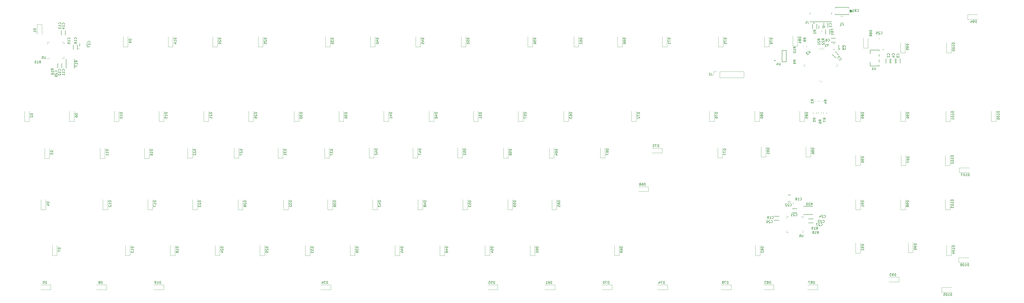
<source format=gbr>
%TF.GenerationSoftware,KiCad,Pcbnew,(5.1.8)-1*%
%TF.CreationDate,2021-04-16T20:53:42-04:00*%
%TF.ProjectId,694200101,36393432-3030-4313-9031-2e6b69636164,rev?*%
%TF.SameCoordinates,Original*%
%TF.FileFunction,Legend,Bot*%
%TF.FilePolarity,Positive*%
%FSLAX46Y46*%
G04 Gerber Fmt 4.6, Leading zero omitted, Abs format (unit mm)*
G04 Created by KiCad (PCBNEW (5.1.8)-1) date 2021-04-16 20:53:42*
%MOMM*%
%LPD*%
G01*
G04 APERTURE LIST*
%ADD10C,0.200000*%
%ADD11C,0.127000*%
%ADD12C,0.120000*%
%ADD13C,0.150000*%
%ADD14C,0.152400*%
%ADD15C,0.250000*%
%ADD16C,0.015000*%
%ADD17C,0.100000*%
G04 APERTURE END LIST*
D10*
%TO.C,U2*%
X355590400Y-10791600D02*
G75*
G03*
X355590400Y-10791600I-100000J0D01*
G01*
D11*
X354135400Y-8341600D02*
X354135400Y-9641600D01*
X355845400Y-8341600D02*
X355845400Y-9641600D01*
D12*
%TO.C,C25*%
X379991252Y-13943000D02*
X379468748Y-13943000D01*
X379991252Y-12473000D02*
X379468748Y-12473000D01*
%TO.C,U6*%
X347451999Y-95462400D02*
X347451999Y-96537400D01*
X340551999Y-96312400D02*
X341401999Y-96312400D01*
X340551999Y-95462400D02*
X340551999Y-96312400D01*
X340551999Y-89412400D02*
X341401999Y-89412400D01*
X340551999Y-90262400D02*
X340551999Y-89412400D01*
X347451999Y-89412400D02*
X346601999Y-89412400D01*
X347451999Y-90262400D02*
X347451999Y-89412400D01*
%TO.C,U5*%
X28134000Y-22373000D02*
X27059000Y-22373000D01*
X27284000Y-15473000D02*
X27284000Y-16323000D01*
X28134000Y-15473000D02*
X27284000Y-15473000D01*
X34184000Y-15473000D02*
X34184000Y-16323000D01*
X33334000Y-15473000D02*
X34184000Y-15473000D01*
X34184000Y-22373000D02*
X34184000Y-21523000D01*
X33334000Y-22373000D02*
X34184000Y-22373000D01*
%TO.C,D108*%
X417750000Y-109000000D02*
X413450000Y-109000000D01*
X413450000Y-109000000D02*
X413450000Y-107000000D01*
X413450000Y-107000000D02*
X417750000Y-107000000D01*
%TO.C,D107*%
X418000000Y-70750000D02*
X413700000Y-70750000D01*
X413700000Y-70750000D02*
X413700000Y-68750000D01*
X413700000Y-68750000D02*
X418000000Y-68750000D01*
%TO.C,D106*%
X429250000Y-44750000D02*
X429250000Y-49050000D01*
X429250000Y-49050000D02*
X427250000Y-49050000D01*
X427250000Y-49050000D02*
X427250000Y-44750000D01*
%TO.C,D105*%
X410550000Y-121600000D02*
X406250000Y-121600000D01*
X406250000Y-121600000D02*
X406250000Y-119600000D01*
X406250000Y-119600000D02*
X410550000Y-119600000D01*
%TO.C,D104*%
X410250000Y-101750000D02*
X410250000Y-106050000D01*
X410250000Y-106050000D02*
X408250000Y-106050000D01*
X408250000Y-106050000D02*
X408250000Y-101750000D01*
%TO.C,D103*%
X409750000Y-82250000D02*
X409750000Y-86550000D01*
X409750000Y-86550000D02*
X407750000Y-86550000D01*
X407750000Y-86550000D02*
X407750000Y-82250000D01*
%TO.C,D102*%
X409750000Y-63500000D02*
X409750000Y-67800000D01*
X409750000Y-67800000D02*
X407750000Y-67800000D01*
X407750000Y-67800000D02*
X407750000Y-63500000D01*
%TO.C,D101*%
X409962500Y-44750000D02*
X409962500Y-49050000D01*
X409962500Y-49050000D02*
X407962500Y-49050000D01*
X407962500Y-49050000D02*
X407962500Y-44750000D01*
%TO.C,D100*%
X410287500Y-15650000D02*
X410287500Y-19950000D01*
X410287500Y-19950000D02*
X408287500Y-19950000D01*
X408287500Y-19950000D02*
X408287500Y-15650000D01*
%TO.C,D99*%
X394065000Y-100485000D02*
X394065000Y-104785000D01*
X394065000Y-104785000D02*
X392065000Y-104785000D01*
X392065000Y-104785000D02*
X392065000Y-100485000D01*
%TO.C,D98*%
X390787500Y-82250000D02*
X390787500Y-86550000D01*
X390787500Y-86550000D02*
X388787500Y-86550000D01*
X388787500Y-86550000D02*
X388787500Y-82250000D01*
%TO.C,D97*%
X391000000Y-63500000D02*
X391000000Y-67800000D01*
X391000000Y-67800000D02*
X389000000Y-67800000D01*
X389000000Y-67800000D02*
X389000000Y-63500000D01*
%TO.C,D96*%
X390890000Y-44732000D02*
X390890000Y-49032000D01*
X390890000Y-49032000D02*
X388890000Y-49032000D01*
X388890000Y-49032000D02*
X388890000Y-44732000D01*
%TO.C,D95*%
X390750000Y-15650000D02*
X390750000Y-19950000D01*
X390750000Y-19950000D02*
X388750000Y-19950000D01*
X388750000Y-19950000D02*
X388750000Y-15650000D01*
%TO.C,D94*%
X421500000Y-5699000D02*
X417200000Y-5699000D01*
X417200000Y-5699000D02*
X417200000Y-3699000D01*
X417200000Y-3699000D02*
X421500000Y-3699000D01*
%TO.C,D93*%
X383822000Y-115205000D02*
X388122000Y-115205000D01*
X388122000Y-115205000D02*
X388122000Y-117205000D01*
X388122000Y-117205000D02*
X383822000Y-117205000D01*
%TO.C,D92*%
X371750000Y-100739000D02*
X371750000Y-105039000D01*
X371750000Y-105039000D02*
X369750000Y-105039000D01*
X369750000Y-105039000D02*
X369750000Y-100739000D01*
%TO.C,D91*%
X371750000Y-82250000D02*
X371750000Y-86550000D01*
X371750000Y-86550000D02*
X369750000Y-86550000D01*
X369750000Y-86550000D02*
X369750000Y-82250000D01*
%TO.C,D90*%
X371750000Y-63500000D02*
X371750000Y-67800000D01*
X371750000Y-67800000D02*
X369750000Y-67800000D01*
X369750000Y-67800000D02*
X369750000Y-63500000D01*
%TO.C,D89*%
X371750000Y-44750000D02*
X371750000Y-49050000D01*
X371750000Y-49050000D02*
X369750000Y-49050000D01*
X369750000Y-49050000D02*
X369750000Y-44750000D01*
%TO.C,D88*%
X375015000Y-13617000D02*
X375015000Y-17917000D01*
X375015000Y-17917000D02*
X373015000Y-17917000D01*
X373015000Y-17917000D02*
X373015000Y-13617000D01*
%TO.C,D87*%
X349350001Y-118500000D02*
X353650001Y-118500000D01*
X353650001Y-118500000D02*
X353650001Y-120500000D01*
X353650001Y-120500000D02*
X349350001Y-120500000D01*
%TO.C,D86*%
X350660500Y-59845000D02*
X350660500Y-64145000D01*
X350660500Y-64145000D02*
X348660500Y-64145000D01*
X348660500Y-64145000D02*
X348660500Y-59845000D01*
%TO.C,D85*%
X348037500Y-44750000D02*
X348037500Y-49050000D01*
X348037500Y-49050000D02*
X346037500Y-49050000D01*
X346037500Y-49050000D02*
X346037500Y-44750000D01*
%TO.C,D84*%
X345170000Y-12728000D02*
X345170000Y-17028000D01*
X345170000Y-17028000D02*
X343170000Y-17028000D01*
X343170000Y-17028000D02*
X343170000Y-12728000D01*
%TO.C,D83*%
X330750000Y-118500000D02*
X335050000Y-118500000D01*
X335050000Y-118500000D02*
X335050000Y-120500000D01*
X335050000Y-120500000D02*
X330750000Y-120500000D01*
%TO.C,D82*%
X329250000Y-101750000D02*
X329250000Y-106050000D01*
X329250000Y-106050000D02*
X327250000Y-106050000D01*
X327250000Y-106050000D02*
X327250000Y-101750000D01*
%TO.C,D81*%
X331708000Y-59845000D02*
X331708000Y-64145000D01*
X331708000Y-64145000D02*
X329708000Y-64145000D01*
X329708000Y-64145000D02*
X329708000Y-59845000D01*
%TO.C,D80*%
X329000000Y-44750000D02*
X329000000Y-49050000D01*
X329000000Y-49050000D02*
X327000000Y-49050000D01*
X327000000Y-49050000D02*
X327000000Y-44750000D01*
%TO.C,D79*%
X333060000Y-13110000D02*
X333060000Y-17410000D01*
X333060000Y-17410000D02*
X331060000Y-17410000D01*
X331060000Y-17410000D02*
X331060000Y-13110000D01*
%TO.C,D78*%
X312750000Y-118500000D02*
X317050000Y-118500000D01*
X317050000Y-118500000D02*
X317050000Y-120500000D01*
X317050000Y-120500000D02*
X312750000Y-120500000D01*
%TO.C,D77*%
X313293000Y-60226000D02*
X313293000Y-64526000D01*
X313293000Y-64526000D02*
X311293000Y-64526000D01*
X311293000Y-64526000D02*
X311293000Y-60226000D01*
%TO.C,D76*%
X309750000Y-44750000D02*
X309750000Y-49050000D01*
X309750000Y-49050000D02*
X307750000Y-49050000D01*
X307750000Y-49050000D02*
X307750000Y-44750000D01*
%TO.C,D75*%
X313560000Y-13110000D02*
X313560000Y-17410000D01*
X313560000Y-17410000D02*
X311560000Y-17410000D01*
X311560000Y-17410000D02*
X311560000Y-13110000D01*
%TO.C,D74*%
X285750000Y-118500000D02*
X290050000Y-118500000D01*
X290050000Y-118500000D02*
X290050000Y-120500000D01*
X290050000Y-120500000D02*
X285750000Y-120500000D01*
%TO.C,D73*%
X283365000Y-60468000D02*
X287665000Y-60468000D01*
X287665000Y-60468000D02*
X287665000Y-62468000D01*
X287665000Y-62468000D02*
X283365000Y-62468000D01*
%TO.C,D72*%
X276750000Y-44750000D02*
X276750000Y-49050000D01*
X276750000Y-49050000D02*
X274750000Y-49050000D01*
X274750000Y-49050000D02*
X274750000Y-44750000D01*
%TO.C,D71*%
X289810000Y-13110000D02*
X289810000Y-17410000D01*
X289810000Y-17410000D02*
X287810000Y-17410000D01*
X287810000Y-17410000D02*
X287810000Y-13110000D01*
%TO.C,D70*%
X262250000Y-118500000D02*
X266550000Y-118500000D01*
X266550000Y-118500000D02*
X266550000Y-120500000D01*
X266550000Y-120500000D02*
X262250000Y-120500000D01*
%TO.C,D69*%
X269500000Y-101750000D02*
X269500000Y-106050000D01*
X269500000Y-106050000D02*
X267500000Y-106050000D01*
X267500000Y-106050000D02*
X267500000Y-101750000D01*
%TO.C,D68*%
X277650000Y-76800000D02*
X281950000Y-76800000D01*
X281950000Y-76800000D02*
X281950000Y-78800000D01*
X281950000Y-78800000D02*
X277650000Y-78800000D01*
%TO.C,D67*%
X263509000Y-60226000D02*
X263509000Y-64526000D01*
X263509000Y-64526000D02*
X261509000Y-64526000D01*
X261509000Y-64526000D02*
X261509000Y-60226000D01*
%TO.C,D66*%
X270810000Y-13110000D02*
X270810000Y-17410000D01*
X270810000Y-17410000D02*
X268810000Y-17410000D01*
X268810000Y-17410000D02*
X268810000Y-13110000D01*
%TO.C,D65*%
X243000000Y-82250000D02*
X243000000Y-86550000D01*
X243000000Y-86550000D02*
X241000000Y-86550000D01*
X241000000Y-86550000D02*
X241000000Y-82250000D01*
%TO.C,D64*%
X241919000Y-60353000D02*
X241919000Y-64653000D01*
X241919000Y-64653000D02*
X239919000Y-64653000D01*
X239919000Y-64653000D02*
X239919000Y-60353000D01*
%TO.C,D63*%
X248037500Y-44750000D02*
X248037500Y-49050000D01*
X248037500Y-49050000D02*
X246037500Y-49050000D01*
X246037500Y-49050000D02*
X246037500Y-44750000D01*
%TO.C,D62*%
X252333000Y-13109000D02*
X252333000Y-17409000D01*
X252333000Y-17409000D02*
X250333000Y-17409000D01*
X250333000Y-17409000D02*
X250333000Y-13109000D01*
%TO.C,D61*%
X238000000Y-118500000D02*
X242300000Y-118500000D01*
X242300000Y-118500000D02*
X242300000Y-120500000D01*
X242300000Y-120500000D02*
X238000000Y-120500000D01*
%TO.C,D60*%
X233787500Y-101750000D02*
X233787500Y-106050000D01*
X233787500Y-106050000D02*
X231787500Y-106050000D01*
X231787500Y-106050000D02*
X231787500Y-101750000D01*
%TO.C,D59*%
X224287500Y-82250000D02*
X224287500Y-86550000D01*
X224287500Y-86550000D02*
X222287500Y-86550000D01*
X222287500Y-86550000D02*
X222287500Y-82250000D01*
%TO.C,D58*%
X222488000Y-60353000D02*
X222488000Y-64653000D01*
X222488000Y-64653000D02*
X220488000Y-64653000D01*
X220488000Y-64653000D02*
X220488000Y-60353000D01*
%TO.C,D57*%
X228750000Y-44750000D02*
X228750000Y-49050000D01*
X228750000Y-49050000D02*
X226750000Y-49050000D01*
X226750000Y-49050000D02*
X226750000Y-44750000D01*
%TO.C,D56*%
X232810000Y-13110000D02*
X232810000Y-17410000D01*
X232810000Y-17410000D02*
X230810000Y-17410000D01*
X230810000Y-17410000D02*
X230810000Y-13110000D01*
%TO.C,D55*%
X213750000Y-118500000D02*
X218050000Y-118500000D01*
X218050000Y-118500000D02*
X218050000Y-120500000D01*
X218050000Y-120500000D02*
X213750000Y-120500000D01*
%TO.C,D54*%
X214712500Y-101750000D02*
X214712500Y-106050000D01*
X214712500Y-106050000D02*
X212712500Y-106050000D01*
X212712500Y-106050000D02*
X212712500Y-101750000D01*
%TO.C,D53*%
X205250000Y-82250000D02*
X205250000Y-86550000D01*
X205250000Y-86550000D02*
X203250000Y-86550000D01*
X203250000Y-86550000D02*
X203250000Y-82250000D01*
%TO.C,D52*%
X203057000Y-60226000D02*
X203057000Y-64526000D01*
X203057000Y-64526000D02*
X201057000Y-64526000D01*
X201057000Y-64526000D02*
X201057000Y-60226000D01*
%TO.C,D51*%
X209750000Y-44750000D02*
X209750000Y-49050000D01*
X209750000Y-49050000D02*
X207750000Y-49050000D01*
X207750000Y-49050000D02*
X207750000Y-44750000D01*
%TO.C,D50*%
X204560000Y-13110000D02*
X204560000Y-17410000D01*
X204560000Y-17410000D02*
X202560000Y-17410000D01*
X202560000Y-17410000D02*
X202560000Y-13110000D01*
%TO.C,D49*%
X195500000Y-101750000D02*
X195500000Y-106050000D01*
X195500000Y-106050000D02*
X193500000Y-106050000D01*
X193500000Y-106050000D02*
X193500000Y-101750000D01*
%TO.C,D48*%
X186250000Y-82250000D02*
X186250000Y-86550000D01*
X186250000Y-86550000D02*
X184250000Y-86550000D01*
X184250000Y-86550000D02*
X184250000Y-82250000D01*
%TO.C,D47*%
X184134000Y-60226000D02*
X184134000Y-64526000D01*
X184134000Y-64526000D02*
X182134000Y-64526000D01*
X182134000Y-64526000D02*
X182134000Y-60226000D01*
%TO.C,D46*%
X191000000Y-44750000D02*
X191000000Y-49050000D01*
X191000000Y-49050000D02*
X189000000Y-49050000D01*
X189000000Y-49050000D02*
X189000000Y-44750000D01*
%TO.C,D45*%
X185310000Y-13110000D02*
X185310000Y-17410000D01*
X185310000Y-17410000D02*
X183310000Y-17410000D01*
X183310000Y-17410000D02*
X183310000Y-13110000D01*
%TO.C,D44*%
X176500000Y-101750000D02*
X176500000Y-106050000D01*
X176500000Y-106050000D02*
X174500000Y-106050000D01*
X174500000Y-106050000D02*
X174500000Y-101750000D01*
%TO.C,D43*%
X167000000Y-82250000D02*
X167000000Y-86550000D01*
X167000000Y-86550000D02*
X165000000Y-86550000D01*
X165000000Y-86550000D02*
X165000000Y-82250000D01*
%TO.C,D42*%
X165592000Y-60226000D02*
X165592000Y-64526000D01*
X165592000Y-64526000D02*
X163592000Y-64526000D01*
X163592000Y-64526000D02*
X163592000Y-60226000D01*
%TO.C,D41*%
X171750000Y-44750000D02*
X171750000Y-49050000D01*
X171750000Y-49050000D02*
X169750000Y-49050000D01*
X169750000Y-49050000D02*
X169750000Y-44750000D01*
%TO.C,D40*%
X166060000Y-13110000D02*
X166060000Y-17410000D01*
X166060000Y-17410000D02*
X164060000Y-17410000D01*
X164060000Y-17410000D02*
X164060000Y-13110000D01*
%TO.C,D39*%
X157500000Y-101750000D02*
X157500000Y-106050000D01*
X157500000Y-106050000D02*
X155500000Y-106050000D01*
X155500000Y-106050000D02*
X155500000Y-101750000D01*
%TO.C,D38*%
X148000000Y-82250000D02*
X148000000Y-86550000D01*
X148000000Y-86550000D02*
X146000000Y-86550000D01*
X146000000Y-86550000D02*
X146000000Y-82250000D01*
%TO.C,D37*%
X146669000Y-60353000D02*
X146669000Y-64653000D01*
X146669000Y-64653000D02*
X144669000Y-64653000D01*
X144669000Y-64653000D02*
X144669000Y-60353000D01*
%TO.C,D36*%
X152750000Y-44750000D02*
X152750000Y-49050000D01*
X152750000Y-49050000D02*
X150750000Y-49050000D01*
X150750000Y-49050000D02*
X150750000Y-44750000D01*
%TO.C,D35*%
X147060000Y-13110000D02*
X147060000Y-17410000D01*
X147060000Y-17410000D02*
X145060000Y-17410000D01*
X145060000Y-17410000D02*
X145060000Y-13110000D01*
%TO.C,D34*%
X143000000Y-118500000D02*
X147300000Y-118500000D01*
X147300000Y-118500000D02*
X147300000Y-120500000D01*
X147300000Y-120500000D02*
X143000000Y-120500000D01*
%TO.C,D33*%
X138500000Y-101750000D02*
X138500000Y-106050000D01*
X138500000Y-106050000D02*
X136500000Y-106050000D01*
X136500000Y-106050000D02*
X136500000Y-101750000D01*
%TO.C,D32*%
X129250000Y-82250000D02*
X129250000Y-86550000D01*
X129250000Y-86550000D02*
X127250000Y-86550000D01*
X127250000Y-86550000D02*
X127250000Y-82250000D01*
%TO.C,D31*%
X126984000Y-60353000D02*
X126984000Y-64653000D01*
X126984000Y-64653000D02*
X124984000Y-64653000D01*
X124984000Y-64653000D02*
X124984000Y-60353000D01*
%TO.C,D30*%
X133750000Y-44750000D02*
X133750000Y-49050000D01*
X133750000Y-49050000D02*
X131750000Y-49050000D01*
X131750000Y-49050000D02*
X131750000Y-44750000D01*
%TO.C,D29*%
X119250000Y-101750000D02*
X119250000Y-106050000D01*
X119250000Y-106050000D02*
X117250000Y-106050000D01*
X117250000Y-106050000D02*
X117250000Y-101750000D01*
%TO.C,D28*%
X110000000Y-82250000D02*
X110000000Y-86550000D01*
X110000000Y-86550000D02*
X108000000Y-86550000D01*
X108000000Y-86550000D02*
X108000000Y-82250000D01*
%TO.C,D27*%
X108315000Y-60353000D02*
X108315000Y-64653000D01*
X108315000Y-64653000D02*
X106315000Y-64653000D01*
X106315000Y-64653000D02*
X106315000Y-60353000D01*
%TO.C,D26*%
X114500000Y-44750000D02*
X114500000Y-49050000D01*
X114500000Y-49050000D02*
X112500000Y-49050000D01*
X112500000Y-49050000D02*
X112500000Y-44750000D01*
%TO.C,D25*%
X118560000Y-13110000D02*
X118560000Y-17410000D01*
X118560000Y-17410000D02*
X116560000Y-17410000D01*
X116560000Y-17410000D02*
X116560000Y-13110000D01*
%TO.C,D24*%
X100250000Y-101750000D02*
X100250000Y-106050000D01*
X100250000Y-106050000D02*
X98250000Y-106050000D01*
X98250000Y-106050000D02*
X98250000Y-101750000D01*
%TO.C,D23*%
X90750000Y-82250000D02*
X90750000Y-86550000D01*
X90750000Y-86550000D02*
X88750000Y-86550000D01*
X88750000Y-86550000D02*
X88750000Y-82250000D01*
%TO.C,D22*%
X88630000Y-60353000D02*
X88630000Y-64653000D01*
X88630000Y-64653000D02*
X86630000Y-64653000D01*
X86630000Y-64653000D02*
X86630000Y-60353000D01*
%TO.C,D21*%
X95500000Y-44750000D02*
X95500000Y-49050000D01*
X95500000Y-49050000D02*
X93500000Y-49050000D01*
X93500000Y-49050000D02*
X93500000Y-44750000D01*
%TO.C,D20*%
X99310000Y-13110000D02*
X99310000Y-17410000D01*
X99310000Y-17410000D02*
X97310000Y-17410000D01*
X97310000Y-17410000D02*
X97310000Y-13110000D01*
%TO.C,D19*%
X72250000Y-118500000D02*
X76550000Y-118500000D01*
X76550000Y-118500000D02*
X76550000Y-120500000D01*
X76550000Y-120500000D02*
X72250000Y-120500000D01*
%TO.C,D18*%
X81250000Y-101750000D02*
X81250000Y-106050000D01*
X81250000Y-106050000D02*
X79250000Y-106050000D01*
X79250000Y-106050000D02*
X79250000Y-101750000D01*
%TO.C,D17*%
X71750000Y-82250000D02*
X71750000Y-86550000D01*
X71750000Y-86550000D02*
X69750000Y-86550000D01*
X69750000Y-86550000D02*
X69750000Y-82250000D01*
%TO.C,D16*%
X70342000Y-60480000D02*
X70342000Y-64780000D01*
X70342000Y-64780000D02*
X68342000Y-64780000D01*
X68342000Y-64780000D02*
X68342000Y-60480000D01*
%TO.C,D15*%
X76500000Y-44750000D02*
X76500000Y-49050000D01*
X76500000Y-49050000D02*
X74500000Y-49050000D01*
X74500000Y-49050000D02*
X74500000Y-44750000D01*
%TO.C,D14*%
X80375000Y-13110000D02*
X80375000Y-17410000D01*
X80375000Y-17410000D02*
X78375000Y-17410000D01*
X78375000Y-17410000D02*
X78375000Y-13110000D01*
%TO.C,D13*%
X62250000Y-101750000D02*
X62250000Y-106050000D01*
X62250000Y-106050000D02*
X60250000Y-106050000D01*
X60250000Y-106050000D02*
X60250000Y-101750000D01*
%TO.C,D12*%
X52750000Y-82250000D02*
X52750000Y-86550000D01*
X52750000Y-86550000D02*
X50750000Y-86550000D01*
X50750000Y-86550000D02*
X50750000Y-82250000D01*
%TO.C,D11*%
X51546000Y-60480000D02*
X51546000Y-64780000D01*
X51546000Y-64780000D02*
X49546000Y-64780000D01*
X49546000Y-64780000D02*
X49546000Y-60480000D01*
%TO.C,D10*%
X57500000Y-44750000D02*
X57500000Y-49050000D01*
X57500000Y-49050000D02*
X55500000Y-49050000D01*
X55500000Y-49050000D02*
X55500000Y-44750000D01*
%TO.C,D9*%
X61310000Y-13110000D02*
X61310000Y-17410000D01*
X61310000Y-17410000D02*
X59310000Y-17410000D01*
X59310000Y-17410000D02*
X59310000Y-13110000D01*
%TO.C,D8*%
X48000000Y-118500000D02*
X52300000Y-118500000D01*
X52300000Y-118500000D02*
X52300000Y-120500000D01*
X52300000Y-120500000D02*
X48000000Y-120500000D01*
%TO.C,D7*%
X31250000Y-101750000D02*
X31250000Y-106050000D01*
X31250000Y-106050000D02*
X29250000Y-106050000D01*
X29250000Y-106050000D02*
X29250000Y-101750000D01*
%TO.C,D6*%
X38500000Y-44750000D02*
X38500000Y-49050000D01*
X38500000Y-49050000D02*
X36500000Y-49050000D01*
X36500000Y-49050000D02*
X36500000Y-44750000D01*
%TO.C,D5*%
X24350001Y-118500000D02*
X28650001Y-118500000D01*
X28650001Y-118500000D02*
X28650001Y-120500000D01*
X28650001Y-120500000D02*
X24350001Y-120500000D01*
%TO.C,D4*%
X26500000Y-82250000D02*
X26500000Y-86550000D01*
X26500000Y-86550000D02*
X24500000Y-86550000D01*
X24500000Y-86550000D02*
X24500000Y-82250000D01*
%TO.C,D3*%
X28051000Y-60480000D02*
X28051000Y-64780000D01*
X28051000Y-64780000D02*
X26051000Y-64780000D01*
X26051000Y-64780000D02*
X26051000Y-60480000D01*
%TO.C,D2*%
X19500000Y-44750000D02*
X19500000Y-49050000D01*
X19500000Y-49050000D02*
X17500000Y-49050000D01*
X17500000Y-49050000D02*
X17500000Y-44750000D01*
%TO.C,D1*%
X22876000Y-12164000D02*
X22876000Y-7864000D01*
X22876000Y-7864000D02*
X24876000Y-7864000D01*
X24876000Y-7864000D02*
X24876000Y-12164000D01*
%TO.C,F1*%
X363252936Y-4355000D02*
X364457064Y-4355000D01*
X363252936Y-7075000D02*
X364457064Y-7075000D01*
%TO.C,J2*%
X309566000Y-27880000D02*
X309566000Y-29210000D01*
X310896000Y-27880000D02*
X309566000Y-27880000D01*
X312166000Y-27880000D02*
X312166000Y-30540000D01*
X312166000Y-30540000D02*
X322386000Y-30540000D01*
X312166000Y-27880000D02*
X322386000Y-27880000D01*
X322386000Y-27880000D02*
X322386000Y-30540000D01*
%TO.C,U3*%
X355636751Y-18591120D02*
X356584275Y-17643597D01*
X354965000Y-17919369D02*
X355636751Y-18591120D01*
X354293249Y-18591120D02*
X354965000Y-17919369D01*
X347738369Y-25146000D02*
X348410120Y-25817751D01*
X348410120Y-24474249D02*
X347738369Y-25146000D01*
X362191631Y-25146000D02*
X361519880Y-24474249D01*
X361519880Y-25817751D02*
X362191631Y-25146000D01*
X354965000Y-32372631D02*
X354293249Y-31700880D01*
X355636751Y-31700880D02*
X354965000Y-32372631D01*
D13*
%TO.C,FB1*%
X358761000Y-12031915D02*
X358761000Y-10066085D01*
X357011000Y-12031915D02*
X357011000Y-10066085D01*
D14*
%TO.C,CR1*%
X361213400Y-1000760D02*
X361213400Y-635000D01*
X366750600Y-3317240D02*
X366750600Y-3683000D01*
X366750600Y-635000D02*
X366750600Y-1000760D01*
X361213400Y-635000D02*
X366750600Y-635000D01*
X361213400Y-3683000D02*
X361213400Y-3317240D01*
X366750600Y-3683000D02*
X361213400Y-3683000D01*
X367385600Y-1524000D02*
X367385600Y-2794000D01*
X368147600Y-2159000D02*
X367385600Y-2286000D01*
X368147600Y-2159000D02*
X367385600Y-2413000D01*
X368147600Y-2159000D02*
X367385600Y-2540000D01*
X368147600Y-2159000D02*
X367385600Y-2667000D01*
X368147600Y-2159000D02*
X367385600Y-2794000D01*
X368147600Y-2159000D02*
X367385600Y-2032000D01*
X368147600Y-2159000D02*
X367385600Y-1905000D01*
X368147600Y-2159000D02*
X367385600Y-1778000D01*
X368147600Y-2159000D02*
X367385600Y-1651000D01*
X368147600Y-2159000D02*
X367385600Y-1524000D01*
X368147600Y-1524000D02*
X368147600Y-2794000D01*
X367131600Y-2159000D02*
X368401600Y-2159000D01*
D13*
%TO.C,C6*%
X359292934Y-13755000D02*
X361305066Y-13755000D01*
X359292934Y-15455000D02*
X361305066Y-15455000D01*
%TO.C,C3*%
X362624000Y-18659066D02*
X362624000Y-16646934D01*
X364324000Y-18659066D02*
X364324000Y-16646934D01*
%TO.C,C2*%
X384313800Y-24374066D02*
X384313800Y-22361934D01*
X382613800Y-24374066D02*
X382613800Y-22361934D01*
%TO.C,C5*%
X386906400Y-24374065D02*
X386906400Y-22361933D01*
X388606400Y-24374065D02*
X388606400Y-22361933D01*
%TO.C,C1*%
X357974000Y-7121934D02*
X357974000Y-9134066D01*
X356274000Y-7121934D02*
X356274000Y-9134066D01*
%TO.C,C23*%
X349767934Y-90463000D02*
X351780066Y-90463000D01*
X349767934Y-92163000D02*
X351780066Y-92163000D01*
%TO.C,C21*%
X342909934Y-86145000D02*
X344922066Y-86145000D01*
X342909934Y-87845000D02*
X344922066Y-87845000D01*
%TO.C,C12*%
X33235000Y-24393934D02*
X33235000Y-26406066D01*
X31535000Y-24393934D02*
X31535000Y-26406066D01*
%TO.C,C19*%
X337302066Y-91020000D02*
X335289934Y-91020000D01*
X337302066Y-89320000D02*
X335289934Y-89320000D01*
%TO.C,C16*%
X38139000Y-18532066D02*
X38139000Y-16519934D01*
X39839000Y-18532066D02*
X39839000Y-16519934D01*
%TO.C,C14*%
X33059000Y-12436066D02*
X33059000Y-10423934D01*
X34759000Y-12436066D02*
X34759000Y-10423934D01*
%TO.C,C7*%
X361142293Y-19453211D02*
X362565085Y-20876003D01*
X359940211Y-20655293D02*
X361363003Y-22078085D01*
%TO.C,C4*%
X384760100Y-24374066D02*
X384760100Y-22361934D01*
X386460100Y-24374066D02*
X386460100Y-22361934D01*
D11*
%TO.C,R8*%
X347554000Y-17265000D02*
X347554000Y-17025000D01*
X348914000Y-17265000D02*
X348914000Y-17025000D01*
%TO.C,R7*%
X356063000Y-45586000D02*
X356063000Y-45346000D01*
X357423000Y-45586000D02*
X357423000Y-45346000D01*
%TO.C,R6*%
X353904000Y-45586000D02*
X353904000Y-45346000D01*
X355264000Y-45586000D02*
X355264000Y-45346000D01*
%TO.C,R5*%
X351745000Y-45586000D02*
X351745000Y-45346000D01*
X353105000Y-45586000D02*
X353105000Y-45346000D01*
%TO.C,R4*%
X354539000Y-40633000D02*
X354539000Y-40393000D01*
X355899000Y-40633000D02*
X355899000Y-40393000D01*
%TO.C,R3*%
X352380000Y-40633000D02*
X352380000Y-40393000D01*
X353740000Y-40633000D02*
X353740000Y-40393000D01*
%TO.C,Y1*%
X360303000Y-18522000D02*
X360803000Y-18522000D01*
X360803000Y-16022000D02*
X360303000Y-16022000D01*
D10*
X363103000Y-18272000D02*
G75*
G03*
X363103000Y-18272000I-100000J0D01*
G01*
D11*
%TO.C,C18*%
X342180000Y-80288000D02*
X341080000Y-80288000D01*
X342180000Y-83288000D02*
X341080000Y-83288000D01*
%TO.C,C17*%
X43918000Y-17060000D02*
X43918000Y-15960000D01*
X40918000Y-17060000D02*
X40918000Y-15960000D01*
D13*
%TO.C,R1*%
X351550000Y-7780085D02*
X351550000Y-9745915D01*
X353300000Y-7780085D02*
X353300000Y-9745915D01*
D11*
%TO.C,R20*%
X347671000Y-85138000D02*
X351591000Y-85138000D01*
X347671000Y-88598000D02*
X351591000Y-88598000D01*
%TO.C,R17*%
X38560000Y-22551000D02*
X38560000Y-26471000D01*
X35100000Y-22551000D02*
X35100000Y-26471000D01*
D14*
%TO.C,U1*%
X381533400Y-18592800D02*
G75*
G03*
X381533400Y-18592800I-127000J0D01*
G01*
X375948400Y-20345457D02*
X375948400Y-18746800D01*
X379752400Y-25102144D02*
X379752400Y-25550800D01*
X379752400Y-22802143D02*
X379752400Y-23795457D01*
X379752400Y-20502143D02*
X379752400Y-21495457D01*
X375948400Y-18746800D02*
X379752400Y-18746800D01*
X375948400Y-25550800D02*
X375948400Y-23952143D01*
X379752400Y-25550800D02*
X375948400Y-25550800D01*
X379752400Y-18746800D02*
X379752400Y-19195457D01*
D13*
%TO.C,J1*%
X350425001Y-6735000D02*
X359575000Y-6735000D01*
X359575000Y-2890000D02*
X359575000Y-3470000D01*
X359575000Y-6620000D02*
X359575000Y-6735000D01*
X350425001Y-2890000D02*
X350425001Y-3470000D01*
X350425001Y-6620000D02*
X350425001Y-6735000D01*
D15*
X352200001Y-7270000D02*
G75*
G03*
X352200001Y-7270000I-125000J0D01*
G01*
D13*
%TO.C,U4*%
X338591966Y-18886000D02*
X338591966Y-23786000D01*
X338591966Y-23786000D02*
X340350034Y-23786000D01*
X340350034Y-23786000D02*
X340350034Y-18886000D01*
X340350034Y-18886000D02*
X338591966Y-18886000D01*
D15*
X335642900Y-23241000D02*
G75*
G03*
X335642900Y-23241000I-125000J0D01*
G01*
%TO.C,C27*%
D13*
X354972857Y-93321142D02*
X355020476Y-93368761D01*
X355163333Y-93416380D01*
X355258571Y-93416380D01*
X355401428Y-93368761D01*
X355496666Y-93273523D01*
X355544285Y-93178285D01*
X355591904Y-92987809D01*
X355591904Y-92844952D01*
X355544285Y-92654476D01*
X355496666Y-92559238D01*
X355401428Y-92464000D01*
X355258571Y-92416380D01*
X355163333Y-92416380D01*
X355020476Y-92464000D01*
X354972857Y-92511619D01*
X354591904Y-92511619D02*
X354544285Y-92464000D01*
X354449047Y-92416380D01*
X354210952Y-92416380D01*
X354115714Y-92464000D01*
X354068095Y-92511619D01*
X354020476Y-92606857D01*
X354020476Y-92702095D01*
X354068095Y-92844952D01*
X354639523Y-93416380D01*
X354020476Y-93416380D01*
X353687142Y-92416380D02*
X353020476Y-92416380D01*
X353449047Y-93416380D01*
%TO.C,C26*%
X31218142Y-28186142D02*
X31265761Y-28138523D01*
X31313380Y-27995666D01*
X31313380Y-27900428D01*
X31265761Y-27757571D01*
X31170523Y-27662333D01*
X31075285Y-27614714D01*
X30884809Y-27567095D01*
X30741952Y-27567095D01*
X30551476Y-27614714D01*
X30456238Y-27662333D01*
X30361000Y-27757571D01*
X30313380Y-27900428D01*
X30313380Y-27995666D01*
X30361000Y-28138523D01*
X30408619Y-28186142D01*
X30408619Y-28567095D02*
X30361000Y-28614714D01*
X30313380Y-28709952D01*
X30313380Y-28948047D01*
X30361000Y-29043285D01*
X30408619Y-29090904D01*
X30503857Y-29138523D01*
X30599095Y-29138523D01*
X30741952Y-29090904D01*
X31313380Y-28519476D01*
X31313380Y-29138523D01*
X30313380Y-29995666D02*
X30313380Y-29805190D01*
X30361000Y-29709952D01*
X30408619Y-29662333D01*
X30551476Y-29567095D01*
X30741952Y-29519476D01*
X31122904Y-29519476D01*
X31218142Y-29567095D01*
X31265761Y-29614714D01*
X31313380Y-29709952D01*
X31313380Y-29900428D01*
X31265761Y-29995666D01*
X31218142Y-30043285D01*
X31122904Y-30090904D01*
X30884809Y-30090904D01*
X30789571Y-30043285D01*
X30741952Y-29995666D01*
X30694333Y-29900428D01*
X30694333Y-29709952D01*
X30741952Y-29614714D01*
X30789571Y-29567095D01*
X30884809Y-29519476D01*
%TO.C,U2*%
D16*
X356232529Y-8501807D02*
X356621160Y-8501807D01*
X356666881Y-8524667D01*
X356689742Y-8547528D01*
X356712602Y-8593249D01*
X356712602Y-8684692D01*
X356689742Y-8730413D01*
X356666881Y-8753273D01*
X356621160Y-8776134D01*
X356232529Y-8776134D01*
X356278251Y-8981880D02*
X356255390Y-9004740D01*
X356232529Y-9050461D01*
X356232529Y-9164765D01*
X356255390Y-9210486D01*
X356278251Y-9233346D01*
X356323972Y-9256207D01*
X356369693Y-9256207D01*
X356438275Y-9233346D01*
X356712602Y-8959019D01*
X356712602Y-9256207D01*
%TO.C,R22*%
D13*
X356420680Y-14520942D02*
X355944490Y-14187609D01*
X356420680Y-13949514D02*
X355420680Y-13949514D01*
X355420680Y-14330466D01*
X355468300Y-14425704D01*
X355515919Y-14473323D01*
X355611157Y-14520942D01*
X355754014Y-14520942D01*
X355849252Y-14473323D01*
X355896871Y-14425704D01*
X355944490Y-14330466D01*
X355944490Y-13949514D01*
X355515919Y-14901895D02*
X355468300Y-14949514D01*
X355420680Y-15044752D01*
X355420680Y-15282847D01*
X355468300Y-15378085D01*
X355515919Y-15425704D01*
X355611157Y-15473323D01*
X355706395Y-15473323D01*
X355849252Y-15425704D01*
X356420680Y-14854276D01*
X356420680Y-15473323D01*
X355515919Y-15854276D02*
X355468300Y-15901895D01*
X355420680Y-15997133D01*
X355420680Y-16235228D01*
X355468300Y-16330466D01*
X355515919Y-16378085D01*
X355611157Y-16425704D01*
X355706395Y-16425704D01*
X355849252Y-16378085D01*
X356420680Y-15806657D01*
X356420680Y-16425704D01*
%TO.C,R21*%
X354642680Y-14622542D02*
X354166490Y-14289209D01*
X354642680Y-14051114D02*
X353642680Y-14051114D01*
X353642680Y-14432066D01*
X353690300Y-14527304D01*
X353737919Y-14574923D01*
X353833157Y-14622542D01*
X353976014Y-14622542D01*
X354071252Y-14574923D01*
X354118871Y-14527304D01*
X354166490Y-14432066D01*
X354166490Y-14051114D01*
X353737919Y-15003495D02*
X353690300Y-15051114D01*
X353642680Y-15146352D01*
X353642680Y-15384447D01*
X353690300Y-15479685D01*
X353737919Y-15527304D01*
X353833157Y-15574923D01*
X353928395Y-15574923D01*
X354071252Y-15527304D01*
X354642680Y-14955876D01*
X354642680Y-15574923D01*
X354642680Y-16527304D02*
X354642680Y-15955876D01*
X354642680Y-16241590D02*
X353642680Y-16241590D01*
X353785538Y-16146352D01*
X353880776Y-16051114D01*
X353928395Y-15955876D01*
%TO.C,C25*%
X380372857Y-11885142D02*
X380420476Y-11932761D01*
X380563333Y-11980380D01*
X380658571Y-11980380D01*
X380801428Y-11932761D01*
X380896666Y-11837523D01*
X380944285Y-11742285D01*
X380991904Y-11551809D01*
X380991904Y-11408952D01*
X380944285Y-11218476D01*
X380896666Y-11123238D01*
X380801428Y-11028000D01*
X380658571Y-10980380D01*
X380563333Y-10980380D01*
X380420476Y-11028000D01*
X380372857Y-11075619D01*
X379991904Y-11075619D02*
X379944285Y-11028000D01*
X379849047Y-10980380D01*
X379610952Y-10980380D01*
X379515714Y-11028000D01*
X379468095Y-11075619D01*
X379420476Y-11170857D01*
X379420476Y-11266095D01*
X379468095Y-11408952D01*
X380039523Y-11980380D01*
X379420476Y-11980380D01*
X378515714Y-10980380D02*
X378991904Y-10980380D01*
X379039523Y-11456571D01*
X378991904Y-11408952D01*
X378896666Y-11361333D01*
X378658571Y-11361333D01*
X378563333Y-11408952D01*
X378515714Y-11456571D01*
X378468095Y-11551809D01*
X378468095Y-11789904D01*
X378515714Y-11885142D01*
X378563333Y-11932761D01*
X378658571Y-11980380D01*
X378896666Y-11980380D01*
X378991904Y-11932761D01*
X379039523Y-11885142D01*
%TO.C,U6*%
X347471904Y-97115380D02*
X347471904Y-97924904D01*
X347424285Y-98020142D01*
X347376666Y-98067761D01*
X347281428Y-98115380D01*
X347090952Y-98115380D01*
X346995714Y-98067761D01*
X346948095Y-98020142D01*
X346900476Y-97924904D01*
X346900476Y-97115380D01*
X345995714Y-97115380D02*
X346186190Y-97115380D01*
X346281428Y-97163000D01*
X346329047Y-97210619D01*
X346424285Y-97353476D01*
X346471904Y-97543952D01*
X346471904Y-97924904D01*
X346424285Y-98020142D01*
X346376666Y-98067761D01*
X346281428Y-98115380D01*
X346090952Y-98115380D01*
X345995714Y-98067761D01*
X345948095Y-98020142D01*
X345900476Y-97924904D01*
X345900476Y-97686809D01*
X345948095Y-97591571D01*
X345995714Y-97543952D01*
X346090952Y-97496333D01*
X346281428Y-97496333D01*
X346376666Y-97543952D01*
X346424285Y-97591571D01*
X346471904Y-97686809D01*
%TO.C,U5*%
X26415904Y-21423380D02*
X26415904Y-22232904D01*
X26368285Y-22328142D01*
X26320666Y-22375761D01*
X26225428Y-22423380D01*
X26034952Y-22423380D01*
X25939714Y-22375761D01*
X25892095Y-22328142D01*
X25844476Y-22232904D01*
X25844476Y-21423380D01*
X24892095Y-21423380D02*
X25368285Y-21423380D01*
X25415904Y-21899571D01*
X25368285Y-21851952D01*
X25273047Y-21804333D01*
X25034952Y-21804333D01*
X24939714Y-21851952D01*
X24892095Y-21899571D01*
X24844476Y-21994809D01*
X24844476Y-22232904D01*
X24892095Y-22328142D01*
X24939714Y-22375761D01*
X25034952Y-22423380D01*
X25273047Y-22423380D01*
X25368285Y-22375761D01*
X25415904Y-22328142D01*
%TO.C,D108*%
X417690476Y-110452380D02*
X417690476Y-109452380D01*
X417452380Y-109452380D01*
X417309523Y-109500000D01*
X417214285Y-109595238D01*
X417166666Y-109690476D01*
X417119047Y-109880952D01*
X417119047Y-110023809D01*
X417166666Y-110214285D01*
X417214285Y-110309523D01*
X417309523Y-110404761D01*
X417452380Y-110452380D01*
X417690476Y-110452380D01*
X416166666Y-110452380D02*
X416738095Y-110452380D01*
X416452380Y-110452380D02*
X416452380Y-109452380D01*
X416547619Y-109595238D01*
X416642857Y-109690476D01*
X416738095Y-109738095D01*
X415547619Y-109452380D02*
X415452380Y-109452380D01*
X415357142Y-109500000D01*
X415309523Y-109547619D01*
X415261904Y-109642857D01*
X415214285Y-109833333D01*
X415214285Y-110071428D01*
X415261904Y-110261904D01*
X415309523Y-110357142D01*
X415357142Y-110404761D01*
X415452380Y-110452380D01*
X415547619Y-110452380D01*
X415642857Y-110404761D01*
X415690476Y-110357142D01*
X415738095Y-110261904D01*
X415785714Y-110071428D01*
X415785714Y-109833333D01*
X415738095Y-109642857D01*
X415690476Y-109547619D01*
X415642857Y-109500000D01*
X415547619Y-109452380D01*
X414642857Y-109880952D02*
X414738095Y-109833333D01*
X414785714Y-109785714D01*
X414833333Y-109690476D01*
X414833333Y-109642857D01*
X414785714Y-109547619D01*
X414738095Y-109500000D01*
X414642857Y-109452380D01*
X414452380Y-109452380D01*
X414357142Y-109500000D01*
X414309523Y-109547619D01*
X414261904Y-109642857D01*
X414261904Y-109690476D01*
X414309523Y-109785714D01*
X414357142Y-109833333D01*
X414452380Y-109880952D01*
X414642857Y-109880952D01*
X414738095Y-109928571D01*
X414785714Y-109976190D01*
X414833333Y-110071428D01*
X414833333Y-110261904D01*
X414785714Y-110357142D01*
X414738095Y-110404761D01*
X414642857Y-110452380D01*
X414452380Y-110452380D01*
X414357142Y-110404761D01*
X414309523Y-110357142D01*
X414261904Y-110261904D01*
X414261904Y-110071428D01*
X414309523Y-109976190D01*
X414357142Y-109928571D01*
X414452380Y-109880952D01*
%TO.C,D107*%
X417940476Y-72202380D02*
X417940476Y-71202380D01*
X417702380Y-71202380D01*
X417559523Y-71250000D01*
X417464285Y-71345238D01*
X417416666Y-71440476D01*
X417369047Y-71630952D01*
X417369047Y-71773809D01*
X417416666Y-71964285D01*
X417464285Y-72059523D01*
X417559523Y-72154761D01*
X417702380Y-72202380D01*
X417940476Y-72202380D01*
X416416666Y-72202380D02*
X416988095Y-72202380D01*
X416702380Y-72202380D02*
X416702380Y-71202380D01*
X416797619Y-71345238D01*
X416892857Y-71440476D01*
X416988095Y-71488095D01*
X415797619Y-71202380D02*
X415702380Y-71202380D01*
X415607142Y-71250000D01*
X415559523Y-71297619D01*
X415511904Y-71392857D01*
X415464285Y-71583333D01*
X415464285Y-71821428D01*
X415511904Y-72011904D01*
X415559523Y-72107142D01*
X415607142Y-72154761D01*
X415702380Y-72202380D01*
X415797619Y-72202380D01*
X415892857Y-72154761D01*
X415940476Y-72107142D01*
X415988095Y-72011904D01*
X416035714Y-71821428D01*
X416035714Y-71583333D01*
X415988095Y-71392857D01*
X415940476Y-71297619D01*
X415892857Y-71250000D01*
X415797619Y-71202380D01*
X415130952Y-71202380D02*
X414464285Y-71202380D01*
X414892857Y-72202380D01*
%TO.C,D106*%
X430702380Y-44809523D02*
X429702380Y-44809523D01*
X429702380Y-45047619D01*
X429750000Y-45190476D01*
X429845238Y-45285714D01*
X429940476Y-45333333D01*
X430130952Y-45380952D01*
X430273809Y-45380952D01*
X430464285Y-45333333D01*
X430559523Y-45285714D01*
X430654761Y-45190476D01*
X430702380Y-45047619D01*
X430702380Y-44809523D01*
X430702380Y-46333333D02*
X430702380Y-45761904D01*
X430702380Y-46047619D02*
X429702380Y-46047619D01*
X429845238Y-45952380D01*
X429940476Y-45857142D01*
X429988095Y-45761904D01*
X429702380Y-46952380D02*
X429702380Y-47047619D01*
X429750000Y-47142857D01*
X429797619Y-47190476D01*
X429892857Y-47238095D01*
X430083333Y-47285714D01*
X430321428Y-47285714D01*
X430511904Y-47238095D01*
X430607142Y-47190476D01*
X430654761Y-47142857D01*
X430702380Y-47047619D01*
X430702380Y-46952380D01*
X430654761Y-46857142D01*
X430607142Y-46809523D01*
X430511904Y-46761904D01*
X430321428Y-46714285D01*
X430083333Y-46714285D01*
X429892857Y-46761904D01*
X429797619Y-46809523D01*
X429750000Y-46857142D01*
X429702380Y-46952380D01*
X429702380Y-48142857D02*
X429702380Y-47952380D01*
X429750000Y-47857142D01*
X429797619Y-47809523D01*
X429940476Y-47714285D01*
X430130952Y-47666666D01*
X430511904Y-47666666D01*
X430607142Y-47714285D01*
X430654761Y-47761904D01*
X430702380Y-47857142D01*
X430702380Y-48047619D01*
X430654761Y-48142857D01*
X430607142Y-48190476D01*
X430511904Y-48238095D01*
X430273809Y-48238095D01*
X430178571Y-48190476D01*
X430130952Y-48142857D01*
X430083333Y-48047619D01*
X430083333Y-47857142D01*
X430130952Y-47761904D01*
X430178571Y-47714285D01*
X430273809Y-47666666D01*
%TO.C,D105*%
X410490476Y-123052380D02*
X410490476Y-122052380D01*
X410252380Y-122052380D01*
X410109523Y-122100000D01*
X410014285Y-122195238D01*
X409966666Y-122290476D01*
X409919047Y-122480952D01*
X409919047Y-122623809D01*
X409966666Y-122814285D01*
X410014285Y-122909523D01*
X410109523Y-123004761D01*
X410252380Y-123052380D01*
X410490476Y-123052380D01*
X408966666Y-123052380D02*
X409538095Y-123052380D01*
X409252380Y-123052380D02*
X409252380Y-122052380D01*
X409347619Y-122195238D01*
X409442857Y-122290476D01*
X409538095Y-122338095D01*
X408347619Y-122052380D02*
X408252380Y-122052380D01*
X408157142Y-122100000D01*
X408109523Y-122147619D01*
X408061904Y-122242857D01*
X408014285Y-122433333D01*
X408014285Y-122671428D01*
X408061904Y-122861904D01*
X408109523Y-122957142D01*
X408157142Y-123004761D01*
X408252380Y-123052380D01*
X408347619Y-123052380D01*
X408442857Y-123004761D01*
X408490476Y-122957142D01*
X408538095Y-122861904D01*
X408585714Y-122671428D01*
X408585714Y-122433333D01*
X408538095Y-122242857D01*
X408490476Y-122147619D01*
X408442857Y-122100000D01*
X408347619Y-122052380D01*
X407109523Y-122052380D02*
X407585714Y-122052380D01*
X407633333Y-122528571D01*
X407585714Y-122480952D01*
X407490476Y-122433333D01*
X407252380Y-122433333D01*
X407157142Y-122480952D01*
X407109523Y-122528571D01*
X407061904Y-122623809D01*
X407061904Y-122861904D01*
X407109523Y-122957142D01*
X407157142Y-123004761D01*
X407252380Y-123052380D01*
X407490476Y-123052380D01*
X407585714Y-123004761D01*
X407633333Y-122957142D01*
%TO.C,D104*%
X411702380Y-101809523D02*
X410702380Y-101809523D01*
X410702380Y-102047619D01*
X410750000Y-102190476D01*
X410845238Y-102285714D01*
X410940476Y-102333333D01*
X411130952Y-102380952D01*
X411273809Y-102380952D01*
X411464285Y-102333333D01*
X411559523Y-102285714D01*
X411654761Y-102190476D01*
X411702380Y-102047619D01*
X411702380Y-101809523D01*
X411702380Y-103333333D02*
X411702380Y-102761904D01*
X411702380Y-103047619D02*
X410702380Y-103047619D01*
X410845238Y-102952380D01*
X410940476Y-102857142D01*
X410988095Y-102761904D01*
X410702380Y-103952380D02*
X410702380Y-104047619D01*
X410750000Y-104142857D01*
X410797619Y-104190476D01*
X410892857Y-104238095D01*
X411083333Y-104285714D01*
X411321428Y-104285714D01*
X411511904Y-104238095D01*
X411607142Y-104190476D01*
X411654761Y-104142857D01*
X411702380Y-104047619D01*
X411702380Y-103952380D01*
X411654761Y-103857142D01*
X411607142Y-103809523D01*
X411511904Y-103761904D01*
X411321428Y-103714285D01*
X411083333Y-103714285D01*
X410892857Y-103761904D01*
X410797619Y-103809523D01*
X410750000Y-103857142D01*
X410702380Y-103952380D01*
X411035714Y-105142857D02*
X411702380Y-105142857D01*
X410654761Y-104904761D02*
X411369047Y-104666666D01*
X411369047Y-105285714D01*
%TO.C,D103*%
X411202380Y-82309523D02*
X410202380Y-82309523D01*
X410202380Y-82547619D01*
X410250000Y-82690476D01*
X410345238Y-82785714D01*
X410440476Y-82833333D01*
X410630952Y-82880952D01*
X410773809Y-82880952D01*
X410964285Y-82833333D01*
X411059523Y-82785714D01*
X411154761Y-82690476D01*
X411202380Y-82547619D01*
X411202380Y-82309523D01*
X411202380Y-83833333D02*
X411202380Y-83261904D01*
X411202380Y-83547619D02*
X410202380Y-83547619D01*
X410345238Y-83452380D01*
X410440476Y-83357142D01*
X410488095Y-83261904D01*
X410202380Y-84452380D02*
X410202380Y-84547619D01*
X410250000Y-84642857D01*
X410297619Y-84690476D01*
X410392857Y-84738095D01*
X410583333Y-84785714D01*
X410821428Y-84785714D01*
X411011904Y-84738095D01*
X411107142Y-84690476D01*
X411154761Y-84642857D01*
X411202380Y-84547619D01*
X411202380Y-84452380D01*
X411154761Y-84357142D01*
X411107142Y-84309523D01*
X411011904Y-84261904D01*
X410821428Y-84214285D01*
X410583333Y-84214285D01*
X410392857Y-84261904D01*
X410297619Y-84309523D01*
X410250000Y-84357142D01*
X410202380Y-84452380D01*
X410202380Y-85119047D02*
X410202380Y-85738095D01*
X410583333Y-85404761D01*
X410583333Y-85547619D01*
X410630952Y-85642857D01*
X410678571Y-85690476D01*
X410773809Y-85738095D01*
X411011904Y-85738095D01*
X411107142Y-85690476D01*
X411154761Y-85642857D01*
X411202380Y-85547619D01*
X411202380Y-85261904D01*
X411154761Y-85166666D01*
X411107142Y-85119047D01*
%TO.C,D102*%
X411202380Y-63559523D02*
X410202380Y-63559523D01*
X410202380Y-63797619D01*
X410250000Y-63940476D01*
X410345238Y-64035714D01*
X410440476Y-64083333D01*
X410630952Y-64130952D01*
X410773809Y-64130952D01*
X410964285Y-64083333D01*
X411059523Y-64035714D01*
X411154761Y-63940476D01*
X411202380Y-63797619D01*
X411202380Y-63559523D01*
X411202380Y-65083333D02*
X411202380Y-64511904D01*
X411202380Y-64797619D02*
X410202380Y-64797619D01*
X410345238Y-64702380D01*
X410440476Y-64607142D01*
X410488095Y-64511904D01*
X410202380Y-65702380D02*
X410202380Y-65797619D01*
X410250000Y-65892857D01*
X410297619Y-65940476D01*
X410392857Y-65988095D01*
X410583333Y-66035714D01*
X410821428Y-66035714D01*
X411011904Y-65988095D01*
X411107142Y-65940476D01*
X411154761Y-65892857D01*
X411202380Y-65797619D01*
X411202380Y-65702380D01*
X411154761Y-65607142D01*
X411107142Y-65559523D01*
X411011904Y-65511904D01*
X410821428Y-65464285D01*
X410583333Y-65464285D01*
X410392857Y-65511904D01*
X410297619Y-65559523D01*
X410250000Y-65607142D01*
X410202380Y-65702380D01*
X410297619Y-66416666D02*
X410250000Y-66464285D01*
X410202380Y-66559523D01*
X410202380Y-66797619D01*
X410250000Y-66892857D01*
X410297619Y-66940476D01*
X410392857Y-66988095D01*
X410488095Y-66988095D01*
X410630952Y-66940476D01*
X411202380Y-66369047D01*
X411202380Y-66988095D01*
%TO.C,D101*%
X411414880Y-44809523D02*
X410414880Y-44809523D01*
X410414880Y-45047619D01*
X410462500Y-45190476D01*
X410557738Y-45285714D01*
X410652976Y-45333333D01*
X410843452Y-45380952D01*
X410986309Y-45380952D01*
X411176785Y-45333333D01*
X411272023Y-45285714D01*
X411367261Y-45190476D01*
X411414880Y-45047619D01*
X411414880Y-44809523D01*
X411414880Y-46333333D02*
X411414880Y-45761904D01*
X411414880Y-46047619D02*
X410414880Y-46047619D01*
X410557738Y-45952380D01*
X410652976Y-45857142D01*
X410700595Y-45761904D01*
X410414880Y-46952380D02*
X410414880Y-47047619D01*
X410462500Y-47142857D01*
X410510119Y-47190476D01*
X410605357Y-47238095D01*
X410795833Y-47285714D01*
X411033928Y-47285714D01*
X411224404Y-47238095D01*
X411319642Y-47190476D01*
X411367261Y-47142857D01*
X411414880Y-47047619D01*
X411414880Y-46952380D01*
X411367261Y-46857142D01*
X411319642Y-46809523D01*
X411224404Y-46761904D01*
X411033928Y-46714285D01*
X410795833Y-46714285D01*
X410605357Y-46761904D01*
X410510119Y-46809523D01*
X410462500Y-46857142D01*
X410414880Y-46952380D01*
X411414880Y-48238095D02*
X411414880Y-47666666D01*
X411414880Y-47952380D02*
X410414880Y-47952380D01*
X410557738Y-47857142D01*
X410652976Y-47761904D01*
X410700595Y-47666666D01*
%TO.C,D100*%
X411739880Y-15709523D02*
X410739880Y-15709523D01*
X410739880Y-15947619D01*
X410787500Y-16090476D01*
X410882738Y-16185714D01*
X410977976Y-16233333D01*
X411168452Y-16280952D01*
X411311309Y-16280952D01*
X411501785Y-16233333D01*
X411597023Y-16185714D01*
X411692261Y-16090476D01*
X411739880Y-15947619D01*
X411739880Y-15709523D01*
X411739880Y-17233333D02*
X411739880Y-16661904D01*
X411739880Y-16947619D02*
X410739880Y-16947619D01*
X410882738Y-16852380D01*
X410977976Y-16757142D01*
X411025595Y-16661904D01*
X410739880Y-17852380D02*
X410739880Y-17947619D01*
X410787500Y-18042857D01*
X410835119Y-18090476D01*
X410930357Y-18138095D01*
X411120833Y-18185714D01*
X411358928Y-18185714D01*
X411549404Y-18138095D01*
X411644642Y-18090476D01*
X411692261Y-18042857D01*
X411739880Y-17947619D01*
X411739880Y-17852380D01*
X411692261Y-17757142D01*
X411644642Y-17709523D01*
X411549404Y-17661904D01*
X411358928Y-17614285D01*
X411120833Y-17614285D01*
X410930357Y-17661904D01*
X410835119Y-17709523D01*
X410787500Y-17757142D01*
X410739880Y-17852380D01*
X410739880Y-18804761D02*
X410739880Y-18900000D01*
X410787500Y-18995238D01*
X410835119Y-19042857D01*
X410930357Y-19090476D01*
X411120833Y-19138095D01*
X411358928Y-19138095D01*
X411549404Y-19090476D01*
X411644642Y-19042857D01*
X411692261Y-18995238D01*
X411739880Y-18900000D01*
X411739880Y-18804761D01*
X411692261Y-18709523D01*
X411644642Y-18661904D01*
X411549404Y-18614285D01*
X411358928Y-18566666D01*
X411120833Y-18566666D01*
X410930357Y-18614285D01*
X410835119Y-18661904D01*
X410787500Y-18709523D01*
X410739880Y-18804761D01*
%TO.C,D99*%
X395517380Y-101020714D02*
X394517380Y-101020714D01*
X394517380Y-101258809D01*
X394565000Y-101401666D01*
X394660238Y-101496904D01*
X394755476Y-101544523D01*
X394945952Y-101592142D01*
X395088809Y-101592142D01*
X395279285Y-101544523D01*
X395374523Y-101496904D01*
X395469761Y-101401666D01*
X395517380Y-101258809D01*
X395517380Y-101020714D01*
X395517380Y-102068333D02*
X395517380Y-102258809D01*
X395469761Y-102354047D01*
X395422142Y-102401666D01*
X395279285Y-102496904D01*
X395088809Y-102544523D01*
X394707857Y-102544523D01*
X394612619Y-102496904D01*
X394565000Y-102449285D01*
X394517380Y-102354047D01*
X394517380Y-102163571D01*
X394565000Y-102068333D01*
X394612619Y-102020714D01*
X394707857Y-101973095D01*
X394945952Y-101973095D01*
X395041190Y-102020714D01*
X395088809Y-102068333D01*
X395136428Y-102163571D01*
X395136428Y-102354047D01*
X395088809Y-102449285D01*
X395041190Y-102496904D01*
X394945952Y-102544523D01*
X395517380Y-103020714D02*
X395517380Y-103211190D01*
X395469761Y-103306428D01*
X395422142Y-103354047D01*
X395279285Y-103449285D01*
X395088809Y-103496904D01*
X394707857Y-103496904D01*
X394612619Y-103449285D01*
X394565000Y-103401666D01*
X394517380Y-103306428D01*
X394517380Y-103115952D01*
X394565000Y-103020714D01*
X394612619Y-102973095D01*
X394707857Y-102925476D01*
X394945952Y-102925476D01*
X395041190Y-102973095D01*
X395088809Y-103020714D01*
X395136428Y-103115952D01*
X395136428Y-103306428D01*
X395088809Y-103401666D01*
X395041190Y-103449285D01*
X394945952Y-103496904D01*
%TO.C,D98*%
X392239880Y-82785714D02*
X391239880Y-82785714D01*
X391239880Y-83023809D01*
X391287500Y-83166666D01*
X391382738Y-83261904D01*
X391477976Y-83309523D01*
X391668452Y-83357142D01*
X391811309Y-83357142D01*
X392001785Y-83309523D01*
X392097023Y-83261904D01*
X392192261Y-83166666D01*
X392239880Y-83023809D01*
X392239880Y-82785714D01*
X392239880Y-83833333D02*
X392239880Y-84023809D01*
X392192261Y-84119047D01*
X392144642Y-84166666D01*
X392001785Y-84261904D01*
X391811309Y-84309523D01*
X391430357Y-84309523D01*
X391335119Y-84261904D01*
X391287500Y-84214285D01*
X391239880Y-84119047D01*
X391239880Y-83928571D01*
X391287500Y-83833333D01*
X391335119Y-83785714D01*
X391430357Y-83738095D01*
X391668452Y-83738095D01*
X391763690Y-83785714D01*
X391811309Y-83833333D01*
X391858928Y-83928571D01*
X391858928Y-84119047D01*
X391811309Y-84214285D01*
X391763690Y-84261904D01*
X391668452Y-84309523D01*
X391668452Y-84880952D02*
X391620833Y-84785714D01*
X391573214Y-84738095D01*
X391477976Y-84690476D01*
X391430357Y-84690476D01*
X391335119Y-84738095D01*
X391287500Y-84785714D01*
X391239880Y-84880952D01*
X391239880Y-85071428D01*
X391287500Y-85166666D01*
X391335119Y-85214285D01*
X391430357Y-85261904D01*
X391477976Y-85261904D01*
X391573214Y-85214285D01*
X391620833Y-85166666D01*
X391668452Y-85071428D01*
X391668452Y-84880952D01*
X391716071Y-84785714D01*
X391763690Y-84738095D01*
X391858928Y-84690476D01*
X392049404Y-84690476D01*
X392144642Y-84738095D01*
X392192261Y-84785714D01*
X392239880Y-84880952D01*
X392239880Y-85071428D01*
X392192261Y-85166666D01*
X392144642Y-85214285D01*
X392049404Y-85261904D01*
X391858928Y-85261904D01*
X391763690Y-85214285D01*
X391716071Y-85166666D01*
X391668452Y-85071428D01*
%TO.C,D97*%
X392452380Y-64035714D02*
X391452380Y-64035714D01*
X391452380Y-64273809D01*
X391500000Y-64416666D01*
X391595238Y-64511904D01*
X391690476Y-64559523D01*
X391880952Y-64607142D01*
X392023809Y-64607142D01*
X392214285Y-64559523D01*
X392309523Y-64511904D01*
X392404761Y-64416666D01*
X392452380Y-64273809D01*
X392452380Y-64035714D01*
X392452380Y-65083333D02*
X392452380Y-65273809D01*
X392404761Y-65369047D01*
X392357142Y-65416666D01*
X392214285Y-65511904D01*
X392023809Y-65559523D01*
X391642857Y-65559523D01*
X391547619Y-65511904D01*
X391500000Y-65464285D01*
X391452380Y-65369047D01*
X391452380Y-65178571D01*
X391500000Y-65083333D01*
X391547619Y-65035714D01*
X391642857Y-64988095D01*
X391880952Y-64988095D01*
X391976190Y-65035714D01*
X392023809Y-65083333D01*
X392071428Y-65178571D01*
X392071428Y-65369047D01*
X392023809Y-65464285D01*
X391976190Y-65511904D01*
X391880952Y-65559523D01*
X391452380Y-65892857D02*
X391452380Y-66559523D01*
X392452380Y-66130952D01*
%TO.C,D96*%
X392342380Y-45267714D02*
X391342380Y-45267714D01*
X391342380Y-45505809D01*
X391390000Y-45648666D01*
X391485238Y-45743904D01*
X391580476Y-45791523D01*
X391770952Y-45839142D01*
X391913809Y-45839142D01*
X392104285Y-45791523D01*
X392199523Y-45743904D01*
X392294761Y-45648666D01*
X392342380Y-45505809D01*
X392342380Y-45267714D01*
X392342380Y-46315333D02*
X392342380Y-46505809D01*
X392294761Y-46601047D01*
X392247142Y-46648666D01*
X392104285Y-46743904D01*
X391913809Y-46791523D01*
X391532857Y-46791523D01*
X391437619Y-46743904D01*
X391390000Y-46696285D01*
X391342380Y-46601047D01*
X391342380Y-46410571D01*
X391390000Y-46315333D01*
X391437619Y-46267714D01*
X391532857Y-46220095D01*
X391770952Y-46220095D01*
X391866190Y-46267714D01*
X391913809Y-46315333D01*
X391961428Y-46410571D01*
X391961428Y-46601047D01*
X391913809Y-46696285D01*
X391866190Y-46743904D01*
X391770952Y-46791523D01*
X391342380Y-47648666D02*
X391342380Y-47458190D01*
X391390000Y-47362952D01*
X391437619Y-47315333D01*
X391580476Y-47220095D01*
X391770952Y-47172476D01*
X392151904Y-47172476D01*
X392247142Y-47220095D01*
X392294761Y-47267714D01*
X392342380Y-47362952D01*
X392342380Y-47553428D01*
X392294761Y-47648666D01*
X392247142Y-47696285D01*
X392151904Y-47743904D01*
X391913809Y-47743904D01*
X391818571Y-47696285D01*
X391770952Y-47648666D01*
X391723333Y-47553428D01*
X391723333Y-47362952D01*
X391770952Y-47267714D01*
X391818571Y-47220095D01*
X391913809Y-47172476D01*
%TO.C,D95*%
X392202380Y-16185714D02*
X391202380Y-16185714D01*
X391202380Y-16423809D01*
X391250000Y-16566666D01*
X391345238Y-16661904D01*
X391440476Y-16709523D01*
X391630952Y-16757142D01*
X391773809Y-16757142D01*
X391964285Y-16709523D01*
X392059523Y-16661904D01*
X392154761Y-16566666D01*
X392202380Y-16423809D01*
X392202380Y-16185714D01*
X392202380Y-17233333D02*
X392202380Y-17423809D01*
X392154761Y-17519047D01*
X392107142Y-17566666D01*
X391964285Y-17661904D01*
X391773809Y-17709523D01*
X391392857Y-17709523D01*
X391297619Y-17661904D01*
X391250000Y-17614285D01*
X391202380Y-17519047D01*
X391202380Y-17328571D01*
X391250000Y-17233333D01*
X391297619Y-17185714D01*
X391392857Y-17138095D01*
X391630952Y-17138095D01*
X391726190Y-17185714D01*
X391773809Y-17233333D01*
X391821428Y-17328571D01*
X391821428Y-17519047D01*
X391773809Y-17614285D01*
X391726190Y-17661904D01*
X391630952Y-17709523D01*
X391202380Y-18614285D02*
X391202380Y-18138095D01*
X391678571Y-18090476D01*
X391630952Y-18138095D01*
X391583333Y-18233333D01*
X391583333Y-18471428D01*
X391630952Y-18566666D01*
X391678571Y-18614285D01*
X391773809Y-18661904D01*
X392011904Y-18661904D01*
X392107142Y-18614285D01*
X392154761Y-18566666D01*
X392202380Y-18471428D01*
X392202380Y-18233333D01*
X392154761Y-18138095D01*
X392107142Y-18090476D01*
%TO.C,D94*%
X420964285Y-7151380D02*
X420964285Y-6151380D01*
X420726190Y-6151380D01*
X420583333Y-6199000D01*
X420488095Y-6294238D01*
X420440476Y-6389476D01*
X420392857Y-6579952D01*
X420392857Y-6722809D01*
X420440476Y-6913285D01*
X420488095Y-7008523D01*
X420583333Y-7103761D01*
X420726190Y-7151380D01*
X420964285Y-7151380D01*
X419916666Y-7151380D02*
X419726190Y-7151380D01*
X419630952Y-7103761D01*
X419583333Y-7056142D01*
X419488095Y-6913285D01*
X419440476Y-6722809D01*
X419440476Y-6341857D01*
X419488095Y-6246619D01*
X419535714Y-6199000D01*
X419630952Y-6151380D01*
X419821428Y-6151380D01*
X419916666Y-6199000D01*
X419964285Y-6246619D01*
X420011904Y-6341857D01*
X420011904Y-6579952D01*
X419964285Y-6675190D01*
X419916666Y-6722809D01*
X419821428Y-6770428D01*
X419630952Y-6770428D01*
X419535714Y-6722809D01*
X419488095Y-6675190D01*
X419440476Y-6579952D01*
X418583333Y-6484714D02*
X418583333Y-7151380D01*
X418821428Y-6103761D02*
X419059523Y-6818047D01*
X418440476Y-6818047D01*
%TO.C,D93*%
X386786285Y-114657380D02*
X386786285Y-113657380D01*
X386548190Y-113657380D01*
X386405333Y-113705000D01*
X386310095Y-113800238D01*
X386262476Y-113895476D01*
X386214857Y-114085952D01*
X386214857Y-114228809D01*
X386262476Y-114419285D01*
X386310095Y-114514523D01*
X386405333Y-114609761D01*
X386548190Y-114657380D01*
X386786285Y-114657380D01*
X385738666Y-114657380D02*
X385548190Y-114657380D01*
X385452952Y-114609761D01*
X385405333Y-114562142D01*
X385310095Y-114419285D01*
X385262476Y-114228809D01*
X385262476Y-113847857D01*
X385310095Y-113752619D01*
X385357714Y-113705000D01*
X385452952Y-113657380D01*
X385643428Y-113657380D01*
X385738666Y-113705000D01*
X385786285Y-113752619D01*
X385833904Y-113847857D01*
X385833904Y-114085952D01*
X385786285Y-114181190D01*
X385738666Y-114228809D01*
X385643428Y-114276428D01*
X385452952Y-114276428D01*
X385357714Y-114228809D01*
X385310095Y-114181190D01*
X385262476Y-114085952D01*
X384929142Y-113657380D02*
X384310095Y-113657380D01*
X384643428Y-114038333D01*
X384500571Y-114038333D01*
X384405333Y-114085952D01*
X384357714Y-114133571D01*
X384310095Y-114228809D01*
X384310095Y-114466904D01*
X384357714Y-114562142D01*
X384405333Y-114609761D01*
X384500571Y-114657380D01*
X384786285Y-114657380D01*
X384881523Y-114609761D01*
X384929142Y-114562142D01*
%TO.C,D92*%
X373202380Y-101274714D02*
X372202380Y-101274714D01*
X372202380Y-101512809D01*
X372250000Y-101655666D01*
X372345238Y-101750904D01*
X372440476Y-101798523D01*
X372630952Y-101846142D01*
X372773809Y-101846142D01*
X372964285Y-101798523D01*
X373059523Y-101750904D01*
X373154761Y-101655666D01*
X373202380Y-101512809D01*
X373202380Y-101274714D01*
X373202380Y-102322333D02*
X373202380Y-102512809D01*
X373154761Y-102608047D01*
X373107142Y-102655666D01*
X372964285Y-102750904D01*
X372773809Y-102798523D01*
X372392857Y-102798523D01*
X372297619Y-102750904D01*
X372250000Y-102703285D01*
X372202380Y-102608047D01*
X372202380Y-102417571D01*
X372250000Y-102322333D01*
X372297619Y-102274714D01*
X372392857Y-102227095D01*
X372630952Y-102227095D01*
X372726190Y-102274714D01*
X372773809Y-102322333D01*
X372821428Y-102417571D01*
X372821428Y-102608047D01*
X372773809Y-102703285D01*
X372726190Y-102750904D01*
X372630952Y-102798523D01*
X372297619Y-103179476D02*
X372250000Y-103227095D01*
X372202380Y-103322333D01*
X372202380Y-103560428D01*
X372250000Y-103655666D01*
X372297619Y-103703285D01*
X372392857Y-103750904D01*
X372488095Y-103750904D01*
X372630952Y-103703285D01*
X373202380Y-103131857D01*
X373202380Y-103750904D01*
%TO.C,D91*%
X373202380Y-82785714D02*
X372202380Y-82785714D01*
X372202380Y-83023809D01*
X372250000Y-83166666D01*
X372345238Y-83261904D01*
X372440476Y-83309523D01*
X372630952Y-83357142D01*
X372773809Y-83357142D01*
X372964285Y-83309523D01*
X373059523Y-83261904D01*
X373154761Y-83166666D01*
X373202380Y-83023809D01*
X373202380Y-82785714D01*
X373202380Y-83833333D02*
X373202380Y-84023809D01*
X373154761Y-84119047D01*
X373107142Y-84166666D01*
X372964285Y-84261904D01*
X372773809Y-84309523D01*
X372392857Y-84309523D01*
X372297619Y-84261904D01*
X372250000Y-84214285D01*
X372202380Y-84119047D01*
X372202380Y-83928571D01*
X372250000Y-83833333D01*
X372297619Y-83785714D01*
X372392857Y-83738095D01*
X372630952Y-83738095D01*
X372726190Y-83785714D01*
X372773809Y-83833333D01*
X372821428Y-83928571D01*
X372821428Y-84119047D01*
X372773809Y-84214285D01*
X372726190Y-84261904D01*
X372630952Y-84309523D01*
X373202380Y-85261904D02*
X373202380Y-84690476D01*
X373202380Y-84976190D02*
X372202380Y-84976190D01*
X372345238Y-84880952D01*
X372440476Y-84785714D01*
X372488095Y-84690476D01*
%TO.C,D90*%
X373202380Y-64035714D02*
X372202380Y-64035714D01*
X372202380Y-64273809D01*
X372250000Y-64416666D01*
X372345238Y-64511904D01*
X372440476Y-64559523D01*
X372630952Y-64607142D01*
X372773809Y-64607142D01*
X372964285Y-64559523D01*
X373059523Y-64511904D01*
X373154761Y-64416666D01*
X373202380Y-64273809D01*
X373202380Y-64035714D01*
X373202380Y-65083333D02*
X373202380Y-65273809D01*
X373154761Y-65369047D01*
X373107142Y-65416666D01*
X372964285Y-65511904D01*
X372773809Y-65559523D01*
X372392857Y-65559523D01*
X372297619Y-65511904D01*
X372250000Y-65464285D01*
X372202380Y-65369047D01*
X372202380Y-65178571D01*
X372250000Y-65083333D01*
X372297619Y-65035714D01*
X372392857Y-64988095D01*
X372630952Y-64988095D01*
X372726190Y-65035714D01*
X372773809Y-65083333D01*
X372821428Y-65178571D01*
X372821428Y-65369047D01*
X372773809Y-65464285D01*
X372726190Y-65511904D01*
X372630952Y-65559523D01*
X372202380Y-66178571D02*
X372202380Y-66273809D01*
X372250000Y-66369047D01*
X372297619Y-66416666D01*
X372392857Y-66464285D01*
X372583333Y-66511904D01*
X372821428Y-66511904D01*
X373011904Y-66464285D01*
X373107142Y-66416666D01*
X373154761Y-66369047D01*
X373202380Y-66273809D01*
X373202380Y-66178571D01*
X373154761Y-66083333D01*
X373107142Y-66035714D01*
X373011904Y-65988095D01*
X372821428Y-65940476D01*
X372583333Y-65940476D01*
X372392857Y-65988095D01*
X372297619Y-66035714D01*
X372250000Y-66083333D01*
X372202380Y-66178571D01*
%TO.C,D89*%
X373202380Y-45285714D02*
X372202380Y-45285714D01*
X372202380Y-45523809D01*
X372250000Y-45666666D01*
X372345238Y-45761904D01*
X372440476Y-45809523D01*
X372630952Y-45857142D01*
X372773809Y-45857142D01*
X372964285Y-45809523D01*
X373059523Y-45761904D01*
X373154761Y-45666666D01*
X373202380Y-45523809D01*
X373202380Y-45285714D01*
X372630952Y-46428571D02*
X372583333Y-46333333D01*
X372535714Y-46285714D01*
X372440476Y-46238095D01*
X372392857Y-46238095D01*
X372297619Y-46285714D01*
X372250000Y-46333333D01*
X372202380Y-46428571D01*
X372202380Y-46619047D01*
X372250000Y-46714285D01*
X372297619Y-46761904D01*
X372392857Y-46809523D01*
X372440476Y-46809523D01*
X372535714Y-46761904D01*
X372583333Y-46714285D01*
X372630952Y-46619047D01*
X372630952Y-46428571D01*
X372678571Y-46333333D01*
X372726190Y-46285714D01*
X372821428Y-46238095D01*
X373011904Y-46238095D01*
X373107142Y-46285714D01*
X373154761Y-46333333D01*
X373202380Y-46428571D01*
X373202380Y-46619047D01*
X373154761Y-46714285D01*
X373107142Y-46761904D01*
X373011904Y-46809523D01*
X372821428Y-46809523D01*
X372726190Y-46761904D01*
X372678571Y-46714285D01*
X372630952Y-46619047D01*
X373202380Y-47285714D02*
X373202380Y-47476190D01*
X373154761Y-47571428D01*
X373107142Y-47619047D01*
X372964285Y-47714285D01*
X372773809Y-47761904D01*
X372392857Y-47761904D01*
X372297619Y-47714285D01*
X372250000Y-47666666D01*
X372202380Y-47571428D01*
X372202380Y-47380952D01*
X372250000Y-47285714D01*
X372297619Y-47238095D01*
X372392857Y-47190476D01*
X372630952Y-47190476D01*
X372726190Y-47238095D01*
X372773809Y-47285714D01*
X372821428Y-47380952D01*
X372821428Y-47571428D01*
X372773809Y-47666666D01*
X372726190Y-47714285D01*
X372630952Y-47761904D01*
%TO.C,D88*%
X376626380Y-10342714D02*
X375626380Y-10342714D01*
X375626380Y-10580809D01*
X375674000Y-10723666D01*
X375769238Y-10818904D01*
X375864476Y-10866523D01*
X376054952Y-10914142D01*
X376197809Y-10914142D01*
X376388285Y-10866523D01*
X376483523Y-10818904D01*
X376578761Y-10723666D01*
X376626380Y-10580809D01*
X376626380Y-10342714D01*
X376054952Y-11485571D02*
X376007333Y-11390333D01*
X375959714Y-11342714D01*
X375864476Y-11295095D01*
X375816857Y-11295095D01*
X375721619Y-11342714D01*
X375674000Y-11390333D01*
X375626380Y-11485571D01*
X375626380Y-11676047D01*
X375674000Y-11771285D01*
X375721619Y-11818904D01*
X375816857Y-11866523D01*
X375864476Y-11866523D01*
X375959714Y-11818904D01*
X376007333Y-11771285D01*
X376054952Y-11676047D01*
X376054952Y-11485571D01*
X376102571Y-11390333D01*
X376150190Y-11342714D01*
X376245428Y-11295095D01*
X376435904Y-11295095D01*
X376531142Y-11342714D01*
X376578761Y-11390333D01*
X376626380Y-11485571D01*
X376626380Y-11676047D01*
X376578761Y-11771285D01*
X376531142Y-11818904D01*
X376435904Y-11866523D01*
X376245428Y-11866523D01*
X376150190Y-11818904D01*
X376102571Y-11771285D01*
X376054952Y-11676047D01*
X376054952Y-12437952D02*
X376007333Y-12342714D01*
X375959714Y-12295095D01*
X375864476Y-12247476D01*
X375816857Y-12247476D01*
X375721619Y-12295095D01*
X375674000Y-12342714D01*
X375626380Y-12437952D01*
X375626380Y-12628428D01*
X375674000Y-12723666D01*
X375721619Y-12771285D01*
X375816857Y-12818904D01*
X375864476Y-12818904D01*
X375959714Y-12771285D01*
X376007333Y-12723666D01*
X376054952Y-12628428D01*
X376054952Y-12437952D01*
X376102571Y-12342714D01*
X376150190Y-12295095D01*
X376245428Y-12247476D01*
X376435904Y-12247476D01*
X376531142Y-12295095D01*
X376578761Y-12342714D01*
X376626380Y-12437952D01*
X376626380Y-12628428D01*
X376578761Y-12723666D01*
X376531142Y-12771285D01*
X376435904Y-12818904D01*
X376245428Y-12818904D01*
X376150190Y-12771285D01*
X376102571Y-12723666D01*
X376054952Y-12628428D01*
%TO.C,D87*%
X352314286Y-117952380D02*
X352314286Y-116952380D01*
X352076191Y-116952380D01*
X351933334Y-117000000D01*
X351838096Y-117095238D01*
X351790477Y-117190476D01*
X351742858Y-117380952D01*
X351742858Y-117523809D01*
X351790477Y-117714285D01*
X351838096Y-117809523D01*
X351933334Y-117904761D01*
X352076191Y-117952380D01*
X352314286Y-117952380D01*
X351171429Y-117380952D02*
X351266667Y-117333333D01*
X351314286Y-117285714D01*
X351361905Y-117190476D01*
X351361905Y-117142857D01*
X351314286Y-117047619D01*
X351266667Y-117000000D01*
X351171429Y-116952380D01*
X350980953Y-116952380D01*
X350885715Y-117000000D01*
X350838096Y-117047619D01*
X350790477Y-117142857D01*
X350790477Y-117190476D01*
X350838096Y-117285714D01*
X350885715Y-117333333D01*
X350980953Y-117380952D01*
X351171429Y-117380952D01*
X351266667Y-117428571D01*
X351314286Y-117476190D01*
X351361905Y-117571428D01*
X351361905Y-117761904D01*
X351314286Y-117857142D01*
X351266667Y-117904761D01*
X351171429Y-117952380D01*
X350980953Y-117952380D01*
X350885715Y-117904761D01*
X350838096Y-117857142D01*
X350790477Y-117761904D01*
X350790477Y-117571428D01*
X350838096Y-117476190D01*
X350885715Y-117428571D01*
X350980953Y-117380952D01*
X350457143Y-116952380D02*
X349790477Y-116952380D01*
X350219048Y-117952380D01*
%TO.C,D86*%
X352112880Y-60380714D02*
X351112880Y-60380714D01*
X351112880Y-60618809D01*
X351160500Y-60761666D01*
X351255738Y-60856904D01*
X351350976Y-60904523D01*
X351541452Y-60952142D01*
X351684309Y-60952142D01*
X351874785Y-60904523D01*
X351970023Y-60856904D01*
X352065261Y-60761666D01*
X352112880Y-60618809D01*
X352112880Y-60380714D01*
X351541452Y-61523571D02*
X351493833Y-61428333D01*
X351446214Y-61380714D01*
X351350976Y-61333095D01*
X351303357Y-61333095D01*
X351208119Y-61380714D01*
X351160500Y-61428333D01*
X351112880Y-61523571D01*
X351112880Y-61714047D01*
X351160500Y-61809285D01*
X351208119Y-61856904D01*
X351303357Y-61904523D01*
X351350976Y-61904523D01*
X351446214Y-61856904D01*
X351493833Y-61809285D01*
X351541452Y-61714047D01*
X351541452Y-61523571D01*
X351589071Y-61428333D01*
X351636690Y-61380714D01*
X351731928Y-61333095D01*
X351922404Y-61333095D01*
X352017642Y-61380714D01*
X352065261Y-61428333D01*
X352112880Y-61523571D01*
X352112880Y-61714047D01*
X352065261Y-61809285D01*
X352017642Y-61856904D01*
X351922404Y-61904523D01*
X351731928Y-61904523D01*
X351636690Y-61856904D01*
X351589071Y-61809285D01*
X351541452Y-61714047D01*
X351112880Y-62761666D02*
X351112880Y-62571190D01*
X351160500Y-62475952D01*
X351208119Y-62428333D01*
X351350976Y-62333095D01*
X351541452Y-62285476D01*
X351922404Y-62285476D01*
X352017642Y-62333095D01*
X352065261Y-62380714D01*
X352112880Y-62475952D01*
X352112880Y-62666428D01*
X352065261Y-62761666D01*
X352017642Y-62809285D01*
X351922404Y-62856904D01*
X351684309Y-62856904D01*
X351589071Y-62809285D01*
X351541452Y-62761666D01*
X351493833Y-62666428D01*
X351493833Y-62475952D01*
X351541452Y-62380714D01*
X351589071Y-62333095D01*
X351684309Y-62285476D01*
%TO.C,D85*%
X349489880Y-45285714D02*
X348489880Y-45285714D01*
X348489880Y-45523809D01*
X348537500Y-45666666D01*
X348632738Y-45761904D01*
X348727976Y-45809523D01*
X348918452Y-45857142D01*
X349061309Y-45857142D01*
X349251785Y-45809523D01*
X349347023Y-45761904D01*
X349442261Y-45666666D01*
X349489880Y-45523809D01*
X349489880Y-45285714D01*
X348918452Y-46428571D02*
X348870833Y-46333333D01*
X348823214Y-46285714D01*
X348727976Y-46238095D01*
X348680357Y-46238095D01*
X348585119Y-46285714D01*
X348537500Y-46333333D01*
X348489880Y-46428571D01*
X348489880Y-46619047D01*
X348537500Y-46714285D01*
X348585119Y-46761904D01*
X348680357Y-46809523D01*
X348727976Y-46809523D01*
X348823214Y-46761904D01*
X348870833Y-46714285D01*
X348918452Y-46619047D01*
X348918452Y-46428571D01*
X348966071Y-46333333D01*
X349013690Y-46285714D01*
X349108928Y-46238095D01*
X349299404Y-46238095D01*
X349394642Y-46285714D01*
X349442261Y-46333333D01*
X349489880Y-46428571D01*
X349489880Y-46619047D01*
X349442261Y-46714285D01*
X349394642Y-46761904D01*
X349299404Y-46809523D01*
X349108928Y-46809523D01*
X349013690Y-46761904D01*
X348966071Y-46714285D01*
X348918452Y-46619047D01*
X348489880Y-47714285D02*
X348489880Y-47238095D01*
X348966071Y-47190476D01*
X348918452Y-47238095D01*
X348870833Y-47333333D01*
X348870833Y-47571428D01*
X348918452Y-47666666D01*
X348966071Y-47714285D01*
X349061309Y-47761904D01*
X349299404Y-47761904D01*
X349394642Y-47714285D01*
X349442261Y-47666666D01*
X349489880Y-47571428D01*
X349489880Y-47333333D01*
X349442261Y-47238095D01*
X349394642Y-47190476D01*
%TO.C,D84*%
X346622380Y-13263714D02*
X345622380Y-13263714D01*
X345622380Y-13501809D01*
X345670000Y-13644666D01*
X345765238Y-13739904D01*
X345860476Y-13787523D01*
X346050952Y-13835142D01*
X346193809Y-13835142D01*
X346384285Y-13787523D01*
X346479523Y-13739904D01*
X346574761Y-13644666D01*
X346622380Y-13501809D01*
X346622380Y-13263714D01*
X346050952Y-14406571D02*
X346003333Y-14311333D01*
X345955714Y-14263714D01*
X345860476Y-14216095D01*
X345812857Y-14216095D01*
X345717619Y-14263714D01*
X345670000Y-14311333D01*
X345622380Y-14406571D01*
X345622380Y-14597047D01*
X345670000Y-14692285D01*
X345717619Y-14739904D01*
X345812857Y-14787523D01*
X345860476Y-14787523D01*
X345955714Y-14739904D01*
X346003333Y-14692285D01*
X346050952Y-14597047D01*
X346050952Y-14406571D01*
X346098571Y-14311333D01*
X346146190Y-14263714D01*
X346241428Y-14216095D01*
X346431904Y-14216095D01*
X346527142Y-14263714D01*
X346574761Y-14311333D01*
X346622380Y-14406571D01*
X346622380Y-14597047D01*
X346574761Y-14692285D01*
X346527142Y-14739904D01*
X346431904Y-14787523D01*
X346241428Y-14787523D01*
X346146190Y-14739904D01*
X346098571Y-14692285D01*
X346050952Y-14597047D01*
X345955714Y-15644666D02*
X346622380Y-15644666D01*
X345574761Y-15406571D02*
X346289047Y-15168476D01*
X346289047Y-15787523D01*
%TO.C,D83*%
X333714285Y-117952380D02*
X333714285Y-116952380D01*
X333476190Y-116952380D01*
X333333333Y-117000000D01*
X333238095Y-117095238D01*
X333190476Y-117190476D01*
X333142857Y-117380952D01*
X333142857Y-117523809D01*
X333190476Y-117714285D01*
X333238095Y-117809523D01*
X333333333Y-117904761D01*
X333476190Y-117952380D01*
X333714285Y-117952380D01*
X332571428Y-117380952D02*
X332666666Y-117333333D01*
X332714285Y-117285714D01*
X332761904Y-117190476D01*
X332761904Y-117142857D01*
X332714285Y-117047619D01*
X332666666Y-117000000D01*
X332571428Y-116952380D01*
X332380952Y-116952380D01*
X332285714Y-117000000D01*
X332238095Y-117047619D01*
X332190476Y-117142857D01*
X332190476Y-117190476D01*
X332238095Y-117285714D01*
X332285714Y-117333333D01*
X332380952Y-117380952D01*
X332571428Y-117380952D01*
X332666666Y-117428571D01*
X332714285Y-117476190D01*
X332761904Y-117571428D01*
X332761904Y-117761904D01*
X332714285Y-117857142D01*
X332666666Y-117904761D01*
X332571428Y-117952380D01*
X332380952Y-117952380D01*
X332285714Y-117904761D01*
X332238095Y-117857142D01*
X332190476Y-117761904D01*
X332190476Y-117571428D01*
X332238095Y-117476190D01*
X332285714Y-117428571D01*
X332380952Y-117380952D01*
X331857142Y-116952380D02*
X331238095Y-116952380D01*
X331571428Y-117333333D01*
X331428571Y-117333333D01*
X331333333Y-117380952D01*
X331285714Y-117428571D01*
X331238095Y-117523809D01*
X331238095Y-117761904D01*
X331285714Y-117857142D01*
X331333333Y-117904761D01*
X331428571Y-117952380D01*
X331714285Y-117952380D01*
X331809523Y-117904761D01*
X331857142Y-117857142D01*
%TO.C,D82*%
X330702380Y-102285714D02*
X329702380Y-102285714D01*
X329702380Y-102523809D01*
X329750000Y-102666666D01*
X329845238Y-102761904D01*
X329940476Y-102809523D01*
X330130952Y-102857142D01*
X330273809Y-102857142D01*
X330464285Y-102809523D01*
X330559523Y-102761904D01*
X330654761Y-102666666D01*
X330702380Y-102523809D01*
X330702380Y-102285714D01*
X330130952Y-103428571D02*
X330083333Y-103333333D01*
X330035714Y-103285714D01*
X329940476Y-103238095D01*
X329892857Y-103238095D01*
X329797619Y-103285714D01*
X329750000Y-103333333D01*
X329702380Y-103428571D01*
X329702380Y-103619047D01*
X329750000Y-103714285D01*
X329797619Y-103761904D01*
X329892857Y-103809523D01*
X329940476Y-103809523D01*
X330035714Y-103761904D01*
X330083333Y-103714285D01*
X330130952Y-103619047D01*
X330130952Y-103428571D01*
X330178571Y-103333333D01*
X330226190Y-103285714D01*
X330321428Y-103238095D01*
X330511904Y-103238095D01*
X330607142Y-103285714D01*
X330654761Y-103333333D01*
X330702380Y-103428571D01*
X330702380Y-103619047D01*
X330654761Y-103714285D01*
X330607142Y-103761904D01*
X330511904Y-103809523D01*
X330321428Y-103809523D01*
X330226190Y-103761904D01*
X330178571Y-103714285D01*
X330130952Y-103619047D01*
X329797619Y-104190476D02*
X329750000Y-104238095D01*
X329702380Y-104333333D01*
X329702380Y-104571428D01*
X329750000Y-104666666D01*
X329797619Y-104714285D01*
X329892857Y-104761904D01*
X329988095Y-104761904D01*
X330130952Y-104714285D01*
X330702380Y-104142857D01*
X330702380Y-104761904D01*
%TO.C,D81*%
X333160380Y-60380714D02*
X332160380Y-60380714D01*
X332160380Y-60618809D01*
X332208000Y-60761666D01*
X332303238Y-60856904D01*
X332398476Y-60904523D01*
X332588952Y-60952142D01*
X332731809Y-60952142D01*
X332922285Y-60904523D01*
X333017523Y-60856904D01*
X333112761Y-60761666D01*
X333160380Y-60618809D01*
X333160380Y-60380714D01*
X332588952Y-61523571D02*
X332541333Y-61428333D01*
X332493714Y-61380714D01*
X332398476Y-61333095D01*
X332350857Y-61333095D01*
X332255619Y-61380714D01*
X332208000Y-61428333D01*
X332160380Y-61523571D01*
X332160380Y-61714047D01*
X332208000Y-61809285D01*
X332255619Y-61856904D01*
X332350857Y-61904523D01*
X332398476Y-61904523D01*
X332493714Y-61856904D01*
X332541333Y-61809285D01*
X332588952Y-61714047D01*
X332588952Y-61523571D01*
X332636571Y-61428333D01*
X332684190Y-61380714D01*
X332779428Y-61333095D01*
X332969904Y-61333095D01*
X333065142Y-61380714D01*
X333112761Y-61428333D01*
X333160380Y-61523571D01*
X333160380Y-61714047D01*
X333112761Y-61809285D01*
X333065142Y-61856904D01*
X332969904Y-61904523D01*
X332779428Y-61904523D01*
X332684190Y-61856904D01*
X332636571Y-61809285D01*
X332588952Y-61714047D01*
X333160380Y-62856904D02*
X333160380Y-62285476D01*
X333160380Y-62571190D02*
X332160380Y-62571190D01*
X332303238Y-62475952D01*
X332398476Y-62380714D01*
X332446095Y-62285476D01*
%TO.C,D80*%
X330452380Y-45285714D02*
X329452380Y-45285714D01*
X329452380Y-45523809D01*
X329500000Y-45666666D01*
X329595238Y-45761904D01*
X329690476Y-45809523D01*
X329880952Y-45857142D01*
X330023809Y-45857142D01*
X330214285Y-45809523D01*
X330309523Y-45761904D01*
X330404761Y-45666666D01*
X330452380Y-45523809D01*
X330452380Y-45285714D01*
X329880952Y-46428571D02*
X329833333Y-46333333D01*
X329785714Y-46285714D01*
X329690476Y-46238095D01*
X329642857Y-46238095D01*
X329547619Y-46285714D01*
X329500000Y-46333333D01*
X329452380Y-46428571D01*
X329452380Y-46619047D01*
X329500000Y-46714285D01*
X329547619Y-46761904D01*
X329642857Y-46809523D01*
X329690476Y-46809523D01*
X329785714Y-46761904D01*
X329833333Y-46714285D01*
X329880952Y-46619047D01*
X329880952Y-46428571D01*
X329928571Y-46333333D01*
X329976190Y-46285714D01*
X330071428Y-46238095D01*
X330261904Y-46238095D01*
X330357142Y-46285714D01*
X330404761Y-46333333D01*
X330452380Y-46428571D01*
X330452380Y-46619047D01*
X330404761Y-46714285D01*
X330357142Y-46761904D01*
X330261904Y-46809523D01*
X330071428Y-46809523D01*
X329976190Y-46761904D01*
X329928571Y-46714285D01*
X329880952Y-46619047D01*
X329452380Y-47428571D02*
X329452380Y-47523809D01*
X329500000Y-47619047D01*
X329547619Y-47666666D01*
X329642857Y-47714285D01*
X329833333Y-47761904D01*
X330071428Y-47761904D01*
X330261904Y-47714285D01*
X330357142Y-47666666D01*
X330404761Y-47619047D01*
X330452380Y-47523809D01*
X330452380Y-47428571D01*
X330404761Y-47333333D01*
X330357142Y-47285714D01*
X330261904Y-47238095D01*
X330071428Y-47190476D01*
X329833333Y-47190476D01*
X329642857Y-47238095D01*
X329547619Y-47285714D01*
X329500000Y-47333333D01*
X329452380Y-47428571D01*
%TO.C,D79*%
X334512380Y-13645714D02*
X333512380Y-13645714D01*
X333512380Y-13883809D01*
X333560000Y-14026666D01*
X333655238Y-14121904D01*
X333750476Y-14169523D01*
X333940952Y-14217142D01*
X334083809Y-14217142D01*
X334274285Y-14169523D01*
X334369523Y-14121904D01*
X334464761Y-14026666D01*
X334512380Y-13883809D01*
X334512380Y-13645714D01*
X333512380Y-14550476D02*
X333512380Y-15217142D01*
X334512380Y-14788571D01*
X334512380Y-15645714D02*
X334512380Y-15836190D01*
X334464761Y-15931428D01*
X334417142Y-15979047D01*
X334274285Y-16074285D01*
X334083809Y-16121904D01*
X333702857Y-16121904D01*
X333607619Y-16074285D01*
X333560000Y-16026666D01*
X333512380Y-15931428D01*
X333512380Y-15740952D01*
X333560000Y-15645714D01*
X333607619Y-15598095D01*
X333702857Y-15550476D01*
X333940952Y-15550476D01*
X334036190Y-15598095D01*
X334083809Y-15645714D01*
X334131428Y-15740952D01*
X334131428Y-15931428D01*
X334083809Y-16026666D01*
X334036190Y-16074285D01*
X333940952Y-16121904D01*
%TO.C,D78*%
X315714285Y-117952380D02*
X315714285Y-116952380D01*
X315476190Y-116952380D01*
X315333333Y-117000000D01*
X315238095Y-117095238D01*
X315190476Y-117190476D01*
X315142857Y-117380952D01*
X315142857Y-117523809D01*
X315190476Y-117714285D01*
X315238095Y-117809523D01*
X315333333Y-117904761D01*
X315476190Y-117952380D01*
X315714285Y-117952380D01*
X314809523Y-116952380D02*
X314142857Y-116952380D01*
X314571428Y-117952380D01*
X313619047Y-117380952D02*
X313714285Y-117333333D01*
X313761904Y-117285714D01*
X313809523Y-117190476D01*
X313809523Y-117142857D01*
X313761904Y-117047619D01*
X313714285Y-117000000D01*
X313619047Y-116952380D01*
X313428571Y-116952380D01*
X313333333Y-117000000D01*
X313285714Y-117047619D01*
X313238095Y-117142857D01*
X313238095Y-117190476D01*
X313285714Y-117285714D01*
X313333333Y-117333333D01*
X313428571Y-117380952D01*
X313619047Y-117380952D01*
X313714285Y-117428571D01*
X313761904Y-117476190D01*
X313809523Y-117571428D01*
X313809523Y-117761904D01*
X313761904Y-117857142D01*
X313714285Y-117904761D01*
X313619047Y-117952380D01*
X313428571Y-117952380D01*
X313333333Y-117904761D01*
X313285714Y-117857142D01*
X313238095Y-117761904D01*
X313238095Y-117571428D01*
X313285714Y-117476190D01*
X313333333Y-117428571D01*
X313428571Y-117380952D01*
%TO.C,D77*%
X314745380Y-60761714D02*
X313745380Y-60761714D01*
X313745380Y-60999809D01*
X313793000Y-61142666D01*
X313888238Y-61237904D01*
X313983476Y-61285523D01*
X314173952Y-61333142D01*
X314316809Y-61333142D01*
X314507285Y-61285523D01*
X314602523Y-61237904D01*
X314697761Y-61142666D01*
X314745380Y-60999809D01*
X314745380Y-60761714D01*
X313745380Y-61666476D02*
X313745380Y-62333142D01*
X314745380Y-61904571D01*
X313745380Y-62618857D02*
X313745380Y-63285523D01*
X314745380Y-62856952D01*
%TO.C,D76*%
X311202380Y-45285714D02*
X310202380Y-45285714D01*
X310202380Y-45523809D01*
X310250000Y-45666666D01*
X310345238Y-45761904D01*
X310440476Y-45809523D01*
X310630952Y-45857142D01*
X310773809Y-45857142D01*
X310964285Y-45809523D01*
X311059523Y-45761904D01*
X311154761Y-45666666D01*
X311202380Y-45523809D01*
X311202380Y-45285714D01*
X310202380Y-46190476D02*
X310202380Y-46857142D01*
X311202380Y-46428571D01*
X310202380Y-47666666D02*
X310202380Y-47476190D01*
X310250000Y-47380952D01*
X310297619Y-47333333D01*
X310440476Y-47238095D01*
X310630952Y-47190476D01*
X311011904Y-47190476D01*
X311107142Y-47238095D01*
X311154761Y-47285714D01*
X311202380Y-47380952D01*
X311202380Y-47571428D01*
X311154761Y-47666666D01*
X311107142Y-47714285D01*
X311011904Y-47761904D01*
X310773809Y-47761904D01*
X310678571Y-47714285D01*
X310630952Y-47666666D01*
X310583333Y-47571428D01*
X310583333Y-47380952D01*
X310630952Y-47285714D01*
X310678571Y-47238095D01*
X310773809Y-47190476D01*
%TO.C,D75*%
X315012380Y-13645714D02*
X314012380Y-13645714D01*
X314012380Y-13883809D01*
X314060000Y-14026666D01*
X314155238Y-14121904D01*
X314250476Y-14169523D01*
X314440952Y-14217142D01*
X314583809Y-14217142D01*
X314774285Y-14169523D01*
X314869523Y-14121904D01*
X314964761Y-14026666D01*
X315012380Y-13883809D01*
X315012380Y-13645714D01*
X314012380Y-14550476D02*
X314012380Y-15217142D01*
X315012380Y-14788571D01*
X314012380Y-16074285D02*
X314012380Y-15598095D01*
X314488571Y-15550476D01*
X314440952Y-15598095D01*
X314393333Y-15693333D01*
X314393333Y-15931428D01*
X314440952Y-16026666D01*
X314488571Y-16074285D01*
X314583809Y-16121904D01*
X314821904Y-16121904D01*
X314917142Y-16074285D01*
X314964761Y-16026666D01*
X315012380Y-15931428D01*
X315012380Y-15693333D01*
X314964761Y-15598095D01*
X314917142Y-15550476D01*
%TO.C,D74*%
X288714285Y-117952380D02*
X288714285Y-116952380D01*
X288476190Y-116952380D01*
X288333333Y-117000000D01*
X288238095Y-117095238D01*
X288190476Y-117190476D01*
X288142857Y-117380952D01*
X288142857Y-117523809D01*
X288190476Y-117714285D01*
X288238095Y-117809523D01*
X288333333Y-117904761D01*
X288476190Y-117952380D01*
X288714285Y-117952380D01*
X287809523Y-116952380D02*
X287142857Y-116952380D01*
X287571428Y-117952380D01*
X286333333Y-117285714D02*
X286333333Y-117952380D01*
X286571428Y-116904761D02*
X286809523Y-117619047D01*
X286190476Y-117619047D01*
%TO.C,D73*%
X286329285Y-59920380D02*
X286329285Y-58920380D01*
X286091190Y-58920380D01*
X285948333Y-58968000D01*
X285853095Y-59063238D01*
X285805476Y-59158476D01*
X285757857Y-59348952D01*
X285757857Y-59491809D01*
X285805476Y-59682285D01*
X285853095Y-59777523D01*
X285948333Y-59872761D01*
X286091190Y-59920380D01*
X286329285Y-59920380D01*
X285424523Y-58920380D02*
X284757857Y-58920380D01*
X285186428Y-59920380D01*
X284472142Y-58920380D02*
X283853095Y-58920380D01*
X284186428Y-59301333D01*
X284043571Y-59301333D01*
X283948333Y-59348952D01*
X283900714Y-59396571D01*
X283853095Y-59491809D01*
X283853095Y-59729904D01*
X283900714Y-59825142D01*
X283948333Y-59872761D01*
X284043571Y-59920380D01*
X284329285Y-59920380D01*
X284424523Y-59872761D01*
X284472142Y-59825142D01*
%TO.C,D72*%
X278202380Y-45285714D02*
X277202380Y-45285714D01*
X277202380Y-45523809D01*
X277250000Y-45666666D01*
X277345238Y-45761904D01*
X277440476Y-45809523D01*
X277630952Y-45857142D01*
X277773809Y-45857142D01*
X277964285Y-45809523D01*
X278059523Y-45761904D01*
X278154761Y-45666666D01*
X278202380Y-45523809D01*
X278202380Y-45285714D01*
X277202380Y-46190476D02*
X277202380Y-46857142D01*
X278202380Y-46428571D01*
X277297619Y-47190476D02*
X277250000Y-47238095D01*
X277202380Y-47333333D01*
X277202380Y-47571428D01*
X277250000Y-47666666D01*
X277297619Y-47714285D01*
X277392857Y-47761904D01*
X277488095Y-47761904D01*
X277630952Y-47714285D01*
X278202380Y-47142857D01*
X278202380Y-47761904D01*
%TO.C,D71*%
X291262380Y-13645714D02*
X290262380Y-13645714D01*
X290262380Y-13883809D01*
X290310000Y-14026666D01*
X290405238Y-14121904D01*
X290500476Y-14169523D01*
X290690952Y-14217142D01*
X290833809Y-14217142D01*
X291024285Y-14169523D01*
X291119523Y-14121904D01*
X291214761Y-14026666D01*
X291262380Y-13883809D01*
X291262380Y-13645714D01*
X290262380Y-14550476D02*
X290262380Y-15217142D01*
X291262380Y-14788571D01*
X291262380Y-16121904D02*
X291262380Y-15550476D01*
X291262380Y-15836190D02*
X290262380Y-15836190D01*
X290405238Y-15740952D01*
X290500476Y-15645714D01*
X290548095Y-15550476D01*
%TO.C,D70*%
X265214285Y-117952380D02*
X265214285Y-116952380D01*
X264976190Y-116952380D01*
X264833333Y-117000000D01*
X264738095Y-117095238D01*
X264690476Y-117190476D01*
X264642857Y-117380952D01*
X264642857Y-117523809D01*
X264690476Y-117714285D01*
X264738095Y-117809523D01*
X264833333Y-117904761D01*
X264976190Y-117952380D01*
X265214285Y-117952380D01*
X264309523Y-116952380D02*
X263642857Y-116952380D01*
X264071428Y-117952380D01*
X263071428Y-116952380D02*
X262976190Y-116952380D01*
X262880952Y-117000000D01*
X262833333Y-117047619D01*
X262785714Y-117142857D01*
X262738095Y-117333333D01*
X262738095Y-117571428D01*
X262785714Y-117761904D01*
X262833333Y-117857142D01*
X262880952Y-117904761D01*
X262976190Y-117952380D01*
X263071428Y-117952380D01*
X263166666Y-117904761D01*
X263214285Y-117857142D01*
X263261904Y-117761904D01*
X263309523Y-117571428D01*
X263309523Y-117333333D01*
X263261904Y-117142857D01*
X263214285Y-117047619D01*
X263166666Y-117000000D01*
X263071428Y-116952380D01*
%TO.C,D69*%
X270952380Y-102285714D02*
X269952380Y-102285714D01*
X269952380Y-102523809D01*
X270000000Y-102666666D01*
X270095238Y-102761904D01*
X270190476Y-102809523D01*
X270380952Y-102857142D01*
X270523809Y-102857142D01*
X270714285Y-102809523D01*
X270809523Y-102761904D01*
X270904761Y-102666666D01*
X270952380Y-102523809D01*
X270952380Y-102285714D01*
X269952380Y-103714285D02*
X269952380Y-103523809D01*
X270000000Y-103428571D01*
X270047619Y-103380952D01*
X270190476Y-103285714D01*
X270380952Y-103238095D01*
X270761904Y-103238095D01*
X270857142Y-103285714D01*
X270904761Y-103333333D01*
X270952380Y-103428571D01*
X270952380Y-103619047D01*
X270904761Y-103714285D01*
X270857142Y-103761904D01*
X270761904Y-103809523D01*
X270523809Y-103809523D01*
X270428571Y-103761904D01*
X270380952Y-103714285D01*
X270333333Y-103619047D01*
X270333333Y-103428571D01*
X270380952Y-103333333D01*
X270428571Y-103285714D01*
X270523809Y-103238095D01*
X270952380Y-104285714D02*
X270952380Y-104476190D01*
X270904761Y-104571428D01*
X270857142Y-104619047D01*
X270714285Y-104714285D01*
X270523809Y-104761904D01*
X270142857Y-104761904D01*
X270047619Y-104714285D01*
X270000000Y-104666666D01*
X269952380Y-104571428D01*
X269952380Y-104380952D01*
X270000000Y-104285714D01*
X270047619Y-104238095D01*
X270142857Y-104190476D01*
X270380952Y-104190476D01*
X270476190Y-104238095D01*
X270523809Y-104285714D01*
X270571428Y-104380952D01*
X270571428Y-104571428D01*
X270523809Y-104666666D01*
X270476190Y-104714285D01*
X270380952Y-104761904D01*
%TO.C,D68*%
X280614285Y-76252380D02*
X280614285Y-75252380D01*
X280376190Y-75252380D01*
X280233333Y-75300000D01*
X280138095Y-75395238D01*
X280090476Y-75490476D01*
X280042857Y-75680952D01*
X280042857Y-75823809D01*
X280090476Y-76014285D01*
X280138095Y-76109523D01*
X280233333Y-76204761D01*
X280376190Y-76252380D01*
X280614285Y-76252380D01*
X279185714Y-75252380D02*
X279376190Y-75252380D01*
X279471428Y-75300000D01*
X279519047Y-75347619D01*
X279614285Y-75490476D01*
X279661904Y-75680952D01*
X279661904Y-76061904D01*
X279614285Y-76157142D01*
X279566666Y-76204761D01*
X279471428Y-76252380D01*
X279280952Y-76252380D01*
X279185714Y-76204761D01*
X279138095Y-76157142D01*
X279090476Y-76061904D01*
X279090476Y-75823809D01*
X279138095Y-75728571D01*
X279185714Y-75680952D01*
X279280952Y-75633333D01*
X279471428Y-75633333D01*
X279566666Y-75680952D01*
X279614285Y-75728571D01*
X279661904Y-75823809D01*
X278519047Y-75680952D02*
X278614285Y-75633333D01*
X278661904Y-75585714D01*
X278709523Y-75490476D01*
X278709523Y-75442857D01*
X278661904Y-75347619D01*
X278614285Y-75300000D01*
X278519047Y-75252380D01*
X278328571Y-75252380D01*
X278233333Y-75300000D01*
X278185714Y-75347619D01*
X278138095Y-75442857D01*
X278138095Y-75490476D01*
X278185714Y-75585714D01*
X278233333Y-75633333D01*
X278328571Y-75680952D01*
X278519047Y-75680952D01*
X278614285Y-75728571D01*
X278661904Y-75776190D01*
X278709523Y-75871428D01*
X278709523Y-76061904D01*
X278661904Y-76157142D01*
X278614285Y-76204761D01*
X278519047Y-76252380D01*
X278328571Y-76252380D01*
X278233333Y-76204761D01*
X278185714Y-76157142D01*
X278138095Y-76061904D01*
X278138095Y-75871428D01*
X278185714Y-75776190D01*
X278233333Y-75728571D01*
X278328571Y-75680952D01*
%TO.C,D67*%
X264961380Y-60761714D02*
X263961380Y-60761714D01*
X263961380Y-60999809D01*
X264009000Y-61142666D01*
X264104238Y-61237904D01*
X264199476Y-61285523D01*
X264389952Y-61333142D01*
X264532809Y-61333142D01*
X264723285Y-61285523D01*
X264818523Y-61237904D01*
X264913761Y-61142666D01*
X264961380Y-60999809D01*
X264961380Y-60761714D01*
X263961380Y-62190285D02*
X263961380Y-61999809D01*
X264009000Y-61904571D01*
X264056619Y-61856952D01*
X264199476Y-61761714D01*
X264389952Y-61714095D01*
X264770904Y-61714095D01*
X264866142Y-61761714D01*
X264913761Y-61809333D01*
X264961380Y-61904571D01*
X264961380Y-62095047D01*
X264913761Y-62190285D01*
X264866142Y-62237904D01*
X264770904Y-62285523D01*
X264532809Y-62285523D01*
X264437571Y-62237904D01*
X264389952Y-62190285D01*
X264342333Y-62095047D01*
X264342333Y-61904571D01*
X264389952Y-61809333D01*
X264437571Y-61761714D01*
X264532809Y-61714095D01*
X263961380Y-62618857D02*
X263961380Y-63285523D01*
X264961380Y-62856952D01*
%TO.C,D66*%
X272262380Y-13645714D02*
X271262380Y-13645714D01*
X271262380Y-13883809D01*
X271310000Y-14026666D01*
X271405238Y-14121904D01*
X271500476Y-14169523D01*
X271690952Y-14217142D01*
X271833809Y-14217142D01*
X272024285Y-14169523D01*
X272119523Y-14121904D01*
X272214761Y-14026666D01*
X272262380Y-13883809D01*
X272262380Y-13645714D01*
X271262380Y-15074285D02*
X271262380Y-14883809D01*
X271310000Y-14788571D01*
X271357619Y-14740952D01*
X271500476Y-14645714D01*
X271690952Y-14598095D01*
X272071904Y-14598095D01*
X272167142Y-14645714D01*
X272214761Y-14693333D01*
X272262380Y-14788571D01*
X272262380Y-14979047D01*
X272214761Y-15074285D01*
X272167142Y-15121904D01*
X272071904Y-15169523D01*
X271833809Y-15169523D01*
X271738571Y-15121904D01*
X271690952Y-15074285D01*
X271643333Y-14979047D01*
X271643333Y-14788571D01*
X271690952Y-14693333D01*
X271738571Y-14645714D01*
X271833809Y-14598095D01*
X271262380Y-16026666D02*
X271262380Y-15836190D01*
X271310000Y-15740952D01*
X271357619Y-15693333D01*
X271500476Y-15598095D01*
X271690952Y-15550476D01*
X272071904Y-15550476D01*
X272167142Y-15598095D01*
X272214761Y-15645714D01*
X272262380Y-15740952D01*
X272262380Y-15931428D01*
X272214761Y-16026666D01*
X272167142Y-16074285D01*
X272071904Y-16121904D01*
X271833809Y-16121904D01*
X271738571Y-16074285D01*
X271690952Y-16026666D01*
X271643333Y-15931428D01*
X271643333Y-15740952D01*
X271690952Y-15645714D01*
X271738571Y-15598095D01*
X271833809Y-15550476D01*
%TO.C,D65*%
X244452380Y-82785714D02*
X243452380Y-82785714D01*
X243452380Y-83023809D01*
X243500000Y-83166666D01*
X243595238Y-83261904D01*
X243690476Y-83309523D01*
X243880952Y-83357142D01*
X244023809Y-83357142D01*
X244214285Y-83309523D01*
X244309523Y-83261904D01*
X244404761Y-83166666D01*
X244452380Y-83023809D01*
X244452380Y-82785714D01*
X243452380Y-84214285D02*
X243452380Y-84023809D01*
X243500000Y-83928571D01*
X243547619Y-83880952D01*
X243690476Y-83785714D01*
X243880952Y-83738095D01*
X244261904Y-83738095D01*
X244357142Y-83785714D01*
X244404761Y-83833333D01*
X244452380Y-83928571D01*
X244452380Y-84119047D01*
X244404761Y-84214285D01*
X244357142Y-84261904D01*
X244261904Y-84309523D01*
X244023809Y-84309523D01*
X243928571Y-84261904D01*
X243880952Y-84214285D01*
X243833333Y-84119047D01*
X243833333Y-83928571D01*
X243880952Y-83833333D01*
X243928571Y-83785714D01*
X244023809Y-83738095D01*
X243452380Y-85214285D02*
X243452380Y-84738095D01*
X243928571Y-84690476D01*
X243880952Y-84738095D01*
X243833333Y-84833333D01*
X243833333Y-85071428D01*
X243880952Y-85166666D01*
X243928571Y-85214285D01*
X244023809Y-85261904D01*
X244261904Y-85261904D01*
X244357142Y-85214285D01*
X244404761Y-85166666D01*
X244452380Y-85071428D01*
X244452380Y-84833333D01*
X244404761Y-84738095D01*
X244357142Y-84690476D01*
%TO.C,D64*%
X243371380Y-60888714D02*
X242371380Y-60888714D01*
X242371380Y-61126809D01*
X242419000Y-61269666D01*
X242514238Y-61364904D01*
X242609476Y-61412523D01*
X242799952Y-61460142D01*
X242942809Y-61460142D01*
X243133285Y-61412523D01*
X243228523Y-61364904D01*
X243323761Y-61269666D01*
X243371380Y-61126809D01*
X243371380Y-60888714D01*
X242371380Y-62317285D02*
X242371380Y-62126809D01*
X242419000Y-62031571D01*
X242466619Y-61983952D01*
X242609476Y-61888714D01*
X242799952Y-61841095D01*
X243180904Y-61841095D01*
X243276142Y-61888714D01*
X243323761Y-61936333D01*
X243371380Y-62031571D01*
X243371380Y-62222047D01*
X243323761Y-62317285D01*
X243276142Y-62364904D01*
X243180904Y-62412523D01*
X242942809Y-62412523D01*
X242847571Y-62364904D01*
X242799952Y-62317285D01*
X242752333Y-62222047D01*
X242752333Y-62031571D01*
X242799952Y-61936333D01*
X242847571Y-61888714D01*
X242942809Y-61841095D01*
X242704714Y-63269666D02*
X243371380Y-63269666D01*
X242323761Y-63031571D02*
X243038047Y-62793476D01*
X243038047Y-63412523D01*
%TO.C,D63*%
X249489880Y-45285714D02*
X248489880Y-45285714D01*
X248489880Y-45523809D01*
X248537500Y-45666666D01*
X248632738Y-45761904D01*
X248727976Y-45809523D01*
X248918452Y-45857142D01*
X249061309Y-45857142D01*
X249251785Y-45809523D01*
X249347023Y-45761904D01*
X249442261Y-45666666D01*
X249489880Y-45523809D01*
X249489880Y-45285714D01*
X248489880Y-46714285D02*
X248489880Y-46523809D01*
X248537500Y-46428571D01*
X248585119Y-46380952D01*
X248727976Y-46285714D01*
X248918452Y-46238095D01*
X249299404Y-46238095D01*
X249394642Y-46285714D01*
X249442261Y-46333333D01*
X249489880Y-46428571D01*
X249489880Y-46619047D01*
X249442261Y-46714285D01*
X249394642Y-46761904D01*
X249299404Y-46809523D01*
X249061309Y-46809523D01*
X248966071Y-46761904D01*
X248918452Y-46714285D01*
X248870833Y-46619047D01*
X248870833Y-46428571D01*
X248918452Y-46333333D01*
X248966071Y-46285714D01*
X249061309Y-46238095D01*
X248489880Y-47142857D02*
X248489880Y-47761904D01*
X248870833Y-47428571D01*
X248870833Y-47571428D01*
X248918452Y-47666666D01*
X248966071Y-47714285D01*
X249061309Y-47761904D01*
X249299404Y-47761904D01*
X249394642Y-47714285D01*
X249442261Y-47666666D01*
X249489880Y-47571428D01*
X249489880Y-47285714D01*
X249442261Y-47190476D01*
X249394642Y-47142857D01*
%TO.C,D62*%
X253785380Y-13644714D02*
X252785380Y-13644714D01*
X252785380Y-13882809D01*
X252833000Y-14025666D01*
X252928238Y-14120904D01*
X253023476Y-14168523D01*
X253213952Y-14216142D01*
X253356809Y-14216142D01*
X253547285Y-14168523D01*
X253642523Y-14120904D01*
X253737761Y-14025666D01*
X253785380Y-13882809D01*
X253785380Y-13644714D01*
X252785380Y-15073285D02*
X252785380Y-14882809D01*
X252833000Y-14787571D01*
X252880619Y-14739952D01*
X253023476Y-14644714D01*
X253213952Y-14597095D01*
X253594904Y-14597095D01*
X253690142Y-14644714D01*
X253737761Y-14692333D01*
X253785380Y-14787571D01*
X253785380Y-14978047D01*
X253737761Y-15073285D01*
X253690142Y-15120904D01*
X253594904Y-15168523D01*
X253356809Y-15168523D01*
X253261571Y-15120904D01*
X253213952Y-15073285D01*
X253166333Y-14978047D01*
X253166333Y-14787571D01*
X253213952Y-14692333D01*
X253261571Y-14644714D01*
X253356809Y-14597095D01*
X252880619Y-15549476D02*
X252833000Y-15597095D01*
X252785380Y-15692333D01*
X252785380Y-15930428D01*
X252833000Y-16025666D01*
X252880619Y-16073285D01*
X252975857Y-16120904D01*
X253071095Y-16120904D01*
X253213952Y-16073285D01*
X253785380Y-15501857D01*
X253785380Y-16120904D01*
%TO.C,D61*%
X240964285Y-117952380D02*
X240964285Y-116952380D01*
X240726190Y-116952380D01*
X240583333Y-117000000D01*
X240488095Y-117095238D01*
X240440476Y-117190476D01*
X240392857Y-117380952D01*
X240392857Y-117523809D01*
X240440476Y-117714285D01*
X240488095Y-117809523D01*
X240583333Y-117904761D01*
X240726190Y-117952380D01*
X240964285Y-117952380D01*
X239535714Y-116952380D02*
X239726190Y-116952380D01*
X239821428Y-117000000D01*
X239869047Y-117047619D01*
X239964285Y-117190476D01*
X240011904Y-117380952D01*
X240011904Y-117761904D01*
X239964285Y-117857142D01*
X239916666Y-117904761D01*
X239821428Y-117952380D01*
X239630952Y-117952380D01*
X239535714Y-117904761D01*
X239488095Y-117857142D01*
X239440476Y-117761904D01*
X239440476Y-117523809D01*
X239488095Y-117428571D01*
X239535714Y-117380952D01*
X239630952Y-117333333D01*
X239821428Y-117333333D01*
X239916666Y-117380952D01*
X239964285Y-117428571D01*
X240011904Y-117523809D01*
X238488095Y-117952380D02*
X239059523Y-117952380D01*
X238773809Y-117952380D02*
X238773809Y-116952380D01*
X238869047Y-117095238D01*
X238964285Y-117190476D01*
X239059523Y-117238095D01*
%TO.C,D60*%
X235239880Y-102285714D02*
X234239880Y-102285714D01*
X234239880Y-102523809D01*
X234287500Y-102666666D01*
X234382738Y-102761904D01*
X234477976Y-102809523D01*
X234668452Y-102857142D01*
X234811309Y-102857142D01*
X235001785Y-102809523D01*
X235097023Y-102761904D01*
X235192261Y-102666666D01*
X235239880Y-102523809D01*
X235239880Y-102285714D01*
X234239880Y-103714285D02*
X234239880Y-103523809D01*
X234287500Y-103428571D01*
X234335119Y-103380952D01*
X234477976Y-103285714D01*
X234668452Y-103238095D01*
X235049404Y-103238095D01*
X235144642Y-103285714D01*
X235192261Y-103333333D01*
X235239880Y-103428571D01*
X235239880Y-103619047D01*
X235192261Y-103714285D01*
X235144642Y-103761904D01*
X235049404Y-103809523D01*
X234811309Y-103809523D01*
X234716071Y-103761904D01*
X234668452Y-103714285D01*
X234620833Y-103619047D01*
X234620833Y-103428571D01*
X234668452Y-103333333D01*
X234716071Y-103285714D01*
X234811309Y-103238095D01*
X234239880Y-104428571D02*
X234239880Y-104523809D01*
X234287500Y-104619047D01*
X234335119Y-104666666D01*
X234430357Y-104714285D01*
X234620833Y-104761904D01*
X234858928Y-104761904D01*
X235049404Y-104714285D01*
X235144642Y-104666666D01*
X235192261Y-104619047D01*
X235239880Y-104523809D01*
X235239880Y-104428571D01*
X235192261Y-104333333D01*
X235144642Y-104285714D01*
X235049404Y-104238095D01*
X234858928Y-104190476D01*
X234620833Y-104190476D01*
X234430357Y-104238095D01*
X234335119Y-104285714D01*
X234287500Y-104333333D01*
X234239880Y-104428571D01*
%TO.C,D59*%
X225739880Y-82785714D02*
X224739880Y-82785714D01*
X224739880Y-83023809D01*
X224787500Y-83166666D01*
X224882738Y-83261904D01*
X224977976Y-83309523D01*
X225168452Y-83357142D01*
X225311309Y-83357142D01*
X225501785Y-83309523D01*
X225597023Y-83261904D01*
X225692261Y-83166666D01*
X225739880Y-83023809D01*
X225739880Y-82785714D01*
X224739880Y-84261904D02*
X224739880Y-83785714D01*
X225216071Y-83738095D01*
X225168452Y-83785714D01*
X225120833Y-83880952D01*
X225120833Y-84119047D01*
X225168452Y-84214285D01*
X225216071Y-84261904D01*
X225311309Y-84309523D01*
X225549404Y-84309523D01*
X225644642Y-84261904D01*
X225692261Y-84214285D01*
X225739880Y-84119047D01*
X225739880Y-83880952D01*
X225692261Y-83785714D01*
X225644642Y-83738095D01*
X225739880Y-84785714D02*
X225739880Y-84976190D01*
X225692261Y-85071428D01*
X225644642Y-85119047D01*
X225501785Y-85214285D01*
X225311309Y-85261904D01*
X224930357Y-85261904D01*
X224835119Y-85214285D01*
X224787500Y-85166666D01*
X224739880Y-85071428D01*
X224739880Y-84880952D01*
X224787500Y-84785714D01*
X224835119Y-84738095D01*
X224930357Y-84690476D01*
X225168452Y-84690476D01*
X225263690Y-84738095D01*
X225311309Y-84785714D01*
X225358928Y-84880952D01*
X225358928Y-85071428D01*
X225311309Y-85166666D01*
X225263690Y-85214285D01*
X225168452Y-85261904D01*
%TO.C,D58*%
X223940380Y-60888714D02*
X222940380Y-60888714D01*
X222940380Y-61126809D01*
X222988000Y-61269666D01*
X223083238Y-61364904D01*
X223178476Y-61412523D01*
X223368952Y-61460142D01*
X223511809Y-61460142D01*
X223702285Y-61412523D01*
X223797523Y-61364904D01*
X223892761Y-61269666D01*
X223940380Y-61126809D01*
X223940380Y-60888714D01*
X222940380Y-62364904D02*
X222940380Y-61888714D01*
X223416571Y-61841095D01*
X223368952Y-61888714D01*
X223321333Y-61983952D01*
X223321333Y-62222047D01*
X223368952Y-62317285D01*
X223416571Y-62364904D01*
X223511809Y-62412523D01*
X223749904Y-62412523D01*
X223845142Y-62364904D01*
X223892761Y-62317285D01*
X223940380Y-62222047D01*
X223940380Y-61983952D01*
X223892761Y-61888714D01*
X223845142Y-61841095D01*
X223368952Y-62983952D02*
X223321333Y-62888714D01*
X223273714Y-62841095D01*
X223178476Y-62793476D01*
X223130857Y-62793476D01*
X223035619Y-62841095D01*
X222988000Y-62888714D01*
X222940380Y-62983952D01*
X222940380Y-63174428D01*
X222988000Y-63269666D01*
X223035619Y-63317285D01*
X223130857Y-63364904D01*
X223178476Y-63364904D01*
X223273714Y-63317285D01*
X223321333Y-63269666D01*
X223368952Y-63174428D01*
X223368952Y-62983952D01*
X223416571Y-62888714D01*
X223464190Y-62841095D01*
X223559428Y-62793476D01*
X223749904Y-62793476D01*
X223845142Y-62841095D01*
X223892761Y-62888714D01*
X223940380Y-62983952D01*
X223940380Y-63174428D01*
X223892761Y-63269666D01*
X223845142Y-63317285D01*
X223749904Y-63364904D01*
X223559428Y-63364904D01*
X223464190Y-63317285D01*
X223416571Y-63269666D01*
X223368952Y-63174428D01*
%TO.C,D57*%
X230202380Y-45285714D02*
X229202380Y-45285714D01*
X229202380Y-45523809D01*
X229250000Y-45666666D01*
X229345238Y-45761904D01*
X229440476Y-45809523D01*
X229630952Y-45857142D01*
X229773809Y-45857142D01*
X229964285Y-45809523D01*
X230059523Y-45761904D01*
X230154761Y-45666666D01*
X230202380Y-45523809D01*
X230202380Y-45285714D01*
X229202380Y-46761904D02*
X229202380Y-46285714D01*
X229678571Y-46238095D01*
X229630952Y-46285714D01*
X229583333Y-46380952D01*
X229583333Y-46619047D01*
X229630952Y-46714285D01*
X229678571Y-46761904D01*
X229773809Y-46809523D01*
X230011904Y-46809523D01*
X230107142Y-46761904D01*
X230154761Y-46714285D01*
X230202380Y-46619047D01*
X230202380Y-46380952D01*
X230154761Y-46285714D01*
X230107142Y-46238095D01*
X229202380Y-47142857D02*
X229202380Y-47809523D01*
X230202380Y-47380952D01*
%TO.C,D56*%
X234262380Y-13645714D02*
X233262380Y-13645714D01*
X233262380Y-13883809D01*
X233310000Y-14026666D01*
X233405238Y-14121904D01*
X233500476Y-14169523D01*
X233690952Y-14217142D01*
X233833809Y-14217142D01*
X234024285Y-14169523D01*
X234119523Y-14121904D01*
X234214761Y-14026666D01*
X234262380Y-13883809D01*
X234262380Y-13645714D01*
X233262380Y-15121904D02*
X233262380Y-14645714D01*
X233738571Y-14598095D01*
X233690952Y-14645714D01*
X233643333Y-14740952D01*
X233643333Y-14979047D01*
X233690952Y-15074285D01*
X233738571Y-15121904D01*
X233833809Y-15169523D01*
X234071904Y-15169523D01*
X234167142Y-15121904D01*
X234214761Y-15074285D01*
X234262380Y-14979047D01*
X234262380Y-14740952D01*
X234214761Y-14645714D01*
X234167142Y-14598095D01*
X233262380Y-16026666D02*
X233262380Y-15836190D01*
X233310000Y-15740952D01*
X233357619Y-15693333D01*
X233500476Y-15598095D01*
X233690952Y-15550476D01*
X234071904Y-15550476D01*
X234167142Y-15598095D01*
X234214761Y-15645714D01*
X234262380Y-15740952D01*
X234262380Y-15931428D01*
X234214761Y-16026666D01*
X234167142Y-16074285D01*
X234071904Y-16121904D01*
X233833809Y-16121904D01*
X233738571Y-16074285D01*
X233690952Y-16026666D01*
X233643333Y-15931428D01*
X233643333Y-15740952D01*
X233690952Y-15645714D01*
X233738571Y-15598095D01*
X233833809Y-15550476D01*
%TO.C,D55*%
X216714285Y-117952380D02*
X216714285Y-116952380D01*
X216476190Y-116952380D01*
X216333333Y-117000000D01*
X216238095Y-117095238D01*
X216190476Y-117190476D01*
X216142857Y-117380952D01*
X216142857Y-117523809D01*
X216190476Y-117714285D01*
X216238095Y-117809523D01*
X216333333Y-117904761D01*
X216476190Y-117952380D01*
X216714285Y-117952380D01*
X215238095Y-116952380D02*
X215714285Y-116952380D01*
X215761904Y-117428571D01*
X215714285Y-117380952D01*
X215619047Y-117333333D01*
X215380952Y-117333333D01*
X215285714Y-117380952D01*
X215238095Y-117428571D01*
X215190476Y-117523809D01*
X215190476Y-117761904D01*
X215238095Y-117857142D01*
X215285714Y-117904761D01*
X215380952Y-117952380D01*
X215619047Y-117952380D01*
X215714285Y-117904761D01*
X215761904Y-117857142D01*
X214285714Y-116952380D02*
X214761904Y-116952380D01*
X214809523Y-117428571D01*
X214761904Y-117380952D01*
X214666666Y-117333333D01*
X214428571Y-117333333D01*
X214333333Y-117380952D01*
X214285714Y-117428571D01*
X214238095Y-117523809D01*
X214238095Y-117761904D01*
X214285714Y-117857142D01*
X214333333Y-117904761D01*
X214428571Y-117952380D01*
X214666666Y-117952380D01*
X214761904Y-117904761D01*
X214809523Y-117857142D01*
%TO.C,D54*%
X216164880Y-102285714D02*
X215164880Y-102285714D01*
X215164880Y-102523809D01*
X215212500Y-102666666D01*
X215307738Y-102761904D01*
X215402976Y-102809523D01*
X215593452Y-102857142D01*
X215736309Y-102857142D01*
X215926785Y-102809523D01*
X216022023Y-102761904D01*
X216117261Y-102666666D01*
X216164880Y-102523809D01*
X216164880Y-102285714D01*
X215164880Y-103761904D02*
X215164880Y-103285714D01*
X215641071Y-103238095D01*
X215593452Y-103285714D01*
X215545833Y-103380952D01*
X215545833Y-103619047D01*
X215593452Y-103714285D01*
X215641071Y-103761904D01*
X215736309Y-103809523D01*
X215974404Y-103809523D01*
X216069642Y-103761904D01*
X216117261Y-103714285D01*
X216164880Y-103619047D01*
X216164880Y-103380952D01*
X216117261Y-103285714D01*
X216069642Y-103238095D01*
X215498214Y-104666666D02*
X216164880Y-104666666D01*
X215117261Y-104428571D02*
X215831547Y-104190476D01*
X215831547Y-104809523D01*
%TO.C,D53*%
X206702380Y-82785714D02*
X205702380Y-82785714D01*
X205702380Y-83023809D01*
X205750000Y-83166666D01*
X205845238Y-83261904D01*
X205940476Y-83309523D01*
X206130952Y-83357142D01*
X206273809Y-83357142D01*
X206464285Y-83309523D01*
X206559523Y-83261904D01*
X206654761Y-83166666D01*
X206702380Y-83023809D01*
X206702380Y-82785714D01*
X205702380Y-84261904D02*
X205702380Y-83785714D01*
X206178571Y-83738095D01*
X206130952Y-83785714D01*
X206083333Y-83880952D01*
X206083333Y-84119047D01*
X206130952Y-84214285D01*
X206178571Y-84261904D01*
X206273809Y-84309523D01*
X206511904Y-84309523D01*
X206607142Y-84261904D01*
X206654761Y-84214285D01*
X206702380Y-84119047D01*
X206702380Y-83880952D01*
X206654761Y-83785714D01*
X206607142Y-83738095D01*
X205702380Y-84642857D02*
X205702380Y-85261904D01*
X206083333Y-84928571D01*
X206083333Y-85071428D01*
X206130952Y-85166666D01*
X206178571Y-85214285D01*
X206273809Y-85261904D01*
X206511904Y-85261904D01*
X206607142Y-85214285D01*
X206654761Y-85166666D01*
X206702380Y-85071428D01*
X206702380Y-84785714D01*
X206654761Y-84690476D01*
X206607142Y-84642857D01*
%TO.C,D52*%
X204509380Y-60761714D02*
X203509380Y-60761714D01*
X203509380Y-60999809D01*
X203557000Y-61142666D01*
X203652238Y-61237904D01*
X203747476Y-61285523D01*
X203937952Y-61333142D01*
X204080809Y-61333142D01*
X204271285Y-61285523D01*
X204366523Y-61237904D01*
X204461761Y-61142666D01*
X204509380Y-60999809D01*
X204509380Y-60761714D01*
X203509380Y-62237904D02*
X203509380Y-61761714D01*
X203985571Y-61714095D01*
X203937952Y-61761714D01*
X203890333Y-61856952D01*
X203890333Y-62095047D01*
X203937952Y-62190285D01*
X203985571Y-62237904D01*
X204080809Y-62285523D01*
X204318904Y-62285523D01*
X204414142Y-62237904D01*
X204461761Y-62190285D01*
X204509380Y-62095047D01*
X204509380Y-61856952D01*
X204461761Y-61761714D01*
X204414142Y-61714095D01*
X203604619Y-62666476D02*
X203557000Y-62714095D01*
X203509380Y-62809333D01*
X203509380Y-63047428D01*
X203557000Y-63142666D01*
X203604619Y-63190285D01*
X203699857Y-63237904D01*
X203795095Y-63237904D01*
X203937952Y-63190285D01*
X204509380Y-62618857D01*
X204509380Y-63237904D01*
%TO.C,D51*%
X211202380Y-45285714D02*
X210202380Y-45285714D01*
X210202380Y-45523809D01*
X210250000Y-45666666D01*
X210345238Y-45761904D01*
X210440476Y-45809523D01*
X210630952Y-45857142D01*
X210773809Y-45857142D01*
X210964285Y-45809523D01*
X211059523Y-45761904D01*
X211154761Y-45666666D01*
X211202380Y-45523809D01*
X211202380Y-45285714D01*
X210202380Y-46761904D02*
X210202380Y-46285714D01*
X210678571Y-46238095D01*
X210630952Y-46285714D01*
X210583333Y-46380952D01*
X210583333Y-46619047D01*
X210630952Y-46714285D01*
X210678571Y-46761904D01*
X210773809Y-46809523D01*
X211011904Y-46809523D01*
X211107142Y-46761904D01*
X211154761Y-46714285D01*
X211202380Y-46619047D01*
X211202380Y-46380952D01*
X211154761Y-46285714D01*
X211107142Y-46238095D01*
X211202380Y-47761904D02*
X211202380Y-47190476D01*
X211202380Y-47476190D02*
X210202380Y-47476190D01*
X210345238Y-47380952D01*
X210440476Y-47285714D01*
X210488095Y-47190476D01*
%TO.C,D50*%
X206012380Y-13645714D02*
X205012380Y-13645714D01*
X205012380Y-13883809D01*
X205060000Y-14026666D01*
X205155238Y-14121904D01*
X205250476Y-14169523D01*
X205440952Y-14217142D01*
X205583809Y-14217142D01*
X205774285Y-14169523D01*
X205869523Y-14121904D01*
X205964761Y-14026666D01*
X206012380Y-13883809D01*
X206012380Y-13645714D01*
X205012380Y-15121904D02*
X205012380Y-14645714D01*
X205488571Y-14598095D01*
X205440952Y-14645714D01*
X205393333Y-14740952D01*
X205393333Y-14979047D01*
X205440952Y-15074285D01*
X205488571Y-15121904D01*
X205583809Y-15169523D01*
X205821904Y-15169523D01*
X205917142Y-15121904D01*
X205964761Y-15074285D01*
X206012380Y-14979047D01*
X206012380Y-14740952D01*
X205964761Y-14645714D01*
X205917142Y-14598095D01*
X205012380Y-15788571D02*
X205012380Y-15883809D01*
X205060000Y-15979047D01*
X205107619Y-16026666D01*
X205202857Y-16074285D01*
X205393333Y-16121904D01*
X205631428Y-16121904D01*
X205821904Y-16074285D01*
X205917142Y-16026666D01*
X205964761Y-15979047D01*
X206012380Y-15883809D01*
X206012380Y-15788571D01*
X205964761Y-15693333D01*
X205917142Y-15645714D01*
X205821904Y-15598095D01*
X205631428Y-15550476D01*
X205393333Y-15550476D01*
X205202857Y-15598095D01*
X205107619Y-15645714D01*
X205060000Y-15693333D01*
X205012380Y-15788571D01*
%TO.C,D49*%
X196952380Y-102285714D02*
X195952380Y-102285714D01*
X195952380Y-102523809D01*
X196000000Y-102666666D01*
X196095238Y-102761904D01*
X196190476Y-102809523D01*
X196380952Y-102857142D01*
X196523809Y-102857142D01*
X196714285Y-102809523D01*
X196809523Y-102761904D01*
X196904761Y-102666666D01*
X196952380Y-102523809D01*
X196952380Y-102285714D01*
X196285714Y-103714285D02*
X196952380Y-103714285D01*
X195904761Y-103476190D02*
X196619047Y-103238095D01*
X196619047Y-103857142D01*
X196952380Y-104285714D02*
X196952380Y-104476190D01*
X196904761Y-104571428D01*
X196857142Y-104619047D01*
X196714285Y-104714285D01*
X196523809Y-104761904D01*
X196142857Y-104761904D01*
X196047619Y-104714285D01*
X196000000Y-104666666D01*
X195952380Y-104571428D01*
X195952380Y-104380952D01*
X196000000Y-104285714D01*
X196047619Y-104238095D01*
X196142857Y-104190476D01*
X196380952Y-104190476D01*
X196476190Y-104238095D01*
X196523809Y-104285714D01*
X196571428Y-104380952D01*
X196571428Y-104571428D01*
X196523809Y-104666666D01*
X196476190Y-104714285D01*
X196380952Y-104761904D01*
%TO.C,D48*%
X187702380Y-82785714D02*
X186702380Y-82785714D01*
X186702380Y-83023809D01*
X186750000Y-83166666D01*
X186845238Y-83261904D01*
X186940476Y-83309523D01*
X187130952Y-83357142D01*
X187273809Y-83357142D01*
X187464285Y-83309523D01*
X187559523Y-83261904D01*
X187654761Y-83166666D01*
X187702380Y-83023809D01*
X187702380Y-82785714D01*
X187035714Y-84214285D02*
X187702380Y-84214285D01*
X186654761Y-83976190D02*
X187369047Y-83738095D01*
X187369047Y-84357142D01*
X187130952Y-84880952D02*
X187083333Y-84785714D01*
X187035714Y-84738095D01*
X186940476Y-84690476D01*
X186892857Y-84690476D01*
X186797619Y-84738095D01*
X186750000Y-84785714D01*
X186702380Y-84880952D01*
X186702380Y-85071428D01*
X186750000Y-85166666D01*
X186797619Y-85214285D01*
X186892857Y-85261904D01*
X186940476Y-85261904D01*
X187035714Y-85214285D01*
X187083333Y-85166666D01*
X187130952Y-85071428D01*
X187130952Y-84880952D01*
X187178571Y-84785714D01*
X187226190Y-84738095D01*
X187321428Y-84690476D01*
X187511904Y-84690476D01*
X187607142Y-84738095D01*
X187654761Y-84785714D01*
X187702380Y-84880952D01*
X187702380Y-85071428D01*
X187654761Y-85166666D01*
X187607142Y-85214285D01*
X187511904Y-85261904D01*
X187321428Y-85261904D01*
X187226190Y-85214285D01*
X187178571Y-85166666D01*
X187130952Y-85071428D01*
%TO.C,D47*%
X185586380Y-60761714D02*
X184586380Y-60761714D01*
X184586380Y-60999809D01*
X184634000Y-61142666D01*
X184729238Y-61237904D01*
X184824476Y-61285523D01*
X185014952Y-61333142D01*
X185157809Y-61333142D01*
X185348285Y-61285523D01*
X185443523Y-61237904D01*
X185538761Y-61142666D01*
X185586380Y-60999809D01*
X185586380Y-60761714D01*
X184919714Y-62190285D02*
X185586380Y-62190285D01*
X184538761Y-61952190D02*
X185253047Y-61714095D01*
X185253047Y-62333142D01*
X184586380Y-62618857D02*
X184586380Y-63285523D01*
X185586380Y-62856952D01*
%TO.C,D46*%
X192452380Y-45285714D02*
X191452380Y-45285714D01*
X191452380Y-45523809D01*
X191500000Y-45666666D01*
X191595238Y-45761904D01*
X191690476Y-45809523D01*
X191880952Y-45857142D01*
X192023809Y-45857142D01*
X192214285Y-45809523D01*
X192309523Y-45761904D01*
X192404761Y-45666666D01*
X192452380Y-45523809D01*
X192452380Y-45285714D01*
X191785714Y-46714285D02*
X192452380Y-46714285D01*
X191404761Y-46476190D02*
X192119047Y-46238095D01*
X192119047Y-46857142D01*
X191452380Y-47666666D02*
X191452380Y-47476190D01*
X191500000Y-47380952D01*
X191547619Y-47333333D01*
X191690476Y-47238095D01*
X191880952Y-47190476D01*
X192261904Y-47190476D01*
X192357142Y-47238095D01*
X192404761Y-47285714D01*
X192452380Y-47380952D01*
X192452380Y-47571428D01*
X192404761Y-47666666D01*
X192357142Y-47714285D01*
X192261904Y-47761904D01*
X192023809Y-47761904D01*
X191928571Y-47714285D01*
X191880952Y-47666666D01*
X191833333Y-47571428D01*
X191833333Y-47380952D01*
X191880952Y-47285714D01*
X191928571Y-47238095D01*
X192023809Y-47190476D01*
%TO.C,D45*%
X186762380Y-13645714D02*
X185762380Y-13645714D01*
X185762380Y-13883809D01*
X185810000Y-14026666D01*
X185905238Y-14121904D01*
X186000476Y-14169523D01*
X186190952Y-14217142D01*
X186333809Y-14217142D01*
X186524285Y-14169523D01*
X186619523Y-14121904D01*
X186714761Y-14026666D01*
X186762380Y-13883809D01*
X186762380Y-13645714D01*
X186095714Y-15074285D02*
X186762380Y-15074285D01*
X185714761Y-14836190D02*
X186429047Y-14598095D01*
X186429047Y-15217142D01*
X185762380Y-16074285D02*
X185762380Y-15598095D01*
X186238571Y-15550476D01*
X186190952Y-15598095D01*
X186143333Y-15693333D01*
X186143333Y-15931428D01*
X186190952Y-16026666D01*
X186238571Y-16074285D01*
X186333809Y-16121904D01*
X186571904Y-16121904D01*
X186667142Y-16074285D01*
X186714761Y-16026666D01*
X186762380Y-15931428D01*
X186762380Y-15693333D01*
X186714761Y-15598095D01*
X186667142Y-15550476D01*
%TO.C,D44*%
X177952380Y-102285714D02*
X176952380Y-102285714D01*
X176952380Y-102523809D01*
X177000000Y-102666666D01*
X177095238Y-102761904D01*
X177190476Y-102809523D01*
X177380952Y-102857142D01*
X177523809Y-102857142D01*
X177714285Y-102809523D01*
X177809523Y-102761904D01*
X177904761Y-102666666D01*
X177952380Y-102523809D01*
X177952380Y-102285714D01*
X177285714Y-103714285D02*
X177952380Y-103714285D01*
X176904761Y-103476190D02*
X177619047Y-103238095D01*
X177619047Y-103857142D01*
X177285714Y-104666666D02*
X177952380Y-104666666D01*
X176904761Y-104428571D02*
X177619047Y-104190476D01*
X177619047Y-104809523D01*
%TO.C,D43*%
X168452380Y-82785714D02*
X167452380Y-82785714D01*
X167452380Y-83023809D01*
X167500000Y-83166666D01*
X167595238Y-83261904D01*
X167690476Y-83309523D01*
X167880952Y-83357142D01*
X168023809Y-83357142D01*
X168214285Y-83309523D01*
X168309523Y-83261904D01*
X168404761Y-83166666D01*
X168452380Y-83023809D01*
X168452380Y-82785714D01*
X167785714Y-84214285D02*
X168452380Y-84214285D01*
X167404761Y-83976190D02*
X168119047Y-83738095D01*
X168119047Y-84357142D01*
X167452380Y-84642857D02*
X167452380Y-85261904D01*
X167833333Y-84928571D01*
X167833333Y-85071428D01*
X167880952Y-85166666D01*
X167928571Y-85214285D01*
X168023809Y-85261904D01*
X168261904Y-85261904D01*
X168357142Y-85214285D01*
X168404761Y-85166666D01*
X168452380Y-85071428D01*
X168452380Y-84785714D01*
X168404761Y-84690476D01*
X168357142Y-84642857D01*
%TO.C,D42*%
X167044380Y-60761714D02*
X166044380Y-60761714D01*
X166044380Y-60999809D01*
X166092000Y-61142666D01*
X166187238Y-61237904D01*
X166282476Y-61285523D01*
X166472952Y-61333142D01*
X166615809Y-61333142D01*
X166806285Y-61285523D01*
X166901523Y-61237904D01*
X166996761Y-61142666D01*
X167044380Y-60999809D01*
X167044380Y-60761714D01*
X166377714Y-62190285D02*
X167044380Y-62190285D01*
X165996761Y-61952190D02*
X166711047Y-61714095D01*
X166711047Y-62333142D01*
X166139619Y-62666476D02*
X166092000Y-62714095D01*
X166044380Y-62809333D01*
X166044380Y-63047428D01*
X166092000Y-63142666D01*
X166139619Y-63190285D01*
X166234857Y-63237904D01*
X166330095Y-63237904D01*
X166472952Y-63190285D01*
X167044380Y-62618857D01*
X167044380Y-63237904D01*
%TO.C,D41*%
X173202380Y-45285714D02*
X172202380Y-45285714D01*
X172202380Y-45523809D01*
X172250000Y-45666666D01*
X172345238Y-45761904D01*
X172440476Y-45809523D01*
X172630952Y-45857142D01*
X172773809Y-45857142D01*
X172964285Y-45809523D01*
X173059523Y-45761904D01*
X173154761Y-45666666D01*
X173202380Y-45523809D01*
X173202380Y-45285714D01*
X172535714Y-46714285D02*
X173202380Y-46714285D01*
X172154761Y-46476190D02*
X172869047Y-46238095D01*
X172869047Y-46857142D01*
X173202380Y-47761904D02*
X173202380Y-47190476D01*
X173202380Y-47476190D02*
X172202380Y-47476190D01*
X172345238Y-47380952D01*
X172440476Y-47285714D01*
X172488095Y-47190476D01*
%TO.C,D40*%
X167512380Y-13645714D02*
X166512380Y-13645714D01*
X166512380Y-13883809D01*
X166560000Y-14026666D01*
X166655238Y-14121904D01*
X166750476Y-14169523D01*
X166940952Y-14217142D01*
X167083809Y-14217142D01*
X167274285Y-14169523D01*
X167369523Y-14121904D01*
X167464761Y-14026666D01*
X167512380Y-13883809D01*
X167512380Y-13645714D01*
X166845714Y-15074285D02*
X167512380Y-15074285D01*
X166464761Y-14836190D02*
X167179047Y-14598095D01*
X167179047Y-15217142D01*
X166512380Y-15788571D02*
X166512380Y-15883809D01*
X166560000Y-15979047D01*
X166607619Y-16026666D01*
X166702857Y-16074285D01*
X166893333Y-16121904D01*
X167131428Y-16121904D01*
X167321904Y-16074285D01*
X167417142Y-16026666D01*
X167464761Y-15979047D01*
X167512380Y-15883809D01*
X167512380Y-15788571D01*
X167464761Y-15693333D01*
X167417142Y-15645714D01*
X167321904Y-15598095D01*
X167131428Y-15550476D01*
X166893333Y-15550476D01*
X166702857Y-15598095D01*
X166607619Y-15645714D01*
X166560000Y-15693333D01*
X166512380Y-15788571D01*
%TO.C,D39*%
X158952380Y-102285714D02*
X157952380Y-102285714D01*
X157952380Y-102523809D01*
X158000000Y-102666666D01*
X158095238Y-102761904D01*
X158190476Y-102809523D01*
X158380952Y-102857142D01*
X158523809Y-102857142D01*
X158714285Y-102809523D01*
X158809523Y-102761904D01*
X158904761Y-102666666D01*
X158952380Y-102523809D01*
X158952380Y-102285714D01*
X157952380Y-103190476D02*
X157952380Y-103809523D01*
X158333333Y-103476190D01*
X158333333Y-103619047D01*
X158380952Y-103714285D01*
X158428571Y-103761904D01*
X158523809Y-103809523D01*
X158761904Y-103809523D01*
X158857142Y-103761904D01*
X158904761Y-103714285D01*
X158952380Y-103619047D01*
X158952380Y-103333333D01*
X158904761Y-103238095D01*
X158857142Y-103190476D01*
X158952380Y-104285714D02*
X158952380Y-104476190D01*
X158904761Y-104571428D01*
X158857142Y-104619047D01*
X158714285Y-104714285D01*
X158523809Y-104761904D01*
X158142857Y-104761904D01*
X158047619Y-104714285D01*
X158000000Y-104666666D01*
X157952380Y-104571428D01*
X157952380Y-104380952D01*
X158000000Y-104285714D01*
X158047619Y-104238095D01*
X158142857Y-104190476D01*
X158380952Y-104190476D01*
X158476190Y-104238095D01*
X158523809Y-104285714D01*
X158571428Y-104380952D01*
X158571428Y-104571428D01*
X158523809Y-104666666D01*
X158476190Y-104714285D01*
X158380952Y-104761904D01*
%TO.C,D38*%
X149452380Y-82785714D02*
X148452380Y-82785714D01*
X148452380Y-83023809D01*
X148500000Y-83166666D01*
X148595238Y-83261904D01*
X148690476Y-83309523D01*
X148880952Y-83357142D01*
X149023809Y-83357142D01*
X149214285Y-83309523D01*
X149309523Y-83261904D01*
X149404761Y-83166666D01*
X149452380Y-83023809D01*
X149452380Y-82785714D01*
X148452380Y-83690476D02*
X148452380Y-84309523D01*
X148833333Y-83976190D01*
X148833333Y-84119047D01*
X148880952Y-84214285D01*
X148928571Y-84261904D01*
X149023809Y-84309523D01*
X149261904Y-84309523D01*
X149357142Y-84261904D01*
X149404761Y-84214285D01*
X149452380Y-84119047D01*
X149452380Y-83833333D01*
X149404761Y-83738095D01*
X149357142Y-83690476D01*
X148880952Y-84880952D02*
X148833333Y-84785714D01*
X148785714Y-84738095D01*
X148690476Y-84690476D01*
X148642857Y-84690476D01*
X148547619Y-84738095D01*
X148500000Y-84785714D01*
X148452380Y-84880952D01*
X148452380Y-85071428D01*
X148500000Y-85166666D01*
X148547619Y-85214285D01*
X148642857Y-85261904D01*
X148690476Y-85261904D01*
X148785714Y-85214285D01*
X148833333Y-85166666D01*
X148880952Y-85071428D01*
X148880952Y-84880952D01*
X148928571Y-84785714D01*
X148976190Y-84738095D01*
X149071428Y-84690476D01*
X149261904Y-84690476D01*
X149357142Y-84738095D01*
X149404761Y-84785714D01*
X149452380Y-84880952D01*
X149452380Y-85071428D01*
X149404761Y-85166666D01*
X149357142Y-85214285D01*
X149261904Y-85261904D01*
X149071428Y-85261904D01*
X148976190Y-85214285D01*
X148928571Y-85166666D01*
X148880952Y-85071428D01*
%TO.C,D37*%
X148121380Y-60888714D02*
X147121380Y-60888714D01*
X147121380Y-61126809D01*
X147169000Y-61269666D01*
X147264238Y-61364904D01*
X147359476Y-61412523D01*
X147549952Y-61460142D01*
X147692809Y-61460142D01*
X147883285Y-61412523D01*
X147978523Y-61364904D01*
X148073761Y-61269666D01*
X148121380Y-61126809D01*
X148121380Y-60888714D01*
X147121380Y-61793476D02*
X147121380Y-62412523D01*
X147502333Y-62079190D01*
X147502333Y-62222047D01*
X147549952Y-62317285D01*
X147597571Y-62364904D01*
X147692809Y-62412523D01*
X147930904Y-62412523D01*
X148026142Y-62364904D01*
X148073761Y-62317285D01*
X148121380Y-62222047D01*
X148121380Y-61936333D01*
X148073761Y-61841095D01*
X148026142Y-61793476D01*
X147121380Y-62745857D02*
X147121380Y-63412523D01*
X148121380Y-62983952D01*
%TO.C,D36*%
X154202380Y-45285714D02*
X153202380Y-45285714D01*
X153202380Y-45523809D01*
X153250000Y-45666666D01*
X153345238Y-45761904D01*
X153440476Y-45809523D01*
X153630952Y-45857142D01*
X153773809Y-45857142D01*
X153964285Y-45809523D01*
X154059523Y-45761904D01*
X154154761Y-45666666D01*
X154202380Y-45523809D01*
X154202380Y-45285714D01*
X153202380Y-46190476D02*
X153202380Y-46809523D01*
X153583333Y-46476190D01*
X153583333Y-46619047D01*
X153630952Y-46714285D01*
X153678571Y-46761904D01*
X153773809Y-46809523D01*
X154011904Y-46809523D01*
X154107142Y-46761904D01*
X154154761Y-46714285D01*
X154202380Y-46619047D01*
X154202380Y-46333333D01*
X154154761Y-46238095D01*
X154107142Y-46190476D01*
X153202380Y-47666666D02*
X153202380Y-47476190D01*
X153250000Y-47380952D01*
X153297619Y-47333333D01*
X153440476Y-47238095D01*
X153630952Y-47190476D01*
X154011904Y-47190476D01*
X154107142Y-47238095D01*
X154154761Y-47285714D01*
X154202380Y-47380952D01*
X154202380Y-47571428D01*
X154154761Y-47666666D01*
X154107142Y-47714285D01*
X154011904Y-47761904D01*
X153773809Y-47761904D01*
X153678571Y-47714285D01*
X153630952Y-47666666D01*
X153583333Y-47571428D01*
X153583333Y-47380952D01*
X153630952Y-47285714D01*
X153678571Y-47238095D01*
X153773809Y-47190476D01*
%TO.C,D35*%
X148512380Y-13645714D02*
X147512380Y-13645714D01*
X147512380Y-13883809D01*
X147560000Y-14026666D01*
X147655238Y-14121904D01*
X147750476Y-14169523D01*
X147940952Y-14217142D01*
X148083809Y-14217142D01*
X148274285Y-14169523D01*
X148369523Y-14121904D01*
X148464761Y-14026666D01*
X148512380Y-13883809D01*
X148512380Y-13645714D01*
X147512380Y-14550476D02*
X147512380Y-15169523D01*
X147893333Y-14836190D01*
X147893333Y-14979047D01*
X147940952Y-15074285D01*
X147988571Y-15121904D01*
X148083809Y-15169523D01*
X148321904Y-15169523D01*
X148417142Y-15121904D01*
X148464761Y-15074285D01*
X148512380Y-14979047D01*
X148512380Y-14693333D01*
X148464761Y-14598095D01*
X148417142Y-14550476D01*
X147512380Y-16074285D02*
X147512380Y-15598095D01*
X147988571Y-15550476D01*
X147940952Y-15598095D01*
X147893333Y-15693333D01*
X147893333Y-15931428D01*
X147940952Y-16026666D01*
X147988571Y-16074285D01*
X148083809Y-16121904D01*
X148321904Y-16121904D01*
X148417142Y-16074285D01*
X148464761Y-16026666D01*
X148512380Y-15931428D01*
X148512380Y-15693333D01*
X148464761Y-15598095D01*
X148417142Y-15550476D01*
%TO.C,D34*%
X145964285Y-117952380D02*
X145964285Y-116952380D01*
X145726190Y-116952380D01*
X145583333Y-117000000D01*
X145488095Y-117095238D01*
X145440476Y-117190476D01*
X145392857Y-117380952D01*
X145392857Y-117523809D01*
X145440476Y-117714285D01*
X145488095Y-117809523D01*
X145583333Y-117904761D01*
X145726190Y-117952380D01*
X145964285Y-117952380D01*
X145059523Y-116952380D02*
X144440476Y-116952380D01*
X144773809Y-117333333D01*
X144630952Y-117333333D01*
X144535714Y-117380952D01*
X144488095Y-117428571D01*
X144440476Y-117523809D01*
X144440476Y-117761904D01*
X144488095Y-117857142D01*
X144535714Y-117904761D01*
X144630952Y-117952380D01*
X144916666Y-117952380D01*
X145011904Y-117904761D01*
X145059523Y-117857142D01*
X143583333Y-117285714D02*
X143583333Y-117952380D01*
X143821428Y-116904761D02*
X144059523Y-117619047D01*
X143440476Y-117619047D01*
%TO.C,D33*%
X139952380Y-102285714D02*
X138952380Y-102285714D01*
X138952380Y-102523809D01*
X139000000Y-102666666D01*
X139095238Y-102761904D01*
X139190476Y-102809523D01*
X139380952Y-102857142D01*
X139523809Y-102857142D01*
X139714285Y-102809523D01*
X139809523Y-102761904D01*
X139904761Y-102666666D01*
X139952380Y-102523809D01*
X139952380Y-102285714D01*
X138952380Y-103190476D02*
X138952380Y-103809523D01*
X139333333Y-103476190D01*
X139333333Y-103619047D01*
X139380952Y-103714285D01*
X139428571Y-103761904D01*
X139523809Y-103809523D01*
X139761904Y-103809523D01*
X139857142Y-103761904D01*
X139904761Y-103714285D01*
X139952380Y-103619047D01*
X139952380Y-103333333D01*
X139904761Y-103238095D01*
X139857142Y-103190476D01*
X138952380Y-104142857D02*
X138952380Y-104761904D01*
X139333333Y-104428571D01*
X139333333Y-104571428D01*
X139380952Y-104666666D01*
X139428571Y-104714285D01*
X139523809Y-104761904D01*
X139761904Y-104761904D01*
X139857142Y-104714285D01*
X139904761Y-104666666D01*
X139952380Y-104571428D01*
X139952380Y-104285714D01*
X139904761Y-104190476D01*
X139857142Y-104142857D01*
%TO.C,D32*%
X130702380Y-82785714D02*
X129702380Y-82785714D01*
X129702380Y-83023809D01*
X129750000Y-83166666D01*
X129845238Y-83261904D01*
X129940476Y-83309523D01*
X130130952Y-83357142D01*
X130273809Y-83357142D01*
X130464285Y-83309523D01*
X130559523Y-83261904D01*
X130654761Y-83166666D01*
X130702380Y-83023809D01*
X130702380Y-82785714D01*
X129702380Y-83690476D02*
X129702380Y-84309523D01*
X130083333Y-83976190D01*
X130083333Y-84119047D01*
X130130952Y-84214285D01*
X130178571Y-84261904D01*
X130273809Y-84309523D01*
X130511904Y-84309523D01*
X130607142Y-84261904D01*
X130654761Y-84214285D01*
X130702380Y-84119047D01*
X130702380Y-83833333D01*
X130654761Y-83738095D01*
X130607142Y-83690476D01*
X129797619Y-84690476D02*
X129750000Y-84738095D01*
X129702380Y-84833333D01*
X129702380Y-85071428D01*
X129750000Y-85166666D01*
X129797619Y-85214285D01*
X129892857Y-85261904D01*
X129988095Y-85261904D01*
X130130952Y-85214285D01*
X130702380Y-84642857D01*
X130702380Y-85261904D01*
%TO.C,D31*%
X128436380Y-60888714D02*
X127436380Y-60888714D01*
X127436380Y-61126809D01*
X127484000Y-61269666D01*
X127579238Y-61364904D01*
X127674476Y-61412523D01*
X127864952Y-61460142D01*
X128007809Y-61460142D01*
X128198285Y-61412523D01*
X128293523Y-61364904D01*
X128388761Y-61269666D01*
X128436380Y-61126809D01*
X128436380Y-60888714D01*
X127436380Y-61793476D02*
X127436380Y-62412523D01*
X127817333Y-62079190D01*
X127817333Y-62222047D01*
X127864952Y-62317285D01*
X127912571Y-62364904D01*
X128007809Y-62412523D01*
X128245904Y-62412523D01*
X128341142Y-62364904D01*
X128388761Y-62317285D01*
X128436380Y-62222047D01*
X128436380Y-61936333D01*
X128388761Y-61841095D01*
X128341142Y-61793476D01*
X128436380Y-63364904D02*
X128436380Y-62793476D01*
X128436380Y-63079190D02*
X127436380Y-63079190D01*
X127579238Y-62983952D01*
X127674476Y-62888714D01*
X127722095Y-62793476D01*
%TO.C,D30*%
X135202380Y-45285714D02*
X134202380Y-45285714D01*
X134202380Y-45523809D01*
X134250000Y-45666666D01*
X134345238Y-45761904D01*
X134440476Y-45809523D01*
X134630952Y-45857142D01*
X134773809Y-45857142D01*
X134964285Y-45809523D01*
X135059523Y-45761904D01*
X135154761Y-45666666D01*
X135202380Y-45523809D01*
X135202380Y-45285714D01*
X134202380Y-46190476D02*
X134202380Y-46809523D01*
X134583333Y-46476190D01*
X134583333Y-46619047D01*
X134630952Y-46714285D01*
X134678571Y-46761904D01*
X134773809Y-46809523D01*
X135011904Y-46809523D01*
X135107142Y-46761904D01*
X135154761Y-46714285D01*
X135202380Y-46619047D01*
X135202380Y-46333333D01*
X135154761Y-46238095D01*
X135107142Y-46190476D01*
X134202380Y-47428571D02*
X134202380Y-47523809D01*
X134250000Y-47619047D01*
X134297619Y-47666666D01*
X134392857Y-47714285D01*
X134583333Y-47761904D01*
X134821428Y-47761904D01*
X135011904Y-47714285D01*
X135107142Y-47666666D01*
X135154761Y-47619047D01*
X135202380Y-47523809D01*
X135202380Y-47428571D01*
X135154761Y-47333333D01*
X135107142Y-47285714D01*
X135011904Y-47238095D01*
X134821428Y-47190476D01*
X134583333Y-47190476D01*
X134392857Y-47238095D01*
X134297619Y-47285714D01*
X134250000Y-47333333D01*
X134202380Y-47428571D01*
%TO.C,D29*%
X120702380Y-102285714D02*
X119702380Y-102285714D01*
X119702380Y-102523809D01*
X119750000Y-102666666D01*
X119845238Y-102761904D01*
X119940476Y-102809523D01*
X120130952Y-102857142D01*
X120273809Y-102857142D01*
X120464285Y-102809523D01*
X120559523Y-102761904D01*
X120654761Y-102666666D01*
X120702380Y-102523809D01*
X120702380Y-102285714D01*
X119797619Y-103238095D02*
X119750000Y-103285714D01*
X119702380Y-103380952D01*
X119702380Y-103619047D01*
X119750000Y-103714285D01*
X119797619Y-103761904D01*
X119892857Y-103809523D01*
X119988095Y-103809523D01*
X120130952Y-103761904D01*
X120702380Y-103190476D01*
X120702380Y-103809523D01*
X120702380Y-104285714D02*
X120702380Y-104476190D01*
X120654761Y-104571428D01*
X120607142Y-104619047D01*
X120464285Y-104714285D01*
X120273809Y-104761904D01*
X119892857Y-104761904D01*
X119797619Y-104714285D01*
X119750000Y-104666666D01*
X119702380Y-104571428D01*
X119702380Y-104380952D01*
X119750000Y-104285714D01*
X119797619Y-104238095D01*
X119892857Y-104190476D01*
X120130952Y-104190476D01*
X120226190Y-104238095D01*
X120273809Y-104285714D01*
X120321428Y-104380952D01*
X120321428Y-104571428D01*
X120273809Y-104666666D01*
X120226190Y-104714285D01*
X120130952Y-104761904D01*
%TO.C,D28*%
X111452380Y-82785714D02*
X110452380Y-82785714D01*
X110452380Y-83023809D01*
X110500000Y-83166666D01*
X110595238Y-83261904D01*
X110690476Y-83309523D01*
X110880952Y-83357142D01*
X111023809Y-83357142D01*
X111214285Y-83309523D01*
X111309523Y-83261904D01*
X111404761Y-83166666D01*
X111452380Y-83023809D01*
X111452380Y-82785714D01*
X110547619Y-83738095D02*
X110500000Y-83785714D01*
X110452380Y-83880952D01*
X110452380Y-84119047D01*
X110500000Y-84214285D01*
X110547619Y-84261904D01*
X110642857Y-84309523D01*
X110738095Y-84309523D01*
X110880952Y-84261904D01*
X111452380Y-83690476D01*
X111452380Y-84309523D01*
X110880952Y-84880952D02*
X110833333Y-84785714D01*
X110785714Y-84738095D01*
X110690476Y-84690476D01*
X110642857Y-84690476D01*
X110547619Y-84738095D01*
X110500000Y-84785714D01*
X110452380Y-84880952D01*
X110452380Y-85071428D01*
X110500000Y-85166666D01*
X110547619Y-85214285D01*
X110642857Y-85261904D01*
X110690476Y-85261904D01*
X110785714Y-85214285D01*
X110833333Y-85166666D01*
X110880952Y-85071428D01*
X110880952Y-84880952D01*
X110928571Y-84785714D01*
X110976190Y-84738095D01*
X111071428Y-84690476D01*
X111261904Y-84690476D01*
X111357142Y-84738095D01*
X111404761Y-84785714D01*
X111452380Y-84880952D01*
X111452380Y-85071428D01*
X111404761Y-85166666D01*
X111357142Y-85214285D01*
X111261904Y-85261904D01*
X111071428Y-85261904D01*
X110976190Y-85214285D01*
X110928571Y-85166666D01*
X110880952Y-85071428D01*
%TO.C,D27*%
X109767380Y-60888714D02*
X108767380Y-60888714D01*
X108767380Y-61126809D01*
X108815000Y-61269666D01*
X108910238Y-61364904D01*
X109005476Y-61412523D01*
X109195952Y-61460142D01*
X109338809Y-61460142D01*
X109529285Y-61412523D01*
X109624523Y-61364904D01*
X109719761Y-61269666D01*
X109767380Y-61126809D01*
X109767380Y-60888714D01*
X108862619Y-61841095D02*
X108815000Y-61888714D01*
X108767380Y-61983952D01*
X108767380Y-62222047D01*
X108815000Y-62317285D01*
X108862619Y-62364904D01*
X108957857Y-62412523D01*
X109053095Y-62412523D01*
X109195952Y-62364904D01*
X109767380Y-61793476D01*
X109767380Y-62412523D01*
X108767380Y-62745857D02*
X108767380Y-63412523D01*
X109767380Y-62983952D01*
%TO.C,D26*%
X115952380Y-45285714D02*
X114952380Y-45285714D01*
X114952380Y-45523809D01*
X115000000Y-45666666D01*
X115095238Y-45761904D01*
X115190476Y-45809523D01*
X115380952Y-45857142D01*
X115523809Y-45857142D01*
X115714285Y-45809523D01*
X115809523Y-45761904D01*
X115904761Y-45666666D01*
X115952380Y-45523809D01*
X115952380Y-45285714D01*
X115047619Y-46238095D02*
X115000000Y-46285714D01*
X114952380Y-46380952D01*
X114952380Y-46619047D01*
X115000000Y-46714285D01*
X115047619Y-46761904D01*
X115142857Y-46809523D01*
X115238095Y-46809523D01*
X115380952Y-46761904D01*
X115952380Y-46190476D01*
X115952380Y-46809523D01*
X114952380Y-47666666D02*
X114952380Y-47476190D01*
X115000000Y-47380952D01*
X115047619Y-47333333D01*
X115190476Y-47238095D01*
X115380952Y-47190476D01*
X115761904Y-47190476D01*
X115857142Y-47238095D01*
X115904761Y-47285714D01*
X115952380Y-47380952D01*
X115952380Y-47571428D01*
X115904761Y-47666666D01*
X115857142Y-47714285D01*
X115761904Y-47761904D01*
X115523809Y-47761904D01*
X115428571Y-47714285D01*
X115380952Y-47666666D01*
X115333333Y-47571428D01*
X115333333Y-47380952D01*
X115380952Y-47285714D01*
X115428571Y-47238095D01*
X115523809Y-47190476D01*
%TO.C,D25*%
X120012380Y-13645714D02*
X119012380Y-13645714D01*
X119012380Y-13883809D01*
X119060000Y-14026666D01*
X119155238Y-14121904D01*
X119250476Y-14169523D01*
X119440952Y-14217142D01*
X119583809Y-14217142D01*
X119774285Y-14169523D01*
X119869523Y-14121904D01*
X119964761Y-14026666D01*
X120012380Y-13883809D01*
X120012380Y-13645714D01*
X119107619Y-14598095D02*
X119060000Y-14645714D01*
X119012380Y-14740952D01*
X119012380Y-14979047D01*
X119060000Y-15074285D01*
X119107619Y-15121904D01*
X119202857Y-15169523D01*
X119298095Y-15169523D01*
X119440952Y-15121904D01*
X120012380Y-14550476D01*
X120012380Y-15169523D01*
X119012380Y-16074285D02*
X119012380Y-15598095D01*
X119488571Y-15550476D01*
X119440952Y-15598095D01*
X119393333Y-15693333D01*
X119393333Y-15931428D01*
X119440952Y-16026666D01*
X119488571Y-16074285D01*
X119583809Y-16121904D01*
X119821904Y-16121904D01*
X119917142Y-16074285D01*
X119964761Y-16026666D01*
X120012380Y-15931428D01*
X120012380Y-15693333D01*
X119964761Y-15598095D01*
X119917142Y-15550476D01*
%TO.C,D24*%
X101702380Y-102285714D02*
X100702380Y-102285714D01*
X100702380Y-102523809D01*
X100750000Y-102666666D01*
X100845238Y-102761904D01*
X100940476Y-102809523D01*
X101130952Y-102857142D01*
X101273809Y-102857142D01*
X101464285Y-102809523D01*
X101559523Y-102761904D01*
X101654761Y-102666666D01*
X101702380Y-102523809D01*
X101702380Y-102285714D01*
X100797619Y-103238095D02*
X100750000Y-103285714D01*
X100702380Y-103380952D01*
X100702380Y-103619047D01*
X100750000Y-103714285D01*
X100797619Y-103761904D01*
X100892857Y-103809523D01*
X100988095Y-103809523D01*
X101130952Y-103761904D01*
X101702380Y-103190476D01*
X101702380Y-103809523D01*
X101035714Y-104666666D02*
X101702380Y-104666666D01*
X100654761Y-104428571D02*
X101369047Y-104190476D01*
X101369047Y-104809523D01*
%TO.C,D23*%
X92202380Y-82785714D02*
X91202380Y-82785714D01*
X91202380Y-83023809D01*
X91250000Y-83166666D01*
X91345238Y-83261904D01*
X91440476Y-83309523D01*
X91630952Y-83357142D01*
X91773809Y-83357142D01*
X91964285Y-83309523D01*
X92059523Y-83261904D01*
X92154761Y-83166666D01*
X92202380Y-83023809D01*
X92202380Y-82785714D01*
X91297619Y-83738095D02*
X91250000Y-83785714D01*
X91202380Y-83880952D01*
X91202380Y-84119047D01*
X91250000Y-84214285D01*
X91297619Y-84261904D01*
X91392857Y-84309523D01*
X91488095Y-84309523D01*
X91630952Y-84261904D01*
X92202380Y-83690476D01*
X92202380Y-84309523D01*
X91202380Y-84642857D02*
X91202380Y-85261904D01*
X91583333Y-84928571D01*
X91583333Y-85071428D01*
X91630952Y-85166666D01*
X91678571Y-85214285D01*
X91773809Y-85261904D01*
X92011904Y-85261904D01*
X92107142Y-85214285D01*
X92154761Y-85166666D01*
X92202380Y-85071428D01*
X92202380Y-84785714D01*
X92154761Y-84690476D01*
X92107142Y-84642857D01*
%TO.C,D22*%
X90082380Y-60888714D02*
X89082380Y-60888714D01*
X89082380Y-61126809D01*
X89130000Y-61269666D01*
X89225238Y-61364904D01*
X89320476Y-61412523D01*
X89510952Y-61460142D01*
X89653809Y-61460142D01*
X89844285Y-61412523D01*
X89939523Y-61364904D01*
X90034761Y-61269666D01*
X90082380Y-61126809D01*
X90082380Y-60888714D01*
X89177619Y-61841095D02*
X89130000Y-61888714D01*
X89082380Y-61983952D01*
X89082380Y-62222047D01*
X89130000Y-62317285D01*
X89177619Y-62364904D01*
X89272857Y-62412523D01*
X89368095Y-62412523D01*
X89510952Y-62364904D01*
X90082380Y-61793476D01*
X90082380Y-62412523D01*
X89177619Y-62793476D02*
X89130000Y-62841095D01*
X89082380Y-62936333D01*
X89082380Y-63174428D01*
X89130000Y-63269666D01*
X89177619Y-63317285D01*
X89272857Y-63364904D01*
X89368095Y-63364904D01*
X89510952Y-63317285D01*
X90082380Y-62745857D01*
X90082380Y-63364904D01*
%TO.C,D21*%
X96952380Y-45285714D02*
X95952380Y-45285714D01*
X95952380Y-45523809D01*
X96000000Y-45666666D01*
X96095238Y-45761904D01*
X96190476Y-45809523D01*
X96380952Y-45857142D01*
X96523809Y-45857142D01*
X96714285Y-45809523D01*
X96809523Y-45761904D01*
X96904761Y-45666666D01*
X96952380Y-45523809D01*
X96952380Y-45285714D01*
X96047619Y-46238095D02*
X96000000Y-46285714D01*
X95952380Y-46380952D01*
X95952380Y-46619047D01*
X96000000Y-46714285D01*
X96047619Y-46761904D01*
X96142857Y-46809523D01*
X96238095Y-46809523D01*
X96380952Y-46761904D01*
X96952380Y-46190476D01*
X96952380Y-46809523D01*
X96952380Y-47761904D02*
X96952380Y-47190476D01*
X96952380Y-47476190D02*
X95952380Y-47476190D01*
X96095238Y-47380952D01*
X96190476Y-47285714D01*
X96238095Y-47190476D01*
%TO.C,D20*%
X100762380Y-13645714D02*
X99762380Y-13645714D01*
X99762380Y-13883809D01*
X99810000Y-14026666D01*
X99905238Y-14121904D01*
X100000476Y-14169523D01*
X100190952Y-14217142D01*
X100333809Y-14217142D01*
X100524285Y-14169523D01*
X100619523Y-14121904D01*
X100714761Y-14026666D01*
X100762380Y-13883809D01*
X100762380Y-13645714D01*
X99857619Y-14598095D02*
X99810000Y-14645714D01*
X99762380Y-14740952D01*
X99762380Y-14979047D01*
X99810000Y-15074285D01*
X99857619Y-15121904D01*
X99952857Y-15169523D01*
X100048095Y-15169523D01*
X100190952Y-15121904D01*
X100762380Y-14550476D01*
X100762380Y-15169523D01*
X99762380Y-15788571D02*
X99762380Y-15883809D01*
X99810000Y-15979047D01*
X99857619Y-16026666D01*
X99952857Y-16074285D01*
X100143333Y-16121904D01*
X100381428Y-16121904D01*
X100571904Y-16074285D01*
X100667142Y-16026666D01*
X100714761Y-15979047D01*
X100762380Y-15883809D01*
X100762380Y-15788571D01*
X100714761Y-15693333D01*
X100667142Y-15645714D01*
X100571904Y-15598095D01*
X100381428Y-15550476D01*
X100143333Y-15550476D01*
X99952857Y-15598095D01*
X99857619Y-15645714D01*
X99810000Y-15693333D01*
X99762380Y-15788571D01*
%TO.C,D19*%
X75214285Y-117952380D02*
X75214285Y-116952380D01*
X74976190Y-116952380D01*
X74833333Y-117000000D01*
X74738095Y-117095238D01*
X74690476Y-117190476D01*
X74642857Y-117380952D01*
X74642857Y-117523809D01*
X74690476Y-117714285D01*
X74738095Y-117809523D01*
X74833333Y-117904761D01*
X74976190Y-117952380D01*
X75214285Y-117952380D01*
X73690476Y-117952380D02*
X74261904Y-117952380D01*
X73976190Y-117952380D02*
X73976190Y-116952380D01*
X74071428Y-117095238D01*
X74166666Y-117190476D01*
X74261904Y-117238095D01*
X73214285Y-117952380D02*
X73023809Y-117952380D01*
X72928571Y-117904761D01*
X72880952Y-117857142D01*
X72785714Y-117714285D01*
X72738095Y-117523809D01*
X72738095Y-117142857D01*
X72785714Y-117047619D01*
X72833333Y-117000000D01*
X72928571Y-116952380D01*
X73119047Y-116952380D01*
X73214285Y-117000000D01*
X73261904Y-117047619D01*
X73309523Y-117142857D01*
X73309523Y-117380952D01*
X73261904Y-117476190D01*
X73214285Y-117523809D01*
X73119047Y-117571428D01*
X72928571Y-117571428D01*
X72833333Y-117523809D01*
X72785714Y-117476190D01*
X72738095Y-117380952D01*
%TO.C,D18*%
X82702380Y-102285714D02*
X81702380Y-102285714D01*
X81702380Y-102523809D01*
X81750000Y-102666666D01*
X81845238Y-102761904D01*
X81940476Y-102809523D01*
X82130952Y-102857142D01*
X82273809Y-102857142D01*
X82464285Y-102809523D01*
X82559523Y-102761904D01*
X82654761Y-102666666D01*
X82702380Y-102523809D01*
X82702380Y-102285714D01*
X82702380Y-103809523D02*
X82702380Y-103238095D01*
X82702380Y-103523809D02*
X81702380Y-103523809D01*
X81845238Y-103428571D01*
X81940476Y-103333333D01*
X81988095Y-103238095D01*
X82130952Y-104380952D02*
X82083333Y-104285714D01*
X82035714Y-104238095D01*
X81940476Y-104190476D01*
X81892857Y-104190476D01*
X81797619Y-104238095D01*
X81750000Y-104285714D01*
X81702380Y-104380952D01*
X81702380Y-104571428D01*
X81750000Y-104666666D01*
X81797619Y-104714285D01*
X81892857Y-104761904D01*
X81940476Y-104761904D01*
X82035714Y-104714285D01*
X82083333Y-104666666D01*
X82130952Y-104571428D01*
X82130952Y-104380952D01*
X82178571Y-104285714D01*
X82226190Y-104238095D01*
X82321428Y-104190476D01*
X82511904Y-104190476D01*
X82607142Y-104238095D01*
X82654761Y-104285714D01*
X82702380Y-104380952D01*
X82702380Y-104571428D01*
X82654761Y-104666666D01*
X82607142Y-104714285D01*
X82511904Y-104761904D01*
X82321428Y-104761904D01*
X82226190Y-104714285D01*
X82178571Y-104666666D01*
X82130952Y-104571428D01*
%TO.C,D17*%
X73202380Y-82785714D02*
X72202380Y-82785714D01*
X72202380Y-83023809D01*
X72250000Y-83166666D01*
X72345238Y-83261904D01*
X72440476Y-83309523D01*
X72630952Y-83357142D01*
X72773809Y-83357142D01*
X72964285Y-83309523D01*
X73059523Y-83261904D01*
X73154761Y-83166666D01*
X73202380Y-83023809D01*
X73202380Y-82785714D01*
X73202380Y-84309523D02*
X73202380Y-83738095D01*
X73202380Y-84023809D02*
X72202380Y-84023809D01*
X72345238Y-83928571D01*
X72440476Y-83833333D01*
X72488095Y-83738095D01*
X72202380Y-84642857D02*
X72202380Y-85309523D01*
X73202380Y-84880952D01*
%TO.C,D16*%
X71794380Y-61015714D02*
X70794380Y-61015714D01*
X70794380Y-61253809D01*
X70842000Y-61396666D01*
X70937238Y-61491904D01*
X71032476Y-61539523D01*
X71222952Y-61587142D01*
X71365809Y-61587142D01*
X71556285Y-61539523D01*
X71651523Y-61491904D01*
X71746761Y-61396666D01*
X71794380Y-61253809D01*
X71794380Y-61015714D01*
X71794380Y-62539523D02*
X71794380Y-61968095D01*
X71794380Y-62253809D02*
X70794380Y-62253809D01*
X70937238Y-62158571D01*
X71032476Y-62063333D01*
X71080095Y-61968095D01*
X70794380Y-63396666D02*
X70794380Y-63206190D01*
X70842000Y-63110952D01*
X70889619Y-63063333D01*
X71032476Y-62968095D01*
X71222952Y-62920476D01*
X71603904Y-62920476D01*
X71699142Y-62968095D01*
X71746761Y-63015714D01*
X71794380Y-63110952D01*
X71794380Y-63301428D01*
X71746761Y-63396666D01*
X71699142Y-63444285D01*
X71603904Y-63491904D01*
X71365809Y-63491904D01*
X71270571Y-63444285D01*
X71222952Y-63396666D01*
X71175333Y-63301428D01*
X71175333Y-63110952D01*
X71222952Y-63015714D01*
X71270571Y-62968095D01*
X71365809Y-62920476D01*
%TO.C,D15*%
X77952380Y-45285714D02*
X76952380Y-45285714D01*
X76952380Y-45523809D01*
X77000000Y-45666666D01*
X77095238Y-45761904D01*
X77190476Y-45809523D01*
X77380952Y-45857142D01*
X77523809Y-45857142D01*
X77714285Y-45809523D01*
X77809523Y-45761904D01*
X77904761Y-45666666D01*
X77952380Y-45523809D01*
X77952380Y-45285714D01*
X77952380Y-46809523D02*
X77952380Y-46238095D01*
X77952380Y-46523809D02*
X76952380Y-46523809D01*
X77095238Y-46428571D01*
X77190476Y-46333333D01*
X77238095Y-46238095D01*
X76952380Y-47714285D02*
X76952380Y-47238095D01*
X77428571Y-47190476D01*
X77380952Y-47238095D01*
X77333333Y-47333333D01*
X77333333Y-47571428D01*
X77380952Y-47666666D01*
X77428571Y-47714285D01*
X77523809Y-47761904D01*
X77761904Y-47761904D01*
X77857142Y-47714285D01*
X77904761Y-47666666D01*
X77952380Y-47571428D01*
X77952380Y-47333333D01*
X77904761Y-47238095D01*
X77857142Y-47190476D01*
%TO.C,D14*%
X81827380Y-13645714D02*
X80827380Y-13645714D01*
X80827380Y-13883809D01*
X80875000Y-14026666D01*
X80970238Y-14121904D01*
X81065476Y-14169523D01*
X81255952Y-14217142D01*
X81398809Y-14217142D01*
X81589285Y-14169523D01*
X81684523Y-14121904D01*
X81779761Y-14026666D01*
X81827380Y-13883809D01*
X81827380Y-13645714D01*
X81827380Y-15169523D02*
X81827380Y-14598095D01*
X81827380Y-14883809D02*
X80827380Y-14883809D01*
X80970238Y-14788571D01*
X81065476Y-14693333D01*
X81113095Y-14598095D01*
X81160714Y-16026666D02*
X81827380Y-16026666D01*
X80779761Y-15788571D02*
X81494047Y-15550476D01*
X81494047Y-16169523D01*
%TO.C,D13*%
X63702380Y-102285714D02*
X62702380Y-102285714D01*
X62702380Y-102523809D01*
X62750000Y-102666666D01*
X62845238Y-102761904D01*
X62940476Y-102809523D01*
X63130952Y-102857142D01*
X63273809Y-102857142D01*
X63464285Y-102809523D01*
X63559523Y-102761904D01*
X63654761Y-102666666D01*
X63702380Y-102523809D01*
X63702380Y-102285714D01*
X63702380Y-103809523D02*
X63702380Y-103238095D01*
X63702380Y-103523809D02*
X62702380Y-103523809D01*
X62845238Y-103428571D01*
X62940476Y-103333333D01*
X62988095Y-103238095D01*
X62702380Y-104142857D02*
X62702380Y-104761904D01*
X63083333Y-104428571D01*
X63083333Y-104571428D01*
X63130952Y-104666666D01*
X63178571Y-104714285D01*
X63273809Y-104761904D01*
X63511904Y-104761904D01*
X63607142Y-104714285D01*
X63654761Y-104666666D01*
X63702380Y-104571428D01*
X63702380Y-104285714D01*
X63654761Y-104190476D01*
X63607142Y-104142857D01*
%TO.C,D12*%
X54202380Y-82785714D02*
X53202380Y-82785714D01*
X53202380Y-83023809D01*
X53250000Y-83166666D01*
X53345238Y-83261904D01*
X53440476Y-83309523D01*
X53630952Y-83357142D01*
X53773809Y-83357142D01*
X53964285Y-83309523D01*
X54059523Y-83261904D01*
X54154761Y-83166666D01*
X54202380Y-83023809D01*
X54202380Y-82785714D01*
X54202380Y-84309523D02*
X54202380Y-83738095D01*
X54202380Y-84023809D02*
X53202380Y-84023809D01*
X53345238Y-83928571D01*
X53440476Y-83833333D01*
X53488095Y-83738095D01*
X53297619Y-84690476D02*
X53250000Y-84738095D01*
X53202380Y-84833333D01*
X53202380Y-85071428D01*
X53250000Y-85166666D01*
X53297619Y-85214285D01*
X53392857Y-85261904D01*
X53488095Y-85261904D01*
X53630952Y-85214285D01*
X54202380Y-84642857D01*
X54202380Y-85261904D01*
%TO.C,D11*%
X52998380Y-61015714D02*
X51998380Y-61015714D01*
X51998380Y-61253809D01*
X52046000Y-61396666D01*
X52141238Y-61491904D01*
X52236476Y-61539523D01*
X52426952Y-61587142D01*
X52569809Y-61587142D01*
X52760285Y-61539523D01*
X52855523Y-61491904D01*
X52950761Y-61396666D01*
X52998380Y-61253809D01*
X52998380Y-61015714D01*
X52998380Y-62539523D02*
X52998380Y-61968095D01*
X52998380Y-62253809D02*
X51998380Y-62253809D01*
X52141238Y-62158571D01*
X52236476Y-62063333D01*
X52284095Y-61968095D01*
X52998380Y-63491904D02*
X52998380Y-62920476D01*
X52998380Y-63206190D02*
X51998380Y-63206190D01*
X52141238Y-63110952D01*
X52236476Y-63015714D01*
X52284095Y-62920476D01*
%TO.C,D10*%
X58952380Y-45285714D02*
X57952380Y-45285714D01*
X57952380Y-45523809D01*
X58000000Y-45666666D01*
X58095238Y-45761904D01*
X58190476Y-45809523D01*
X58380952Y-45857142D01*
X58523809Y-45857142D01*
X58714285Y-45809523D01*
X58809523Y-45761904D01*
X58904761Y-45666666D01*
X58952380Y-45523809D01*
X58952380Y-45285714D01*
X58952380Y-46809523D02*
X58952380Y-46238095D01*
X58952380Y-46523809D02*
X57952380Y-46523809D01*
X58095238Y-46428571D01*
X58190476Y-46333333D01*
X58238095Y-46238095D01*
X57952380Y-47428571D02*
X57952380Y-47523809D01*
X58000000Y-47619047D01*
X58047619Y-47666666D01*
X58142857Y-47714285D01*
X58333333Y-47761904D01*
X58571428Y-47761904D01*
X58761904Y-47714285D01*
X58857142Y-47666666D01*
X58904761Y-47619047D01*
X58952380Y-47523809D01*
X58952380Y-47428571D01*
X58904761Y-47333333D01*
X58857142Y-47285714D01*
X58761904Y-47238095D01*
X58571428Y-47190476D01*
X58333333Y-47190476D01*
X58142857Y-47238095D01*
X58047619Y-47285714D01*
X58000000Y-47333333D01*
X57952380Y-47428571D01*
%TO.C,D9*%
X62762380Y-14121904D02*
X61762380Y-14121904D01*
X61762380Y-14360000D01*
X61810000Y-14502857D01*
X61905238Y-14598095D01*
X62000476Y-14645714D01*
X62190952Y-14693333D01*
X62333809Y-14693333D01*
X62524285Y-14645714D01*
X62619523Y-14598095D01*
X62714761Y-14502857D01*
X62762380Y-14360000D01*
X62762380Y-14121904D01*
X62762380Y-15169523D02*
X62762380Y-15360000D01*
X62714761Y-15455238D01*
X62667142Y-15502857D01*
X62524285Y-15598095D01*
X62333809Y-15645714D01*
X61952857Y-15645714D01*
X61857619Y-15598095D01*
X61810000Y-15550476D01*
X61762380Y-15455238D01*
X61762380Y-15264761D01*
X61810000Y-15169523D01*
X61857619Y-15121904D01*
X61952857Y-15074285D01*
X62190952Y-15074285D01*
X62286190Y-15121904D01*
X62333809Y-15169523D01*
X62381428Y-15264761D01*
X62381428Y-15455238D01*
X62333809Y-15550476D01*
X62286190Y-15598095D01*
X62190952Y-15645714D01*
%TO.C,D8*%
X50488095Y-117952380D02*
X50488095Y-116952380D01*
X50250000Y-116952380D01*
X50107142Y-117000000D01*
X50011904Y-117095238D01*
X49964285Y-117190476D01*
X49916666Y-117380952D01*
X49916666Y-117523809D01*
X49964285Y-117714285D01*
X50011904Y-117809523D01*
X50107142Y-117904761D01*
X50250000Y-117952380D01*
X50488095Y-117952380D01*
X49345238Y-117380952D02*
X49440476Y-117333333D01*
X49488095Y-117285714D01*
X49535714Y-117190476D01*
X49535714Y-117142857D01*
X49488095Y-117047619D01*
X49440476Y-117000000D01*
X49345238Y-116952380D01*
X49154761Y-116952380D01*
X49059523Y-117000000D01*
X49011904Y-117047619D01*
X48964285Y-117142857D01*
X48964285Y-117190476D01*
X49011904Y-117285714D01*
X49059523Y-117333333D01*
X49154761Y-117380952D01*
X49345238Y-117380952D01*
X49440476Y-117428571D01*
X49488095Y-117476190D01*
X49535714Y-117571428D01*
X49535714Y-117761904D01*
X49488095Y-117857142D01*
X49440476Y-117904761D01*
X49345238Y-117952380D01*
X49154761Y-117952380D01*
X49059523Y-117904761D01*
X49011904Y-117857142D01*
X48964285Y-117761904D01*
X48964285Y-117571428D01*
X49011904Y-117476190D01*
X49059523Y-117428571D01*
X49154761Y-117380952D01*
%TO.C,D7*%
X32702380Y-102761904D02*
X31702380Y-102761904D01*
X31702380Y-103000000D01*
X31750000Y-103142857D01*
X31845238Y-103238095D01*
X31940476Y-103285714D01*
X32130952Y-103333333D01*
X32273809Y-103333333D01*
X32464285Y-103285714D01*
X32559523Y-103238095D01*
X32654761Y-103142857D01*
X32702380Y-103000000D01*
X32702380Y-102761904D01*
X31702380Y-103666666D02*
X31702380Y-104333333D01*
X32702380Y-103904761D01*
%TO.C,D6*%
X39952380Y-45761904D02*
X38952380Y-45761904D01*
X38952380Y-46000000D01*
X39000000Y-46142857D01*
X39095238Y-46238095D01*
X39190476Y-46285714D01*
X39380952Y-46333333D01*
X39523809Y-46333333D01*
X39714285Y-46285714D01*
X39809523Y-46238095D01*
X39904761Y-46142857D01*
X39952380Y-46000000D01*
X39952380Y-45761904D01*
X38952380Y-47190476D02*
X38952380Y-47000000D01*
X39000000Y-46904761D01*
X39047619Y-46857142D01*
X39190476Y-46761904D01*
X39380952Y-46714285D01*
X39761904Y-46714285D01*
X39857142Y-46761904D01*
X39904761Y-46809523D01*
X39952380Y-46904761D01*
X39952380Y-47095238D01*
X39904761Y-47190476D01*
X39857142Y-47238095D01*
X39761904Y-47285714D01*
X39523809Y-47285714D01*
X39428571Y-47238095D01*
X39380952Y-47190476D01*
X39333333Y-47095238D01*
X39333333Y-46904761D01*
X39380952Y-46809523D01*
X39428571Y-46761904D01*
X39523809Y-46714285D01*
%TO.C,D5*%
X26838096Y-117952380D02*
X26838096Y-116952380D01*
X26600001Y-116952380D01*
X26457143Y-117000000D01*
X26361905Y-117095238D01*
X26314286Y-117190476D01*
X26266667Y-117380952D01*
X26266667Y-117523809D01*
X26314286Y-117714285D01*
X26361905Y-117809523D01*
X26457143Y-117904761D01*
X26600001Y-117952380D01*
X26838096Y-117952380D01*
X25361905Y-116952380D02*
X25838096Y-116952380D01*
X25885715Y-117428571D01*
X25838096Y-117380952D01*
X25742858Y-117333333D01*
X25504762Y-117333333D01*
X25409524Y-117380952D01*
X25361905Y-117428571D01*
X25314286Y-117523809D01*
X25314286Y-117761904D01*
X25361905Y-117857142D01*
X25409524Y-117904761D01*
X25504762Y-117952380D01*
X25742858Y-117952380D01*
X25838096Y-117904761D01*
X25885715Y-117857142D01*
%TO.C,D4*%
X27952380Y-83261904D02*
X26952380Y-83261904D01*
X26952380Y-83500000D01*
X27000000Y-83642857D01*
X27095238Y-83738095D01*
X27190476Y-83785714D01*
X27380952Y-83833333D01*
X27523809Y-83833333D01*
X27714285Y-83785714D01*
X27809523Y-83738095D01*
X27904761Y-83642857D01*
X27952380Y-83500000D01*
X27952380Y-83261904D01*
X27285714Y-84690476D02*
X27952380Y-84690476D01*
X26904761Y-84452380D02*
X27619047Y-84214285D01*
X27619047Y-84833333D01*
%TO.C,D3*%
X29503380Y-61491904D02*
X28503380Y-61491904D01*
X28503380Y-61730000D01*
X28551000Y-61872857D01*
X28646238Y-61968095D01*
X28741476Y-62015714D01*
X28931952Y-62063333D01*
X29074809Y-62063333D01*
X29265285Y-62015714D01*
X29360523Y-61968095D01*
X29455761Y-61872857D01*
X29503380Y-61730000D01*
X29503380Y-61491904D01*
X28503380Y-62396666D02*
X28503380Y-63015714D01*
X28884333Y-62682380D01*
X28884333Y-62825238D01*
X28931952Y-62920476D01*
X28979571Y-62968095D01*
X29074809Y-63015714D01*
X29312904Y-63015714D01*
X29408142Y-62968095D01*
X29455761Y-62920476D01*
X29503380Y-62825238D01*
X29503380Y-62539523D01*
X29455761Y-62444285D01*
X29408142Y-62396666D01*
%TO.C,D2*%
X20952380Y-45761904D02*
X19952380Y-45761904D01*
X19952380Y-46000000D01*
X20000000Y-46142857D01*
X20095238Y-46238095D01*
X20190476Y-46285714D01*
X20380952Y-46333333D01*
X20523809Y-46333333D01*
X20714285Y-46285714D01*
X20809523Y-46238095D01*
X20904761Y-46142857D01*
X20952380Y-46000000D01*
X20952380Y-45761904D01*
X20047619Y-46714285D02*
X20000000Y-46761904D01*
X19952380Y-46857142D01*
X19952380Y-47095238D01*
X20000000Y-47190476D01*
X20047619Y-47238095D01*
X20142857Y-47285714D01*
X20238095Y-47285714D01*
X20380952Y-47238095D01*
X20952380Y-46666666D01*
X20952380Y-47285714D01*
%TO.C,D1*%
X22328380Y-9675904D02*
X21328380Y-9675904D01*
X21328380Y-9914000D01*
X21376000Y-10056857D01*
X21471238Y-10152095D01*
X21566476Y-10199714D01*
X21756952Y-10247333D01*
X21899809Y-10247333D01*
X22090285Y-10199714D01*
X22185523Y-10152095D01*
X22280761Y-10056857D01*
X22328380Y-9914000D01*
X22328380Y-9675904D01*
X22328380Y-11199714D02*
X22328380Y-10628285D01*
X22328380Y-10914000D02*
X21328380Y-10914000D01*
X21471238Y-10818761D01*
X21566476Y-10723523D01*
X21614095Y-10628285D01*
%TO.C,F1*%
X364188333Y-7923571D02*
X364521666Y-7923571D01*
X364521666Y-8447380D02*
X364521666Y-7447380D01*
X364045476Y-7447380D01*
X363140714Y-8447380D02*
X363712142Y-8447380D01*
X363426428Y-8447380D02*
X363426428Y-7447380D01*
X363521666Y-7590238D01*
X363616904Y-7685476D01*
X363712142Y-7733095D01*
%TO.C,J2*%
X308689333Y-28535380D02*
X308689333Y-29249666D01*
X308736952Y-29392523D01*
X308832190Y-29487761D01*
X308975047Y-29535380D01*
X309070285Y-29535380D01*
X308260761Y-28630619D02*
X308213142Y-28583000D01*
X308117904Y-28535380D01*
X307879809Y-28535380D01*
X307784571Y-28583000D01*
X307736952Y-28630619D01*
X307689333Y-28725857D01*
X307689333Y-28821095D01*
X307736952Y-28963952D01*
X308308380Y-29535380D01*
X307689333Y-29535380D01*
%TO.C,U3*%
X349883932Y-18987436D02*
X350456352Y-19559856D01*
X350490024Y-19660871D01*
X350490024Y-19728215D01*
X350456352Y-19829230D01*
X350321665Y-19963917D01*
X350220650Y-19997589D01*
X350153306Y-19997589D01*
X350052291Y-19963917D01*
X349479871Y-19391497D01*
X349210497Y-19660871D02*
X348772765Y-20098604D01*
X349277841Y-20132276D01*
X349176826Y-20233291D01*
X349143154Y-20334306D01*
X349143154Y-20401650D01*
X349176826Y-20502665D01*
X349345184Y-20671024D01*
X349446200Y-20704696D01*
X349513543Y-20704696D01*
X349614558Y-20671024D01*
X349816589Y-20468993D01*
X349850261Y-20367978D01*
X349850261Y-20300635D01*
%TO.C,FB1*%
X359719571Y-10237404D02*
X359719571Y-9904071D01*
X360243380Y-9904071D02*
X359243380Y-9904071D01*
X359243380Y-10380261D01*
X359719571Y-11094547D02*
X359767190Y-11237404D01*
X359814809Y-11285023D01*
X359910047Y-11332642D01*
X360052904Y-11332642D01*
X360148142Y-11285023D01*
X360195761Y-11237404D01*
X360243380Y-11142166D01*
X360243380Y-10761214D01*
X359243380Y-10761214D01*
X359243380Y-11094547D01*
X359291000Y-11189785D01*
X359338619Y-11237404D01*
X359433857Y-11285023D01*
X359529095Y-11285023D01*
X359624333Y-11237404D01*
X359671952Y-11189785D01*
X359719571Y-11094547D01*
X359719571Y-10761214D01*
X360243380Y-12285023D02*
X360243380Y-11713595D01*
X360243380Y-11999309D02*
X359243380Y-11999309D01*
X359386238Y-11904071D01*
X359481476Y-11808833D01*
X359529095Y-11713595D01*
%TO.C,CR1*%
X370363666Y-2389142D02*
X370411285Y-2436761D01*
X370554142Y-2484380D01*
X370649380Y-2484380D01*
X370792238Y-2436761D01*
X370887476Y-2341523D01*
X370935095Y-2246285D01*
X370982714Y-2055809D01*
X370982714Y-1912952D01*
X370935095Y-1722476D01*
X370887476Y-1627238D01*
X370792238Y-1532000D01*
X370649380Y-1484380D01*
X370554142Y-1484380D01*
X370411285Y-1532000D01*
X370363666Y-1579619D01*
X369363666Y-2484380D02*
X369697000Y-2008190D01*
X369935095Y-2484380D02*
X369935095Y-1484380D01*
X369554142Y-1484380D01*
X369458904Y-1532000D01*
X369411285Y-1579619D01*
X369363666Y-1674857D01*
X369363666Y-1817714D01*
X369411285Y-1912952D01*
X369458904Y-1960571D01*
X369554142Y-2008190D01*
X369935095Y-2008190D01*
X368411285Y-2484380D02*
X368982714Y-2484380D01*
X368697000Y-2484380D02*
X368697000Y-1484380D01*
X368792238Y-1627238D01*
X368887476Y-1722476D01*
X368982714Y-1770095D01*
%TO.C,C6*%
X357994976Y-14962142D02*
X358042595Y-15009761D01*
X358185452Y-15057380D01*
X358280690Y-15057380D01*
X358423547Y-15009761D01*
X358518785Y-14914523D01*
X358566404Y-14819285D01*
X358614023Y-14628809D01*
X358614023Y-14485952D01*
X358566404Y-14295476D01*
X358518785Y-14200238D01*
X358423547Y-14105000D01*
X358280690Y-14057380D01*
X358185452Y-14057380D01*
X358042595Y-14105000D01*
X357994976Y-14152619D01*
X357137833Y-14057380D02*
X357328309Y-14057380D01*
X357423547Y-14105000D01*
X357471166Y-14152619D01*
X357566404Y-14295476D01*
X357614023Y-14485952D01*
X357614023Y-14866904D01*
X357566404Y-14962142D01*
X357518785Y-15009761D01*
X357423547Y-15057380D01*
X357233071Y-15057380D01*
X357137833Y-15009761D01*
X357090214Y-14962142D01*
X357042595Y-14866904D01*
X357042595Y-14628809D01*
X357090214Y-14533571D01*
X357137833Y-14485952D01*
X357233071Y-14438333D01*
X357423547Y-14438333D01*
X357518785Y-14485952D01*
X357566404Y-14533571D01*
X357614023Y-14628809D01*
%TO.C,C3*%
X365431142Y-17530023D02*
X365478761Y-17482404D01*
X365526380Y-17339547D01*
X365526380Y-17244309D01*
X365478761Y-17101452D01*
X365383523Y-17006214D01*
X365288285Y-16958595D01*
X365097809Y-16910976D01*
X364954952Y-16910976D01*
X364764476Y-16958595D01*
X364669238Y-17006214D01*
X364574000Y-17101452D01*
X364526380Y-17244309D01*
X364526380Y-17339547D01*
X364574000Y-17482404D01*
X364621619Y-17530023D01*
X364526380Y-17863357D02*
X364526380Y-18482404D01*
X364907333Y-18149071D01*
X364907333Y-18291928D01*
X364954952Y-18387166D01*
X365002571Y-18434785D01*
X365097809Y-18482404D01*
X365335904Y-18482404D01*
X365431142Y-18434785D01*
X365478761Y-18387166D01*
X365526380Y-18291928D01*
X365526380Y-18006214D01*
X365478761Y-17910976D01*
X365431142Y-17863357D01*
%TO.C,C2*%
X384024142Y-20846023D02*
X384071761Y-20798404D01*
X384119380Y-20655547D01*
X384119380Y-20560309D01*
X384071761Y-20417452D01*
X383976523Y-20322214D01*
X383881285Y-20274595D01*
X383690809Y-20226976D01*
X383547952Y-20226976D01*
X383357476Y-20274595D01*
X383262238Y-20322214D01*
X383167000Y-20417452D01*
X383119380Y-20560309D01*
X383119380Y-20655547D01*
X383167000Y-20798404D01*
X383214619Y-20846023D01*
X383214619Y-21226976D02*
X383167000Y-21274595D01*
X383119380Y-21369833D01*
X383119380Y-21607928D01*
X383167000Y-21703166D01*
X383214619Y-21750785D01*
X383309857Y-21798404D01*
X383405095Y-21798404D01*
X383547952Y-21750785D01*
X384119380Y-21179357D01*
X384119380Y-21798404D01*
%TO.C,C5*%
X388088142Y-20973023D02*
X388135761Y-20925404D01*
X388183380Y-20782547D01*
X388183380Y-20687309D01*
X388135761Y-20544452D01*
X388040523Y-20449214D01*
X387945285Y-20401595D01*
X387754809Y-20353976D01*
X387611952Y-20353976D01*
X387421476Y-20401595D01*
X387326238Y-20449214D01*
X387231000Y-20544452D01*
X387183380Y-20687309D01*
X387183380Y-20782547D01*
X387231000Y-20925404D01*
X387278619Y-20973023D01*
X387183380Y-21877785D02*
X387183380Y-21401595D01*
X387659571Y-21353976D01*
X387611952Y-21401595D01*
X387564333Y-21496833D01*
X387564333Y-21734928D01*
X387611952Y-21830166D01*
X387659571Y-21877785D01*
X387754809Y-21925404D01*
X387992904Y-21925404D01*
X388088142Y-21877785D01*
X388135761Y-21830166D01*
X388183380Y-21734928D01*
X388183380Y-21496833D01*
X388135761Y-21401595D01*
X388088142Y-21353976D01*
%TO.C,C1*%
X359386142Y-8019023D02*
X359433761Y-7971404D01*
X359481380Y-7828547D01*
X359481380Y-7733309D01*
X359433761Y-7590452D01*
X359338523Y-7495214D01*
X359243285Y-7447595D01*
X359052809Y-7399976D01*
X358909952Y-7399976D01*
X358719476Y-7447595D01*
X358624238Y-7495214D01*
X358529000Y-7590452D01*
X358481380Y-7733309D01*
X358481380Y-7828547D01*
X358529000Y-7971404D01*
X358576619Y-8019023D01*
X359481380Y-8971404D02*
X359481380Y-8399976D01*
X359481380Y-8685690D02*
X358481380Y-8685690D01*
X358624238Y-8590452D01*
X358719476Y-8495214D01*
X358767095Y-8399976D01*
%TO.C,C23*%
X355835976Y-91924142D02*
X355883595Y-91971761D01*
X356026452Y-92019380D01*
X356121690Y-92019380D01*
X356264547Y-91971761D01*
X356359785Y-91876523D01*
X356407404Y-91781285D01*
X356455023Y-91590809D01*
X356455023Y-91447952D01*
X356407404Y-91257476D01*
X356359785Y-91162238D01*
X356264547Y-91067000D01*
X356121690Y-91019380D01*
X356026452Y-91019380D01*
X355883595Y-91067000D01*
X355835976Y-91114619D01*
X355455023Y-91114619D02*
X355407404Y-91067000D01*
X355312166Y-91019380D01*
X355074071Y-91019380D01*
X354978833Y-91067000D01*
X354931214Y-91114619D01*
X354883595Y-91209857D01*
X354883595Y-91305095D01*
X354931214Y-91447952D01*
X355502642Y-92019380D01*
X354883595Y-92019380D01*
X354550261Y-91019380D02*
X353931214Y-91019380D01*
X354264547Y-91400333D01*
X354121690Y-91400333D01*
X354026452Y-91447952D01*
X353978833Y-91495571D01*
X353931214Y-91590809D01*
X353931214Y-91828904D01*
X353978833Y-91924142D01*
X354026452Y-91971761D01*
X354121690Y-92019380D01*
X354407404Y-92019380D01*
X354502642Y-91971761D01*
X354550261Y-91924142D01*
%TO.C,C21*%
X344278976Y-89130142D02*
X344326595Y-89177761D01*
X344469452Y-89225380D01*
X344564690Y-89225380D01*
X344707547Y-89177761D01*
X344802785Y-89082523D01*
X344850404Y-88987285D01*
X344898023Y-88796809D01*
X344898023Y-88653952D01*
X344850404Y-88463476D01*
X344802785Y-88368238D01*
X344707547Y-88273000D01*
X344564690Y-88225380D01*
X344469452Y-88225380D01*
X344326595Y-88273000D01*
X344278976Y-88320619D01*
X343898023Y-88320619D02*
X343850404Y-88273000D01*
X343755166Y-88225380D01*
X343517071Y-88225380D01*
X343421833Y-88273000D01*
X343374214Y-88320619D01*
X343326595Y-88415857D01*
X343326595Y-88511095D01*
X343374214Y-88653952D01*
X343945642Y-89225380D01*
X343326595Y-89225380D01*
X342374214Y-89225380D02*
X342945642Y-89225380D01*
X342659928Y-89225380D02*
X342659928Y-88225380D01*
X342755166Y-88368238D01*
X342850404Y-88463476D01*
X342945642Y-88511095D01*
%TO.C,C12*%
X32742142Y-27525261D02*
X32789761Y-27477642D01*
X32837380Y-27334785D01*
X32837380Y-27239547D01*
X32789761Y-27096690D01*
X32694523Y-27001452D01*
X32599285Y-26953833D01*
X32408809Y-26906214D01*
X32265952Y-26906214D01*
X32075476Y-26953833D01*
X31980238Y-27001452D01*
X31885000Y-27096690D01*
X31837380Y-27239547D01*
X31837380Y-27334785D01*
X31885000Y-27477642D01*
X31932619Y-27525261D01*
X32837380Y-28477642D02*
X32837380Y-27906214D01*
X32837380Y-28191928D02*
X31837380Y-28191928D01*
X31980238Y-28096690D01*
X32075476Y-28001452D01*
X32123095Y-27906214D01*
X31932619Y-28858595D02*
X31885000Y-28906214D01*
X31837380Y-29001452D01*
X31837380Y-29239547D01*
X31885000Y-29334785D01*
X31932619Y-29382404D01*
X32027857Y-29430023D01*
X32123095Y-29430023D01*
X32265952Y-29382404D01*
X32837380Y-28810976D01*
X32837380Y-29430023D01*
%TO.C,C19*%
X334297738Y-90273142D02*
X334345357Y-90320761D01*
X334488214Y-90368380D01*
X334583452Y-90368380D01*
X334726309Y-90320761D01*
X334821547Y-90225523D01*
X334869166Y-90130285D01*
X334916785Y-89939809D01*
X334916785Y-89796952D01*
X334869166Y-89606476D01*
X334821547Y-89511238D01*
X334726309Y-89416000D01*
X334583452Y-89368380D01*
X334488214Y-89368380D01*
X334345357Y-89416000D01*
X334297738Y-89463619D01*
X333345357Y-90368380D02*
X333916785Y-90368380D01*
X333631071Y-90368380D02*
X333631071Y-89368380D01*
X333726309Y-89511238D01*
X333821547Y-89606476D01*
X333916785Y-89654095D01*
X332869166Y-90368380D02*
X332678690Y-90368380D01*
X332583452Y-90320761D01*
X332535833Y-90273142D01*
X332440595Y-90130285D01*
X332392976Y-89939809D01*
X332392976Y-89558857D01*
X332440595Y-89463619D01*
X332488214Y-89416000D01*
X332583452Y-89368380D01*
X332773928Y-89368380D01*
X332869166Y-89416000D01*
X332916785Y-89463619D01*
X332964404Y-89558857D01*
X332964404Y-89796952D01*
X332916785Y-89892190D01*
X332869166Y-89939809D01*
X332773928Y-89987428D01*
X332583452Y-89987428D01*
X332488214Y-89939809D01*
X332440595Y-89892190D01*
X332392976Y-89796952D01*
%TO.C,C16*%
X39473142Y-14115023D02*
X39520761Y-14067404D01*
X39568380Y-13924547D01*
X39568380Y-13829309D01*
X39520761Y-13686452D01*
X39425523Y-13591214D01*
X39330285Y-13543595D01*
X39139809Y-13495976D01*
X38996952Y-13495976D01*
X38806476Y-13543595D01*
X38711238Y-13591214D01*
X38616000Y-13686452D01*
X38568380Y-13829309D01*
X38568380Y-13924547D01*
X38616000Y-14067404D01*
X38663619Y-14115023D01*
X39568380Y-15067404D02*
X39568380Y-14495976D01*
X39568380Y-14781690D02*
X38568380Y-14781690D01*
X38711238Y-14686452D01*
X38806476Y-14591214D01*
X38854095Y-14495976D01*
X38568380Y-15924547D02*
X38568380Y-15734071D01*
X38616000Y-15638833D01*
X38663619Y-15591214D01*
X38806476Y-15495976D01*
X38996952Y-15448357D01*
X39377904Y-15448357D01*
X39473142Y-15495976D01*
X39520761Y-15543595D01*
X39568380Y-15638833D01*
X39568380Y-15829309D01*
X39520761Y-15924547D01*
X39473142Y-15972166D01*
X39377904Y-16019785D01*
X39139809Y-16019785D01*
X39044571Y-15972166D01*
X38996952Y-15924547D01*
X38949333Y-15829309D01*
X38949333Y-15638833D01*
X38996952Y-15543595D01*
X39044571Y-15495976D01*
X39139809Y-15448357D01*
%TO.C,C14*%
X34393142Y-7892023D02*
X34440761Y-7844404D01*
X34488380Y-7701547D01*
X34488380Y-7606309D01*
X34440761Y-7463452D01*
X34345523Y-7368214D01*
X34250285Y-7320595D01*
X34059809Y-7272976D01*
X33916952Y-7272976D01*
X33726476Y-7320595D01*
X33631238Y-7368214D01*
X33536000Y-7463452D01*
X33488380Y-7606309D01*
X33488380Y-7701547D01*
X33536000Y-7844404D01*
X33583619Y-7892023D01*
X34488380Y-8844404D02*
X34488380Y-8272976D01*
X34488380Y-8558690D02*
X33488380Y-8558690D01*
X33631238Y-8463452D01*
X33726476Y-8368214D01*
X33774095Y-8272976D01*
X33821714Y-9701547D02*
X34488380Y-9701547D01*
X33440761Y-9463452D02*
X34155047Y-9225357D01*
X34155047Y-9844404D01*
%TO.C,C7*%
X362701526Y-22719603D02*
X362701526Y-22786946D01*
X362768870Y-22921633D01*
X362836213Y-22988977D01*
X362970900Y-23056320D01*
X363105587Y-23056320D01*
X363206603Y-23022648D01*
X363374961Y-22921633D01*
X363475977Y-22820618D01*
X363576992Y-22652259D01*
X363610664Y-22551244D01*
X363610664Y-22416557D01*
X363543320Y-22281870D01*
X363475977Y-22214526D01*
X363341290Y-22147183D01*
X363273946Y-22147183D01*
X363105587Y-21844137D02*
X362634183Y-21372733D01*
X362230122Y-22382885D01*
%TO.C,C4*%
X386167242Y-20846023D02*
X386214861Y-20798404D01*
X386262480Y-20655547D01*
X386262480Y-20560309D01*
X386214861Y-20417452D01*
X386119623Y-20322214D01*
X386024385Y-20274595D01*
X385833909Y-20226976D01*
X385691052Y-20226976D01*
X385500576Y-20274595D01*
X385405338Y-20322214D01*
X385310100Y-20417452D01*
X385262480Y-20560309D01*
X385262480Y-20655547D01*
X385310100Y-20798404D01*
X385357719Y-20846023D01*
X385595814Y-21703166D02*
X386262480Y-21703166D01*
X385214861Y-21465071D02*
X385929147Y-21226976D01*
X385929147Y-21846023D01*
%TO.C,R8*%
X348686380Y-14118333D02*
X348210190Y-13785000D01*
X348686380Y-13546904D02*
X347686380Y-13546904D01*
X347686380Y-13927857D01*
X347734000Y-14023095D01*
X347781619Y-14070714D01*
X347876857Y-14118333D01*
X348019714Y-14118333D01*
X348114952Y-14070714D01*
X348162571Y-14023095D01*
X348210190Y-13927857D01*
X348210190Y-13546904D01*
X348114952Y-14689761D02*
X348067333Y-14594523D01*
X348019714Y-14546904D01*
X347924476Y-14499285D01*
X347876857Y-14499285D01*
X347781619Y-14546904D01*
X347734000Y-14594523D01*
X347686380Y-14689761D01*
X347686380Y-14880238D01*
X347734000Y-14975476D01*
X347781619Y-15023095D01*
X347876857Y-15070714D01*
X347924476Y-15070714D01*
X348019714Y-15023095D01*
X348067333Y-14975476D01*
X348114952Y-14880238D01*
X348114952Y-14689761D01*
X348162571Y-14594523D01*
X348210190Y-14546904D01*
X348305428Y-14499285D01*
X348495904Y-14499285D01*
X348591142Y-14546904D01*
X348638761Y-14594523D01*
X348686380Y-14689761D01*
X348686380Y-14880238D01*
X348638761Y-14975476D01*
X348591142Y-15023095D01*
X348495904Y-15070714D01*
X348305428Y-15070714D01*
X348210190Y-15023095D01*
X348162571Y-14975476D01*
X348114952Y-14880238D01*
%TO.C,R7*%
X357068380Y-48220333D02*
X356592190Y-47887000D01*
X357068380Y-47648904D02*
X356068380Y-47648904D01*
X356068380Y-48029857D01*
X356116000Y-48125095D01*
X356163619Y-48172714D01*
X356258857Y-48220333D01*
X356401714Y-48220333D01*
X356496952Y-48172714D01*
X356544571Y-48125095D01*
X356592190Y-48029857D01*
X356592190Y-47648904D01*
X356068380Y-48553666D02*
X356068380Y-49220333D01*
X357068380Y-48791761D01*
%TO.C,R6*%
X355163380Y-48982333D02*
X354687190Y-48649000D01*
X355163380Y-48410904D02*
X354163380Y-48410904D01*
X354163380Y-48791857D01*
X354211000Y-48887095D01*
X354258619Y-48934714D01*
X354353857Y-48982333D01*
X354496714Y-48982333D01*
X354591952Y-48934714D01*
X354639571Y-48887095D01*
X354687190Y-48791857D01*
X354687190Y-48410904D01*
X354163380Y-49839476D02*
X354163380Y-49649000D01*
X354211000Y-49553761D01*
X354258619Y-49506142D01*
X354401476Y-49410904D01*
X354591952Y-49363285D01*
X354972904Y-49363285D01*
X355068142Y-49410904D01*
X355115761Y-49458523D01*
X355163380Y-49553761D01*
X355163380Y-49744238D01*
X355115761Y-49839476D01*
X355068142Y-49887095D01*
X354972904Y-49934714D01*
X354734809Y-49934714D01*
X354639571Y-49887095D01*
X354591952Y-49839476D01*
X354544333Y-49744238D01*
X354544333Y-49553761D01*
X354591952Y-49458523D01*
X354639571Y-49410904D01*
X354734809Y-49363285D01*
%TO.C,R5*%
X352750380Y-48220333D02*
X352274190Y-47887000D01*
X352750380Y-47648904D02*
X351750380Y-47648904D01*
X351750380Y-48029857D01*
X351798000Y-48125095D01*
X351845619Y-48172714D01*
X351940857Y-48220333D01*
X352083714Y-48220333D01*
X352178952Y-48172714D01*
X352226571Y-48125095D01*
X352274190Y-48029857D01*
X352274190Y-47648904D01*
X351750380Y-49125095D02*
X351750380Y-48648904D01*
X352226571Y-48601285D01*
X352178952Y-48648904D01*
X352131333Y-48744142D01*
X352131333Y-48982238D01*
X352178952Y-49077476D01*
X352226571Y-49125095D01*
X352321809Y-49172714D01*
X352559904Y-49172714D01*
X352655142Y-49125095D01*
X352702761Y-49077476D01*
X352750380Y-48982238D01*
X352750380Y-48744142D01*
X352702761Y-48648904D01*
X352655142Y-48601285D01*
%TO.C,R4*%
X357449380Y-40473333D02*
X356973190Y-40140000D01*
X357449380Y-39901904D02*
X356449380Y-39901904D01*
X356449380Y-40282857D01*
X356497000Y-40378095D01*
X356544619Y-40425714D01*
X356639857Y-40473333D01*
X356782714Y-40473333D01*
X356877952Y-40425714D01*
X356925571Y-40378095D01*
X356973190Y-40282857D01*
X356973190Y-39901904D01*
X356782714Y-41330476D02*
X357449380Y-41330476D01*
X356401761Y-41092380D02*
X357116047Y-40854285D01*
X357116047Y-41473333D01*
%TO.C,R3*%
X351861380Y-40346333D02*
X351385190Y-40013000D01*
X351861380Y-39774904D02*
X350861380Y-39774904D01*
X350861380Y-40155857D01*
X350909000Y-40251095D01*
X350956619Y-40298714D01*
X351051857Y-40346333D01*
X351194714Y-40346333D01*
X351289952Y-40298714D01*
X351337571Y-40251095D01*
X351385190Y-40155857D01*
X351385190Y-39774904D01*
X350861380Y-40679666D02*
X350861380Y-41298714D01*
X351242333Y-40965380D01*
X351242333Y-41108238D01*
X351289952Y-41203476D01*
X351337571Y-41251095D01*
X351432809Y-41298714D01*
X351670904Y-41298714D01*
X351766142Y-41251095D01*
X351813761Y-41203476D01*
X351861380Y-41108238D01*
X351861380Y-40822523D01*
X351813761Y-40727285D01*
X351766142Y-40679666D01*
%TO.C,Y1*%
X357981190Y-16740190D02*
X357981190Y-17216380D01*
X358314523Y-16216380D02*
X357981190Y-16740190D01*
X357647857Y-16216380D01*
X356790714Y-17216380D02*
X357362142Y-17216380D01*
X357076428Y-17216380D02*
X357076428Y-16216380D01*
X357171666Y-16359238D01*
X357266904Y-16454476D01*
X357362142Y-16502095D01*
%TO.C,C18*%
X346209857Y-82399142D02*
X346257476Y-82446761D01*
X346400333Y-82494380D01*
X346495571Y-82494380D01*
X346638428Y-82446761D01*
X346733666Y-82351523D01*
X346781285Y-82256285D01*
X346828904Y-82065809D01*
X346828904Y-81922952D01*
X346781285Y-81732476D01*
X346733666Y-81637238D01*
X346638428Y-81542000D01*
X346495571Y-81494380D01*
X346400333Y-81494380D01*
X346257476Y-81542000D01*
X346209857Y-81589619D01*
X345257476Y-82494380D02*
X345828904Y-82494380D01*
X345543190Y-82494380D02*
X345543190Y-81494380D01*
X345638428Y-81637238D01*
X345733666Y-81732476D01*
X345828904Y-81780095D01*
X344686047Y-81922952D02*
X344781285Y-81875333D01*
X344828904Y-81827714D01*
X344876523Y-81732476D01*
X344876523Y-81684857D01*
X344828904Y-81589619D01*
X344781285Y-81542000D01*
X344686047Y-81494380D01*
X344495571Y-81494380D01*
X344400333Y-81542000D01*
X344352714Y-81589619D01*
X344305095Y-81684857D01*
X344305095Y-81732476D01*
X344352714Y-81827714D01*
X344400333Y-81875333D01*
X344495571Y-81922952D01*
X344686047Y-81922952D01*
X344781285Y-81970571D01*
X344828904Y-82018190D01*
X344876523Y-82113428D01*
X344876523Y-82303904D01*
X344828904Y-82399142D01*
X344781285Y-82446761D01*
X344686047Y-82494380D01*
X344495571Y-82494380D01*
X344400333Y-82446761D01*
X344352714Y-82399142D01*
X344305095Y-82303904D01*
X344305095Y-82113428D01*
X344352714Y-82018190D01*
X344400333Y-81970571D01*
X344495571Y-81922952D01*
D17*
X343471476Y-83855714D02*
X343090523Y-83855714D01*
X343281000Y-84046190D02*
X343281000Y-83665238D01*
%TO.C,C17*%
D13*
X45188142Y-15613142D02*
X45235761Y-15565523D01*
X45283380Y-15422666D01*
X45283380Y-15327428D01*
X45235761Y-15184571D01*
X45140523Y-15089333D01*
X45045285Y-15041714D01*
X44854809Y-14994095D01*
X44711952Y-14994095D01*
X44521476Y-15041714D01*
X44426238Y-15089333D01*
X44331000Y-15184571D01*
X44283380Y-15327428D01*
X44283380Y-15422666D01*
X44331000Y-15565523D01*
X44378619Y-15613142D01*
X45283380Y-16565523D02*
X45283380Y-15994095D01*
X45283380Y-16279809D02*
X44283380Y-16279809D01*
X44426238Y-16184571D01*
X44521476Y-16089333D01*
X44569095Y-15994095D01*
X44283380Y-16898857D02*
X44283380Y-17565523D01*
X45283380Y-17136952D01*
D17*
X40421714Y-17970523D02*
X40421714Y-18351476D01*
X40612190Y-18161000D02*
X40231238Y-18161000D01*
%TO.C,C15*%
D13*
X36679142Y-14216142D02*
X36726761Y-14168523D01*
X36774380Y-14025666D01*
X36774380Y-13930428D01*
X36726761Y-13787571D01*
X36631523Y-13692333D01*
X36536285Y-13644714D01*
X36345809Y-13597095D01*
X36202952Y-13597095D01*
X36012476Y-13644714D01*
X35917238Y-13692333D01*
X35822000Y-13787571D01*
X35774380Y-13930428D01*
X35774380Y-14025666D01*
X35822000Y-14168523D01*
X35869619Y-14216142D01*
X36774380Y-15168523D02*
X36774380Y-14597095D01*
X36774380Y-14882809D02*
X35774380Y-14882809D01*
X35917238Y-14787571D01*
X36012476Y-14692333D01*
X36060095Y-14597095D01*
X35774380Y-16073285D02*
X35774380Y-15597095D01*
X36250571Y-15549476D01*
X36202952Y-15597095D01*
X36155333Y-15692333D01*
X36155333Y-15930428D01*
X36202952Y-16025666D01*
X36250571Y-16073285D01*
X36345809Y-16120904D01*
X36583904Y-16120904D01*
X36679142Y-16073285D01*
X36726761Y-16025666D01*
X36774380Y-15930428D01*
X36774380Y-15692333D01*
X36726761Y-15597095D01*
X36679142Y-15549476D01*
%TO.C,C24*%
X356369857Y-89765142D02*
X356417476Y-89812761D01*
X356560333Y-89860380D01*
X356655571Y-89860380D01*
X356798428Y-89812761D01*
X356893666Y-89717523D01*
X356941285Y-89622285D01*
X356988904Y-89431809D01*
X356988904Y-89288952D01*
X356941285Y-89098476D01*
X356893666Y-89003238D01*
X356798428Y-88908000D01*
X356655571Y-88860380D01*
X356560333Y-88860380D01*
X356417476Y-88908000D01*
X356369857Y-88955619D01*
X355988904Y-88955619D02*
X355941285Y-88908000D01*
X355846047Y-88860380D01*
X355607952Y-88860380D01*
X355512714Y-88908000D01*
X355465095Y-88955619D01*
X355417476Y-89050857D01*
X355417476Y-89146095D01*
X355465095Y-89288952D01*
X356036523Y-89860380D01*
X355417476Y-89860380D01*
X354560333Y-89193714D02*
X354560333Y-89860380D01*
X354798428Y-88812761D02*
X355036523Y-89527047D01*
X354417476Y-89527047D01*
%TO.C,C22*%
X341891857Y-84939142D02*
X341939476Y-84986761D01*
X342082333Y-85034380D01*
X342177571Y-85034380D01*
X342320428Y-84986761D01*
X342415666Y-84891523D01*
X342463285Y-84796285D01*
X342510904Y-84605809D01*
X342510904Y-84462952D01*
X342463285Y-84272476D01*
X342415666Y-84177238D01*
X342320428Y-84082000D01*
X342177571Y-84034380D01*
X342082333Y-84034380D01*
X341939476Y-84082000D01*
X341891857Y-84129619D01*
X341510904Y-84129619D02*
X341463285Y-84082000D01*
X341368047Y-84034380D01*
X341129952Y-84034380D01*
X341034714Y-84082000D01*
X340987095Y-84129619D01*
X340939476Y-84224857D01*
X340939476Y-84320095D01*
X340987095Y-84462952D01*
X341558523Y-85034380D01*
X340939476Y-85034380D01*
X340558523Y-84129619D02*
X340510904Y-84082000D01*
X340415666Y-84034380D01*
X340177571Y-84034380D01*
X340082333Y-84082000D01*
X340034714Y-84129619D01*
X339987095Y-84224857D01*
X339987095Y-84320095D01*
X340034714Y-84462952D01*
X340606142Y-85034380D01*
X339987095Y-85034380D01*
%TO.C,C20*%
X333890857Y-92051142D02*
X333938476Y-92098761D01*
X334081333Y-92146380D01*
X334176571Y-92146380D01*
X334319428Y-92098761D01*
X334414666Y-92003523D01*
X334462285Y-91908285D01*
X334509904Y-91717809D01*
X334509904Y-91574952D01*
X334462285Y-91384476D01*
X334414666Y-91289238D01*
X334319428Y-91194000D01*
X334176571Y-91146380D01*
X334081333Y-91146380D01*
X333938476Y-91194000D01*
X333890857Y-91241619D01*
X333509904Y-91241619D02*
X333462285Y-91194000D01*
X333367047Y-91146380D01*
X333128952Y-91146380D01*
X333033714Y-91194000D01*
X332986095Y-91241619D01*
X332938476Y-91336857D01*
X332938476Y-91432095D01*
X332986095Y-91574952D01*
X333557523Y-92146380D01*
X332938476Y-92146380D01*
X332319428Y-91146380D02*
X332224190Y-91146380D01*
X332128952Y-91194000D01*
X332081333Y-91241619D01*
X332033714Y-91336857D01*
X331986095Y-91527333D01*
X331986095Y-91765428D01*
X332033714Y-91955904D01*
X332081333Y-92051142D01*
X332128952Y-92098761D01*
X332224190Y-92146380D01*
X332319428Y-92146380D01*
X332414666Y-92098761D01*
X332462285Y-92051142D01*
X332509904Y-91955904D01*
X332557523Y-91765428D01*
X332557523Y-91527333D01*
X332509904Y-91336857D01*
X332462285Y-91241619D01*
X332414666Y-91194000D01*
X332319428Y-91146380D01*
%TO.C,C13*%
X32869142Y-7739142D02*
X32916761Y-7691523D01*
X32964380Y-7548666D01*
X32964380Y-7453428D01*
X32916761Y-7310571D01*
X32821523Y-7215333D01*
X32726285Y-7167714D01*
X32535809Y-7120095D01*
X32392952Y-7120095D01*
X32202476Y-7167714D01*
X32107238Y-7215333D01*
X32012000Y-7310571D01*
X31964380Y-7453428D01*
X31964380Y-7548666D01*
X32012000Y-7691523D01*
X32059619Y-7739142D01*
X32964380Y-8691523D02*
X32964380Y-8120095D01*
X32964380Y-8405809D02*
X31964380Y-8405809D01*
X32107238Y-8310571D01*
X32202476Y-8215333D01*
X32250095Y-8120095D01*
X31964380Y-9024857D02*
X31964380Y-9643904D01*
X32345333Y-9310571D01*
X32345333Y-9453428D01*
X32392952Y-9548666D01*
X32440571Y-9596285D01*
X32535809Y-9643904D01*
X32773904Y-9643904D01*
X32869142Y-9596285D01*
X32916761Y-9548666D01*
X32964380Y-9453428D01*
X32964380Y-9167714D01*
X32916761Y-9072476D01*
X32869142Y-9024857D01*
%TO.C,C11*%
X34393142Y-27527142D02*
X34440761Y-27479523D01*
X34488380Y-27336666D01*
X34488380Y-27241428D01*
X34440761Y-27098571D01*
X34345523Y-27003333D01*
X34250285Y-26955714D01*
X34059809Y-26908095D01*
X33916952Y-26908095D01*
X33726476Y-26955714D01*
X33631238Y-27003333D01*
X33536000Y-27098571D01*
X33488380Y-27241428D01*
X33488380Y-27336666D01*
X33536000Y-27479523D01*
X33583619Y-27527142D01*
X34488380Y-28479523D02*
X34488380Y-27908095D01*
X34488380Y-28193809D02*
X33488380Y-28193809D01*
X33631238Y-28098571D01*
X33726476Y-28003333D01*
X33774095Y-27908095D01*
X34488380Y-29431904D02*
X34488380Y-28860476D01*
X34488380Y-29146190D02*
X33488380Y-29146190D01*
X33631238Y-29050952D01*
X33726476Y-28955714D01*
X33774095Y-28860476D01*
%TO.C,R1*%
X352851980Y-10875442D02*
X352375790Y-10542109D01*
X352851980Y-10304014D02*
X351851980Y-10304014D01*
X351851980Y-10684966D01*
X351899600Y-10780204D01*
X351947219Y-10827823D01*
X352042457Y-10875442D01*
X352185314Y-10875442D01*
X352280552Y-10827823D01*
X352328171Y-10780204D01*
X352375790Y-10684966D01*
X352375790Y-10304014D01*
X352851980Y-11827823D02*
X352851980Y-11256395D01*
X352851980Y-11542109D02*
X351851980Y-11542109D01*
X351994838Y-11446871D01*
X352090076Y-11351633D01*
X352137695Y-11256395D01*
%TO.C,R20*%
X350781857Y-84653380D02*
X351115190Y-84177190D01*
X351353285Y-84653380D02*
X351353285Y-83653380D01*
X350972333Y-83653380D01*
X350877095Y-83701000D01*
X350829476Y-83748619D01*
X350781857Y-83843857D01*
X350781857Y-83986714D01*
X350829476Y-84081952D01*
X350877095Y-84129571D01*
X350972333Y-84177190D01*
X351353285Y-84177190D01*
X350400904Y-83748619D02*
X350353285Y-83701000D01*
X350258047Y-83653380D01*
X350019952Y-83653380D01*
X349924714Y-83701000D01*
X349877095Y-83748619D01*
X349829476Y-83843857D01*
X349829476Y-83939095D01*
X349877095Y-84081952D01*
X350448523Y-84653380D01*
X349829476Y-84653380D01*
X349210428Y-83653380D02*
X349115190Y-83653380D01*
X349019952Y-83701000D01*
X348972333Y-83748619D01*
X348924714Y-83843857D01*
X348877095Y-84034333D01*
X348877095Y-84272428D01*
X348924714Y-84462904D01*
X348972333Y-84558142D01*
X349019952Y-84605761D01*
X349115190Y-84653380D01*
X349210428Y-84653380D01*
X349305666Y-84605761D01*
X349353285Y-84558142D01*
X349400904Y-84462904D01*
X349448523Y-84272428D01*
X349448523Y-84034333D01*
X349400904Y-83843857D01*
X349353285Y-83748619D01*
X349305666Y-83701000D01*
X349210428Y-83653380D01*
%TO.C,R17*%
X39949380Y-23868142D02*
X39473190Y-23534809D01*
X39949380Y-23296714D02*
X38949380Y-23296714D01*
X38949380Y-23677666D01*
X38997000Y-23772904D01*
X39044619Y-23820523D01*
X39139857Y-23868142D01*
X39282714Y-23868142D01*
X39377952Y-23820523D01*
X39425571Y-23772904D01*
X39473190Y-23677666D01*
X39473190Y-23296714D01*
X39949380Y-24820523D02*
X39949380Y-24249095D01*
X39949380Y-24534809D02*
X38949380Y-24534809D01*
X39092238Y-24439571D01*
X39187476Y-24344333D01*
X39235095Y-24249095D01*
X38949380Y-25153857D02*
X38949380Y-25820523D01*
X39949380Y-25391952D01*
%TO.C,R19*%
X353067857Y-94940380D02*
X353401190Y-94464190D01*
X353639285Y-94940380D02*
X353639285Y-93940380D01*
X353258333Y-93940380D01*
X353163095Y-93988000D01*
X353115476Y-94035619D01*
X353067857Y-94130857D01*
X353067857Y-94273714D01*
X353115476Y-94368952D01*
X353163095Y-94416571D01*
X353258333Y-94464190D01*
X353639285Y-94464190D01*
X352115476Y-94940380D02*
X352686904Y-94940380D01*
X352401190Y-94940380D02*
X352401190Y-93940380D01*
X352496428Y-94083238D01*
X352591666Y-94178476D01*
X352686904Y-94226095D01*
X351639285Y-94940380D02*
X351448809Y-94940380D01*
X351353571Y-94892761D01*
X351305952Y-94845142D01*
X351210714Y-94702285D01*
X351163095Y-94511809D01*
X351163095Y-94130857D01*
X351210714Y-94035619D01*
X351258333Y-93988000D01*
X351353571Y-93940380D01*
X351544047Y-93940380D01*
X351639285Y-93988000D01*
X351686904Y-94035619D01*
X351734523Y-94130857D01*
X351734523Y-94368952D01*
X351686904Y-94464190D01*
X351639285Y-94511809D01*
X351544047Y-94559428D01*
X351353571Y-94559428D01*
X351258333Y-94511809D01*
X351210714Y-94464190D01*
X351163095Y-94368952D01*
%TO.C,R18*%
X353448857Y-96718380D02*
X353782190Y-96242190D01*
X354020285Y-96718380D02*
X354020285Y-95718380D01*
X353639333Y-95718380D01*
X353544095Y-95766000D01*
X353496476Y-95813619D01*
X353448857Y-95908857D01*
X353448857Y-96051714D01*
X353496476Y-96146952D01*
X353544095Y-96194571D01*
X353639333Y-96242190D01*
X354020285Y-96242190D01*
X352496476Y-96718380D02*
X353067904Y-96718380D01*
X352782190Y-96718380D02*
X352782190Y-95718380D01*
X352877428Y-95861238D01*
X352972666Y-95956476D01*
X353067904Y-96004095D01*
X351925047Y-96146952D02*
X352020285Y-96099333D01*
X352067904Y-96051714D01*
X352115523Y-95956476D01*
X352115523Y-95908857D01*
X352067904Y-95813619D01*
X352020285Y-95766000D01*
X351925047Y-95718380D01*
X351734571Y-95718380D01*
X351639333Y-95766000D01*
X351591714Y-95813619D01*
X351544095Y-95908857D01*
X351544095Y-95956476D01*
X351591714Y-96051714D01*
X351639333Y-96099333D01*
X351734571Y-96146952D01*
X351925047Y-96146952D01*
X352020285Y-96194571D01*
X352067904Y-96242190D01*
X352115523Y-96337428D01*
X352115523Y-96527904D01*
X352067904Y-96623142D01*
X352020285Y-96670761D01*
X351925047Y-96718380D01*
X351734571Y-96718380D01*
X351639333Y-96670761D01*
X351591714Y-96623142D01*
X351544095Y-96527904D01*
X351544095Y-96337428D01*
X351591714Y-96242190D01*
X351639333Y-96194571D01*
X351734571Y-96146952D01*
%TO.C,R16*%
X29789380Y-27297142D02*
X29313190Y-26963809D01*
X29789380Y-26725714D02*
X28789380Y-26725714D01*
X28789380Y-27106666D01*
X28837000Y-27201904D01*
X28884619Y-27249523D01*
X28979857Y-27297142D01*
X29122714Y-27297142D01*
X29217952Y-27249523D01*
X29265571Y-27201904D01*
X29313190Y-27106666D01*
X29313190Y-26725714D01*
X29789380Y-28249523D02*
X29789380Y-27678095D01*
X29789380Y-27963809D02*
X28789380Y-27963809D01*
X28932238Y-27868571D01*
X29027476Y-27773333D01*
X29075095Y-27678095D01*
X28789380Y-29106666D02*
X28789380Y-28916190D01*
X28837000Y-28820952D01*
X28884619Y-28773333D01*
X29027476Y-28678095D01*
X29217952Y-28630476D01*
X29598904Y-28630476D01*
X29694142Y-28678095D01*
X29741761Y-28725714D01*
X29789380Y-28820952D01*
X29789380Y-29011428D01*
X29741761Y-29106666D01*
X29694142Y-29154285D01*
X29598904Y-29201904D01*
X29360809Y-29201904D01*
X29265571Y-29154285D01*
X29217952Y-29106666D01*
X29170333Y-29011428D01*
X29170333Y-28820952D01*
X29217952Y-28725714D01*
X29265571Y-28678095D01*
X29360809Y-28630476D01*
%TO.C,R15*%
X23756857Y-24328380D02*
X24090190Y-23852190D01*
X24328285Y-24328380D02*
X24328285Y-23328380D01*
X23947333Y-23328380D01*
X23852095Y-23376000D01*
X23804476Y-23423619D01*
X23756857Y-23518857D01*
X23756857Y-23661714D01*
X23804476Y-23756952D01*
X23852095Y-23804571D01*
X23947333Y-23852190D01*
X24328285Y-23852190D01*
X22804476Y-24328380D02*
X23375904Y-24328380D01*
X23090190Y-24328380D02*
X23090190Y-23328380D01*
X23185428Y-23471238D01*
X23280666Y-23566476D01*
X23375904Y-23614095D01*
X21899714Y-23328380D02*
X22375904Y-23328380D01*
X22423523Y-23804571D01*
X22375904Y-23756952D01*
X22280666Y-23709333D01*
X22042571Y-23709333D01*
X21947333Y-23756952D01*
X21899714Y-23804571D01*
X21852095Y-23899809D01*
X21852095Y-24137904D01*
X21899714Y-24233142D01*
X21947333Y-24280761D01*
X22042571Y-24328380D01*
X22280666Y-24328380D01*
X22375904Y-24280761D01*
X22423523Y-24233142D01*
%TO.C,R10*%
X344368380Y-18026142D02*
X343892190Y-17692809D01*
X344368380Y-17454714D02*
X343368380Y-17454714D01*
X343368380Y-17835666D01*
X343416000Y-17930904D01*
X343463619Y-17978523D01*
X343558857Y-18026142D01*
X343701714Y-18026142D01*
X343796952Y-17978523D01*
X343844571Y-17930904D01*
X343892190Y-17835666D01*
X343892190Y-17454714D01*
X344368380Y-18978523D02*
X344368380Y-18407095D01*
X344368380Y-18692809D02*
X343368380Y-18692809D01*
X343511238Y-18597571D01*
X343606476Y-18502333D01*
X343654095Y-18407095D01*
X343368380Y-19597571D02*
X343368380Y-19692809D01*
X343416000Y-19788047D01*
X343463619Y-19835666D01*
X343558857Y-19883285D01*
X343749333Y-19930904D01*
X343987428Y-19930904D01*
X344177904Y-19883285D01*
X344273142Y-19835666D01*
X344320761Y-19788047D01*
X344368380Y-19692809D01*
X344368380Y-19597571D01*
X344320761Y-19502333D01*
X344273142Y-19454714D01*
X344177904Y-19407095D01*
X343987428Y-19359476D01*
X343749333Y-19359476D01*
X343558857Y-19407095D01*
X343463619Y-19454714D01*
X343416000Y-19502333D01*
X343368380Y-19597571D01*
%TO.C,R9*%
X344368380Y-23582333D02*
X343892190Y-23249000D01*
X344368380Y-23010904D02*
X343368380Y-23010904D01*
X343368380Y-23391857D01*
X343416000Y-23487095D01*
X343463619Y-23534714D01*
X343558857Y-23582333D01*
X343701714Y-23582333D01*
X343796952Y-23534714D01*
X343844571Y-23487095D01*
X343892190Y-23391857D01*
X343892190Y-23010904D01*
X344368380Y-24058523D02*
X344368380Y-24249000D01*
X344320761Y-24344238D01*
X344273142Y-24391857D01*
X344130285Y-24487095D01*
X343939809Y-24534714D01*
X343558857Y-24534714D01*
X343463619Y-24487095D01*
X343416000Y-24439476D01*
X343368380Y-24344238D01*
X343368380Y-24153761D01*
X343416000Y-24058523D01*
X343463619Y-24010904D01*
X343558857Y-23963285D01*
X343796952Y-23963285D01*
X343892190Y-24010904D01*
X343939809Y-24058523D01*
X343987428Y-24153761D01*
X343987428Y-24344238D01*
X343939809Y-24439476D01*
X343892190Y-24487095D01*
X343796952Y-24534714D01*
%TO.C,U1*%
X378205904Y-26122380D02*
X378205904Y-26931904D01*
X378158285Y-27027142D01*
X378110666Y-27074761D01*
X378015428Y-27122380D01*
X377824952Y-27122380D01*
X377729714Y-27074761D01*
X377682095Y-27027142D01*
X377634476Y-26931904D01*
X377634476Y-26122380D01*
X376634476Y-27122380D02*
X377205904Y-27122380D01*
X376920190Y-27122380D02*
X376920190Y-26122380D01*
X377015428Y-26265238D01*
X377110666Y-26360476D01*
X377205904Y-26408095D01*
%TO.C,J1*%
X349521976Y-6437380D02*
X349521976Y-7151666D01*
X349569595Y-7294523D01*
X349664833Y-7389761D01*
X349807690Y-7437380D01*
X349902928Y-7437380D01*
X348521976Y-7437380D02*
X349093404Y-7437380D01*
X348807690Y-7437380D02*
X348807690Y-6437380D01*
X348902928Y-6580238D01*
X348998166Y-6675476D01*
X349093404Y-6723095D01*
%TO.C,U4*%
X337877304Y-24138380D02*
X337877304Y-24947904D01*
X337829685Y-25043142D01*
X337782066Y-25090761D01*
X337686828Y-25138380D01*
X337496352Y-25138380D01*
X337401114Y-25090761D01*
X337353495Y-25043142D01*
X337305876Y-24947904D01*
X337305876Y-24138380D01*
X336401114Y-24471714D02*
X336401114Y-25138380D01*
X336639209Y-24090761D02*
X336877304Y-24805047D01*
X336258257Y-24805047D01*
%TD*%
M02*

</source>
